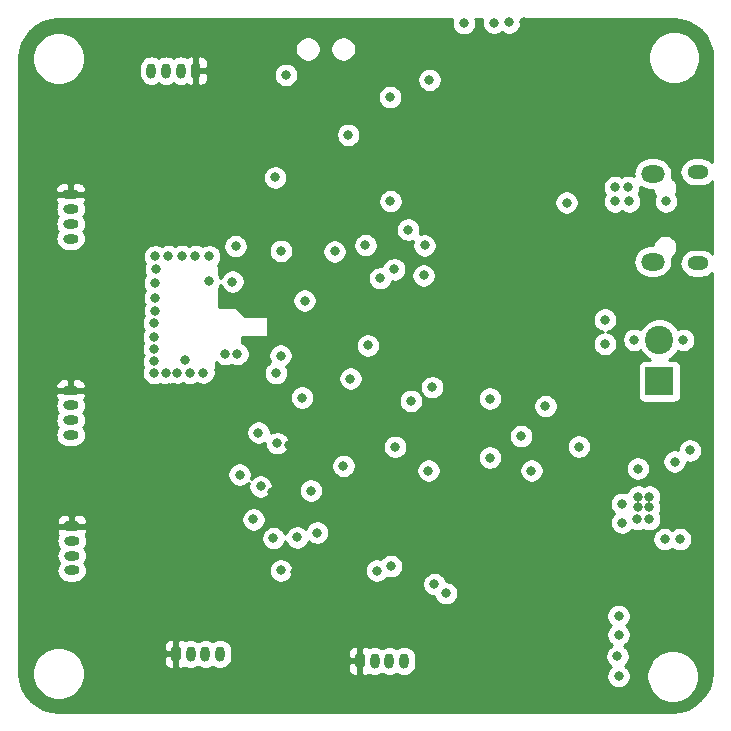
<source format=gbr>
%TF.GenerationSoftware,KiCad,Pcbnew,(5.1.8)-1*%
%TF.CreationDate,2021-01-21T22:43:38-05:00*%
%TF.ProjectId,Sensor Project,53656e73-6f72-4205-9072-6f6a6563742e,rev?*%
%TF.SameCoordinates,Original*%
%TF.FileFunction,Copper,L3,Inr*%
%TF.FilePolarity,Positive*%
%FSLAX46Y46*%
G04 Gerber Fmt 4.6, Leading zero omitted, Abs format (unit mm)*
G04 Created by KiCad (PCBNEW (5.1.8)-1) date 2021-01-21 22:43:38*
%MOMM*%
%LPD*%
G01*
G04 APERTURE LIST*
%TA.AperFunction,ComponentPad*%
%ADD10O,1.800000X1.150000*%
%TD*%
%TA.AperFunction,ComponentPad*%
%ADD11O,2.000000X1.450000*%
%TD*%
%TA.AperFunction,ComponentPad*%
%ADD12C,2.400000*%
%TD*%
%TA.AperFunction,ComponentPad*%
%ADD13R,2.400000X2.400000*%
%TD*%
%TA.AperFunction,ComponentPad*%
%ADD14O,0.800000X1.300000*%
%TD*%
%TA.AperFunction,ComponentPad*%
%ADD15O,1.300000X0.800000*%
%TD*%
%TA.AperFunction,ViaPad*%
%ADD16C,0.800000*%
%TD*%
%TA.AperFunction,Conductor*%
%ADD17C,0.254000*%
%TD*%
%TA.AperFunction,Conductor*%
%ADD18C,0.100000*%
%TD*%
G04 APERTURE END LIST*
D10*
%TO.N,Net-(J1-Pad6)*%
%TO.C,J1*%
X183100000Y-79595000D03*
X183100000Y-87345000D03*
D11*
X179300000Y-79745000D03*
X179300000Y-87195000D03*
%TD*%
D12*
%TO.N,GND*%
%TO.C,J2*%
X179860000Y-93830000D03*
D13*
%TO.N,VCC*%
X179860000Y-97330000D03*
%TD*%
D14*
%TO.N,GND*%
%TO.C,J4*%
X136840000Y-71030000D03*
%TO.N,Net-(J4-Pad3)*%
X138090000Y-71030000D03*
%TO.N,Net-(J4-Pad2)*%
X139340000Y-71030000D03*
%TO.N,+3V3*%
%TA.AperFunction,ComponentPad*%
G36*
G01*
X140990000Y-70580000D02*
X140990000Y-71480000D01*
G75*
G02*
X140790000Y-71680000I-200000J0D01*
G01*
X140390000Y-71680000D01*
G75*
G02*
X140190000Y-71480000I0J200000D01*
G01*
X140190000Y-70580000D01*
G75*
G02*
X140390000Y-70380000I200000J0D01*
G01*
X140790000Y-70380000D01*
G75*
G02*
X140990000Y-70580000I0J-200000D01*
G01*
G37*
%TD.AperFunction*%
%TD*%
%TO.N,GND*%
%TO.C,J3*%
X158250000Y-121000000D03*
%TO.N,Net-(J3-Pad3)*%
X157000000Y-121000000D03*
%TO.N,Net-(J3-Pad2)*%
X155750000Y-121000000D03*
%TO.N,+3V3*%
%TA.AperFunction,ComponentPad*%
G36*
G01*
X154100000Y-121450000D02*
X154100000Y-120550000D01*
G75*
G02*
X154300000Y-120350000I200000J0D01*
G01*
X154700000Y-120350000D01*
G75*
G02*
X154900000Y-120550000I0J-200000D01*
G01*
X154900000Y-121450000D01*
G75*
G02*
X154700000Y-121650000I-200000J0D01*
G01*
X154300000Y-121650000D01*
G75*
G02*
X154100000Y-121450000I0J200000D01*
G01*
G37*
%TD.AperFunction*%
%TD*%
%TO.N,GND*%
%TO.C,J7*%
X142670000Y-120410000D03*
%TO.N,Net-(J7-Pad3)*%
X141420000Y-120410000D03*
%TO.N,Net-(J7-Pad2)*%
X140170000Y-120410000D03*
%TO.N,+3V3*%
%TA.AperFunction,ComponentPad*%
G36*
G01*
X138520000Y-120860000D02*
X138520000Y-119960000D01*
G75*
G02*
X138720000Y-119760000I200000J0D01*
G01*
X139120000Y-119760000D01*
G75*
G02*
X139320000Y-119960000I0J-200000D01*
G01*
X139320000Y-120860000D01*
G75*
G02*
X139120000Y-121060000I-200000J0D01*
G01*
X138720000Y-121060000D01*
G75*
G02*
X138520000Y-120860000I0J200000D01*
G01*
G37*
%TD.AperFunction*%
%TD*%
D15*
%TO.N,GND*%
%TO.C,J6*%
X130100000Y-113340000D03*
%TO.N,Net-(J6-Pad3)*%
X130100000Y-112090000D03*
%TO.N,Net-(J6-Pad2)*%
X130100000Y-110840000D03*
%TO.N,+3V3*%
%TA.AperFunction,ComponentPad*%
G36*
G01*
X129650000Y-109190000D02*
X130550000Y-109190000D01*
G75*
G02*
X130750000Y-109390000I0J-200000D01*
G01*
X130750000Y-109790000D01*
G75*
G02*
X130550000Y-109990000I-200000J0D01*
G01*
X129650000Y-109990000D01*
G75*
G02*
X129450000Y-109790000I0J200000D01*
G01*
X129450000Y-109390000D01*
G75*
G02*
X129650000Y-109190000I200000J0D01*
G01*
G37*
%TD.AperFunction*%
%TD*%
%TO.N,GND*%
%TO.C,J8*%
X130000000Y-85250000D03*
%TO.N,Net-(J8-Pad3)*%
X130000000Y-84000000D03*
%TO.N,Net-(J8-Pad2)*%
X130000000Y-82750000D03*
%TO.N,+3V3*%
%TA.AperFunction,ComponentPad*%
G36*
G01*
X129550000Y-81100000D02*
X130450000Y-81100000D01*
G75*
G02*
X130650000Y-81300000I0J-200000D01*
G01*
X130650000Y-81700000D01*
G75*
G02*
X130450000Y-81900000I-200000J0D01*
G01*
X129550000Y-81900000D01*
G75*
G02*
X129350000Y-81700000I0J200000D01*
G01*
X129350000Y-81300000D01*
G75*
G02*
X129550000Y-81100000I200000J0D01*
G01*
G37*
%TD.AperFunction*%
%TD*%
%TO.N,GND*%
%TO.C,J9*%
X130000000Y-101870000D03*
%TO.N,Net-(J9-Pad3)*%
X130000000Y-100620000D03*
%TO.N,Net-(J9-Pad2)*%
X130000000Y-99370000D03*
%TO.N,+3V3*%
%TA.AperFunction,ComponentPad*%
G36*
G01*
X129550000Y-97720000D02*
X130450000Y-97720000D01*
G75*
G02*
X130650000Y-97920000I0J-200000D01*
G01*
X130650000Y-98320000D01*
G75*
G02*
X130450000Y-98520000I-200000J0D01*
G01*
X129550000Y-98520000D01*
G75*
G02*
X129350000Y-98320000I0J200000D01*
G01*
X129350000Y-97920000D01*
G75*
G02*
X129550000Y-97720000I200000J0D01*
G01*
G37*
%TD.AperFunction*%
%TD*%
D16*
%TO.N,GND*%
X153100000Y-104500000D03*
X172000000Y-82200000D03*
X160380000Y-71810000D03*
X163310000Y-67010000D03*
X139700000Y-95500000D03*
X141700000Y-88880000D03*
X143090000Y-95010000D03*
X144120000Y-95020000D03*
X147800000Y-86300000D03*
X147330000Y-80070000D03*
X157050000Y-73270000D03*
X158590000Y-84500000D03*
X157080000Y-82080000D03*
X157475000Y-102875000D03*
X160300000Y-104900000D03*
X165850000Y-66970000D03*
X167120000Y-66950000D03*
X146090000Y-106240000D03*
X147180000Y-110610000D03*
X148230000Y-71390000D03*
X170200000Y-99430000D03*
X165500000Y-98800000D03*
X165500000Y-103800000D03*
X176300000Y-120600000D03*
X182440000Y-103180000D03*
X175250000Y-92120000D03*
X175250000Y-94170000D03*
X176100000Y-80900000D03*
X176100000Y-82100000D03*
X176400000Y-117200000D03*
X176700000Y-109300000D03*
X178060000Y-107100000D03*
X178060000Y-108010000D03*
X178040000Y-104720000D03*
X180300000Y-110700000D03*
X181600000Y-110700000D03*
X157400000Y-87850000D03*
X160800000Y-114500000D03*
X161780000Y-115280000D03*
X173040000Y-102870000D03*
X149180000Y-110550000D03*
X147800000Y-113340000D03*
X181150000Y-104130000D03*
X143700000Y-88900000D03*
X147490000Y-102580000D03*
X141740000Y-86750000D03*
X140570000Y-86720000D03*
X139420000Y-86720000D03*
X138290000Y-86730000D03*
X137170000Y-86750000D03*
X137220000Y-87820000D03*
X137150000Y-89030000D03*
X137170000Y-90300000D03*
X137160000Y-91350000D03*
X137060000Y-93570000D03*
X137080000Y-94610000D03*
X137080000Y-95640000D03*
X138070000Y-96640000D03*
X139040000Y-96600000D03*
X140080000Y-96630000D03*
X141240000Y-96600000D03*
X137070000Y-96610000D03*
X137080000Y-92410000D03*
X143975000Y-85885000D03*
X176400000Y-122300000D03*
X176400000Y-118800000D03*
X159900000Y-88365000D03*
X180400000Y-82100000D03*
X177200000Y-80900000D03*
X177300000Y-82100000D03*
X176700000Y-107700000D03*
X179000000Y-107100000D03*
X179000000Y-108000000D03*
X179000000Y-109000000D03*
X178000000Y-109000000D03*
X177730000Y-93830000D03*
X181870000Y-93830000D03*
%TO.N,+3V3*%
X145525000Y-86225000D03*
X147330000Y-77580000D03*
X142490000Y-74910000D03*
X135260000Y-74960000D03*
X154520000Y-82090000D03*
X168390000Y-66890000D03*
X147090000Y-106700000D03*
X156300000Y-99600000D03*
X149340000Y-77450000D03*
X154710000Y-71360000D03*
X170700000Y-102650000D03*
X146900000Y-90600000D03*
X147600000Y-90000000D03*
X170900000Y-115500000D03*
X174490000Y-115410000D03*
X174420000Y-113960000D03*
X170900000Y-113970000D03*
X155600000Y-91100000D03*
X183900000Y-105900000D03*
X148970000Y-113480000D03*
X159510000Y-101330000D03*
X138370000Y-97930000D03*
X142970000Y-90600000D03*
X163240000Y-115540000D03*
X164600000Y-114300000D03*
X148500000Y-102700000D03*
X155100000Y-98600000D03*
X182495000Y-104805000D03*
X170700000Y-117980000D03*
X173100000Y-117980000D03*
X170500000Y-121400000D03*
X173200000Y-121400000D03*
%TO.N,NRST*%
X153515000Y-76475000D03*
X149810000Y-90500000D03*
%TO.N,USART1_TX*%
X155170000Y-94290000D03*
X155930000Y-113360000D03*
%TO.N,USART1_RX*%
X153700000Y-97100000D03*
X157130000Y-112990000D03*
%TO.N,SWO*%
X159980000Y-85830000D03*
X156210000Y-88610000D03*
%TO.N,INT_ACC*%
X147790000Y-95150000D03*
X150880000Y-110150000D03*
%TO.N,INT_GYR*%
X147380000Y-96650000D03*
X145900000Y-101670000D03*
%TO.N,SPI1_SCK*%
X149600000Y-98720000D03*
X144310000Y-105240000D03*
%TO.N,SPI1_MOSI*%
X150340000Y-106590000D03*
X145480000Y-109020000D03*
%TO.N,SPI2_!CS*%
X158820000Y-99000000D03*
X169020000Y-104900000D03*
%TO.N,SPI2_MISO*%
X168160000Y-101970000D03*
X160610000Y-97840000D03*
%TO.N,SPI3_MOSI*%
X154970000Y-85810000D03*
X152360000Y-86340000D03*
%TD*%
D17*
%TO.N,+3V3*%
X162314774Y-66708102D02*
X162275000Y-66908061D01*
X162275000Y-67111939D01*
X162314774Y-67311898D01*
X162392795Y-67500256D01*
X162506063Y-67669774D01*
X162650226Y-67813937D01*
X162819744Y-67927205D01*
X163008102Y-68005226D01*
X163208061Y-68045000D01*
X163411939Y-68045000D01*
X163611898Y-68005226D01*
X163800256Y-67927205D01*
X163969774Y-67813937D01*
X164113937Y-67669774D01*
X164227205Y-67500256D01*
X164305226Y-67311898D01*
X164345000Y-67111939D01*
X164345000Y-66908061D01*
X164305226Y-66708102D01*
X164285301Y-66660000D01*
X164858130Y-66660000D01*
X164854774Y-66668102D01*
X164815000Y-66868061D01*
X164815000Y-67071939D01*
X164854774Y-67271898D01*
X164932795Y-67460256D01*
X165046063Y-67629774D01*
X165190226Y-67773937D01*
X165359744Y-67887205D01*
X165548102Y-67965226D01*
X165748061Y-68005000D01*
X165951939Y-68005000D01*
X166151898Y-67965226D01*
X166340256Y-67887205D01*
X166499966Y-67780490D01*
X166629744Y-67867205D01*
X166818102Y-67945226D01*
X167018061Y-67985000D01*
X167221939Y-67985000D01*
X167421898Y-67945226D01*
X167610256Y-67867205D01*
X167779774Y-67753937D01*
X167923937Y-67609774D01*
X168037205Y-67440256D01*
X168115226Y-67251898D01*
X168155000Y-67051939D01*
X168155000Y-66848061D01*
X168117593Y-66660000D01*
X180967722Y-66660000D01*
X181648126Y-66726714D01*
X182271572Y-66914943D01*
X182846579Y-67220681D01*
X183351247Y-67632279D01*
X183766362Y-68134067D01*
X184076105Y-68706924D01*
X184268682Y-69329039D01*
X184339995Y-70007535D01*
X184333236Y-78794355D01*
X184284739Y-78735261D01*
X184100492Y-78584054D01*
X183890287Y-78471697D01*
X183662201Y-78402508D01*
X183484437Y-78385000D01*
X182715563Y-78385000D01*
X182537799Y-78402508D01*
X182309713Y-78471697D01*
X182099508Y-78584054D01*
X181915261Y-78735261D01*
X181764054Y-78919508D01*
X181651697Y-79129713D01*
X181582508Y-79357799D01*
X181559146Y-79595000D01*
X181582508Y-79832201D01*
X181651697Y-80060287D01*
X181764054Y-80270492D01*
X181915261Y-80454739D01*
X182099508Y-80605946D01*
X182309713Y-80718303D01*
X182537799Y-80787492D01*
X182715563Y-80805000D01*
X183484437Y-80805000D01*
X183662201Y-80787492D01*
X183890287Y-80718303D01*
X184100492Y-80605946D01*
X184284739Y-80454739D01*
X184332003Y-80397148D01*
X184327280Y-86537097D01*
X184284739Y-86485261D01*
X184100492Y-86334054D01*
X183890287Y-86221697D01*
X183662201Y-86152508D01*
X183484437Y-86135000D01*
X182715563Y-86135000D01*
X182537799Y-86152508D01*
X182309713Y-86221697D01*
X182099508Y-86334054D01*
X181915261Y-86485261D01*
X181764054Y-86669508D01*
X181651697Y-86879713D01*
X181582508Y-87107799D01*
X181559146Y-87345000D01*
X181582508Y-87582201D01*
X181651697Y-87810287D01*
X181764054Y-88020492D01*
X181915261Y-88204739D01*
X182099508Y-88355946D01*
X182309713Y-88468303D01*
X182537799Y-88537492D01*
X182715563Y-88555000D01*
X183484437Y-88555000D01*
X183662201Y-88537492D01*
X183890287Y-88468303D01*
X184100492Y-88355946D01*
X184284739Y-88204739D01*
X184326036Y-88154419D01*
X184300026Y-121967461D01*
X184233286Y-122648126D01*
X184045057Y-123271570D01*
X183739323Y-123846573D01*
X183327721Y-124351248D01*
X182825933Y-124766362D01*
X182253077Y-125076104D01*
X181630961Y-125268682D01*
X180952417Y-125340000D01*
X129002279Y-125340000D01*
X128321874Y-125273286D01*
X127698430Y-125085057D01*
X127123427Y-124779323D01*
X126618752Y-124367721D01*
X126203638Y-123865933D01*
X125893896Y-123293077D01*
X125701318Y-122670961D01*
X125630000Y-121992417D01*
X125630000Y-121829872D01*
X126765000Y-121829872D01*
X126765000Y-122270128D01*
X126850890Y-122701925D01*
X127019369Y-123108669D01*
X127263962Y-123474729D01*
X127575271Y-123786038D01*
X127941331Y-124030631D01*
X128348075Y-124199110D01*
X128779872Y-124285000D01*
X129220128Y-124285000D01*
X129651925Y-124199110D01*
X130058669Y-124030631D01*
X130424729Y-123786038D01*
X130736038Y-123474729D01*
X130980631Y-123108669D01*
X131149110Y-122701925D01*
X131235000Y-122270128D01*
X131235000Y-121829872D01*
X131149110Y-121398075D01*
X131009075Y-121060000D01*
X137881928Y-121060000D01*
X137894188Y-121184482D01*
X137930498Y-121304180D01*
X137989463Y-121414494D01*
X138068815Y-121511185D01*
X138165506Y-121590537D01*
X138275820Y-121649502D01*
X138395518Y-121685812D01*
X138520000Y-121698072D01*
X138634250Y-121695000D01*
X138793000Y-121536250D01*
X138793000Y-120537000D01*
X138043750Y-120537000D01*
X137885000Y-120695750D01*
X137881928Y-121060000D01*
X131009075Y-121060000D01*
X130980631Y-120991331D01*
X130736038Y-120625271D01*
X130424729Y-120313962D01*
X130058669Y-120069369D01*
X129651925Y-119900890D01*
X129220128Y-119815000D01*
X128779872Y-119815000D01*
X128348075Y-119900890D01*
X127941331Y-120069369D01*
X127575271Y-120313962D01*
X127263962Y-120625271D01*
X127019369Y-120991331D01*
X126850890Y-121398075D01*
X126765000Y-121829872D01*
X125630000Y-121829872D01*
X125630000Y-119760000D01*
X137881928Y-119760000D01*
X137885000Y-120124250D01*
X138043750Y-120283000D01*
X138793000Y-120283000D01*
X138793000Y-119283750D01*
X139047000Y-119283750D01*
X139047000Y-120283000D01*
X139067000Y-120283000D01*
X139067000Y-120537000D01*
X139047000Y-120537000D01*
X139047000Y-121536250D01*
X139205750Y-121695000D01*
X139320000Y-121698072D01*
X139444482Y-121685812D01*
X139564180Y-121649502D01*
X139674494Y-121590537D01*
X139690594Y-121577324D01*
X139772008Y-121620841D01*
X139967106Y-121680024D01*
X140170000Y-121700007D01*
X140372895Y-121680024D01*
X140567993Y-121620841D01*
X140747797Y-121524734D01*
X140795001Y-121485995D01*
X140842204Y-121524734D01*
X141022008Y-121620841D01*
X141217106Y-121680024D01*
X141420000Y-121700007D01*
X141622895Y-121680024D01*
X141817993Y-121620841D01*
X141997797Y-121524734D01*
X142045001Y-121485995D01*
X142092204Y-121524734D01*
X142272008Y-121620841D01*
X142467106Y-121680024D01*
X142670000Y-121700007D01*
X142872895Y-121680024D01*
X142971869Y-121650000D01*
X153461928Y-121650000D01*
X153474188Y-121774482D01*
X153510498Y-121894180D01*
X153569463Y-122004494D01*
X153648815Y-122101185D01*
X153745506Y-122180537D01*
X153855820Y-122239502D01*
X153975518Y-122275812D01*
X154100000Y-122288072D01*
X154214250Y-122285000D01*
X154373000Y-122126250D01*
X154373000Y-121127000D01*
X153623750Y-121127000D01*
X153465000Y-121285750D01*
X153461928Y-121650000D01*
X142971869Y-121650000D01*
X143067993Y-121620841D01*
X143247797Y-121524734D01*
X143405396Y-121395396D01*
X143534734Y-121237797D01*
X143630841Y-121057992D01*
X143690024Y-120862894D01*
X143705000Y-120710837D01*
X143705000Y-120350000D01*
X153461928Y-120350000D01*
X153465000Y-120714250D01*
X153623750Y-120873000D01*
X154373000Y-120873000D01*
X154373000Y-119873750D01*
X154627000Y-119873750D01*
X154627000Y-120873000D01*
X154647000Y-120873000D01*
X154647000Y-121127000D01*
X154627000Y-121127000D01*
X154627000Y-122126250D01*
X154785750Y-122285000D01*
X154900000Y-122288072D01*
X155024482Y-122275812D01*
X155144180Y-122239502D01*
X155254494Y-122180537D01*
X155270594Y-122167324D01*
X155352008Y-122210841D01*
X155547106Y-122270024D01*
X155750000Y-122290007D01*
X155952895Y-122270024D01*
X156147993Y-122210841D01*
X156327797Y-122114734D01*
X156375001Y-122075995D01*
X156422204Y-122114734D01*
X156602008Y-122210841D01*
X156797106Y-122270024D01*
X157000000Y-122290007D01*
X157202895Y-122270024D01*
X157397993Y-122210841D01*
X157577797Y-122114734D01*
X157625001Y-122075995D01*
X157672204Y-122114734D01*
X157852008Y-122210841D01*
X158047106Y-122270024D01*
X158250000Y-122290007D01*
X158452895Y-122270024D01*
X158647993Y-122210841D01*
X158827797Y-122114734D01*
X158985396Y-121985396D01*
X159114734Y-121827797D01*
X159210841Y-121647992D01*
X159270024Y-121452894D01*
X159285000Y-121300837D01*
X159285000Y-120699162D01*
X159270024Y-120547105D01*
X159255147Y-120498061D01*
X175265000Y-120498061D01*
X175265000Y-120701939D01*
X175304774Y-120901898D01*
X175382795Y-121090256D01*
X175496063Y-121259774D01*
X175640226Y-121403937D01*
X175759164Y-121483409D01*
X175740226Y-121496063D01*
X175596063Y-121640226D01*
X175482795Y-121809744D01*
X175404774Y-121998102D01*
X175365000Y-122198061D01*
X175365000Y-122401939D01*
X175404774Y-122601898D01*
X175482795Y-122790256D01*
X175596063Y-122959774D01*
X175740226Y-123103937D01*
X175909744Y-123217205D01*
X176098102Y-123295226D01*
X176298061Y-123335000D01*
X176501939Y-123335000D01*
X176701898Y-123295226D01*
X176890256Y-123217205D01*
X177059774Y-123103937D01*
X177203937Y-122959774D01*
X177317205Y-122790256D01*
X177395226Y-122601898D01*
X177435000Y-122401939D01*
X177435000Y-122198061D01*
X177411491Y-122079872D01*
X178765000Y-122079872D01*
X178765000Y-122520128D01*
X178850890Y-122951925D01*
X179019369Y-123358669D01*
X179263962Y-123724729D01*
X179575271Y-124036038D01*
X179941331Y-124280631D01*
X180348075Y-124449110D01*
X180779872Y-124535000D01*
X181220128Y-124535000D01*
X181651925Y-124449110D01*
X182058669Y-124280631D01*
X182424729Y-124036038D01*
X182736038Y-123724729D01*
X182980631Y-123358669D01*
X183149110Y-122951925D01*
X183235000Y-122520128D01*
X183235000Y-122079872D01*
X183149110Y-121648075D01*
X182980631Y-121241331D01*
X182736038Y-120875271D01*
X182424729Y-120563962D01*
X182058669Y-120319369D01*
X181651925Y-120150890D01*
X181220128Y-120065000D01*
X180779872Y-120065000D01*
X180348075Y-120150890D01*
X179941331Y-120319369D01*
X179575271Y-120563962D01*
X179263962Y-120875271D01*
X179019369Y-121241331D01*
X178850890Y-121648075D01*
X178765000Y-122079872D01*
X177411491Y-122079872D01*
X177395226Y-121998102D01*
X177317205Y-121809744D01*
X177203937Y-121640226D01*
X177059774Y-121496063D01*
X176940836Y-121416591D01*
X176959774Y-121403937D01*
X177103937Y-121259774D01*
X177217205Y-121090256D01*
X177295226Y-120901898D01*
X177335000Y-120701939D01*
X177335000Y-120498061D01*
X177295226Y-120298102D01*
X177217205Y-120109744D01*
X177103937Y-119940226D01*
X176959774Y-119796063D01*
X176860315Y-119729607D01*
X176890256Y-119717205D01*
X177059774Y-119603937D01*
X177203937Y-119459774D01*
X177317205Y-119290256D01*
X177395226Y-119101898D01*
X177435000Y-118901939D01*
X177435000Y-118698061D01*
X177395226Y-118498102D01*
X177317205Y-118309744D01*
X177203937Y-118140226D01*
X177063711Y-118000000D01*
X177203937Y-117859774D01*
X177317205Y-117690256D01*
X177395226Y-117501898D01*
X177435000Y-117301939D01*
X177435000Y-117098061D01*
X177395226Y-116898102D01*
X177317205Y-116709744D01*
X177203937Y-116540226D01*
X177059774Y-116396063D01*
X176890256Y-116282795D01*
X176701898Y-116204774D01*
X176501939Y-116165000D01*
X176298061Y-116165000D01*
X176098102Y-116204774D01*
X175909744Y-116282795D01*
X175740226Y-116396063D01*
X175596063Y-116540226D01*
X175482795Y-116709744D01*
X175404774Y-116898102D01*
X175365000Y-117098061D01*
X175365000Y-117301939D01*
X175404774Y-117501898D01*
X175482795Y-117690256D01*
X175596063Y-117859774D01*
X175736289Y-118000000D01*
X175596063Y-118140226D01*
X175482795Y-118309744D01*
X175404774Y-118498102D01*
X175365000Y-118698061D01*
X175365000Y-118901939D01*
X175404774Y-119101898D01*
X175482795Y-119290256D01*
X175596063Y-119459774D01*
X175740226Y-119603937D01*
X175839685Y-119670393D01*
X175809744Y-119682795D01*
X175640226Y-119796063D01*
X175496063Y-119940226D01*
X175382795Y-120109744D01*
X175304774Y-120298102D01*
X175265000Y-120498061D01*
X159255147Y-120498061D01*
X159210841Y-120352007D01*
X159114734Y-120172203D01*
X158985396Y-120014604D01*
X158827797Y-119885266D01*
X158647992Y-119789159D01*
X158452894Y-119729976D01*
X158250000Y-119709993D01*
X158047105Y-119729976D01*
X157852007Y-119789159D01*
X157672203Y-119885266D01*
X157625000Y-119924004D01*
X157577797Y-119885266D01*
X157397992Y-119789159D01*
X157202894Y-119729976D01*
X157000000Y-119709993D01*
X156797105Y-119729976D01*
X156602007Y-119789159D01*
X156422203Y-119885266D01*
X156375000Y-119924004D01*
X156327797Y-119885266D01*
X156147992Y-119789159D01*
X155952894Y-119729976D01*
X155750000Y-119709993D01*
X155547105Y-119729976D01*
X155352007Y-119789159D01*
X155270593Y-119832675D01*
X155254494Y-119819463D01*
X155144180Y-119760498D01*
X155024482Y-119724188D01*
X154900000Y-119711928D01*
X154785750Y-119715000D01*
X154627000Y-119873750D01*
X154373000Y-119873750D01*
X154214250Y-119715000D01*
X154100000Y-119711928D01*
X153975518Y-119724188D01*
X153855820Y-119760498D01*
X153745506Y-119819463D01*
X153648815Y-119898815D01*
X153569463Y-119995506D01*
X153510498Y-120105820D01*
X153474188Y-120225518D01*
X153461928Y-120350000D01*
X143705000Y-120350000D01*
X143705000Y-120109162D01*
X143690024Y-119957105D01*
X143630841Y-119762007D01*
X143534734Y-119582203D01*
X143405396Y-119424604D01*
X143247797Y-119295266D01*
X143067992Y-119199159D01*
X142872894Y-119139976D01*
X142670000Y-119119993D01*
X142467105Y-119139976D01*
X142272007Y-119199159D01*
X142092203Y-119295266D01*
X142045000Y-119334004D01*
X141997797Y-119295266D01*
X141817992Y-119199159D01*
X141622894Y-119139976D01*
X141420000Y-119119993D01*
X141217105Y-119139976D01*
X141022007Y-119199159D01*
X140842203Y-119295266D01*
X140795000Y-119334004D01*
X140747797Y-119295266D01*
X140567992Y-119199159D01*
X140372894Y-119139976D01*
X140170000Y-119119993D01*
X139967105Y-119139976D01*
X139772007Y-119199159D01*
X139690593Y-119242675D01*
X139674494Y-119229463D01*
X139564180Y-119170498D01*
X139444482Y-119134188D01*
X139320000Y-119121928D01*
X139205750Y-119125000D01*
X139047000Y-119283750D01*
X138793000Y-119283750D01*
X138634250Y-119125000D01*
X138520000Y-119121928D01*
X138395518Y-119134188D01*
X138275820Y-119170498D01*
X138165506Y-119229463D01*
X138068815Y-119308815D01*
X137989463Y-119405506D01*
X137930498Y-119515820D01*
X137894188Y-119635518D01*
X137881928Y-119760000D01*
X125630000Y-119760000D01*
X125630000Y-114398061D01*
X159765000Y-114398061D01*
X159765000Y-114601939D01*
X159804774Y-114801898D01*
X159882795Y-114990256D01*
X159996063Y-115159774D01*
X160140226Y-115303937D01*
X160309744Y-115417205D01*
X160498102Y-115495226D01*
X160698061Y-115535000D01*
X160775445Y-115535000D01*
X160784774Y-115581898D01*
X160862795Y-115770256D01*
X160976063Y-115939774D01*
X161120226Y-116083937D01*
X161289744Y-116197205D01*
X161478102Y-116275226D01*
X161678061Y-116315000D01*
X161881939Y-116315000D01*
X162081898Y-116275226D01*
X162270256Y-116197205D01*
X162439774Y-116083937D01*
X162583937Y-115939774D01*
X162697205Y-115770256D01*
X162775226Y-115581898D01*
X162815000Y-115381939D01*
X162815000Y-115178061D01*
X162775226Y-114978102D01*
X162697205Y-114789744D01*
X162583937Y-114620226D01*
X162439774Y-114476063D01*
X162270256Y-114362795D01*
X162081898Y-114284774D01*
X161881939Y-114245000D01*
X161804555Y-114245000D01*
X161795226Y-114198102D01*
X161717205Y-114009744D01*
X161603937Y-113840226D01*
X161459774Y-113696063D01*
X161290256Y-113582795D01*
X161101898Y-113504774D01*
X160901939Y-113465000D01*
X160698061Y-113465000D01*
X160498102Y-113504774D01*
X160309744Y-113582795D01*
X160140226Y-113696063D01*
X159996063Y-113840226D01*
X159882795Y-114009744D01*
X159804774Y-114198102D01*
X159765000Y-114398061D01*
X125630000Y-114398061D01*
X125630000Y-110840000D01*
X128809993Y-110840000D01*
X128829976Y-111042895D01*
X128889159Y-111237993D01*
X128985266Y-111417797D01*
X129024004Y-111465000D01*
X128985266Y-111512203D01*
X128889159Y-111692007D01*
X128829976Y-111887105D01*
X128809993Y-112090000D01*
X128829976Y-112292895D01*
X128889159Y-112487993D01*
X128985266Y-112667797D01*
X129024004Y-112715000D01*
X128985266Y-112762203D01*
X128889159Y-112942007D01*
X128829976Y-113137105D01*
X128809993Y-113340000D01*
X128829976Y-113542895D01*
X128889159Y-113737993D01*
X128985266Y-113917797D01*
X129114604Y-114075396D01*
X129272203Y-114204734D01*
X129452007Y-114300841D01*
X129647105Y-114360024D01*
X129799162Y-114375000D01*
X130400838Y-114375000D01*
X130552895Y-114360024D01*
X130747993Y-114300841D01*
X130927797Y-114204734D01*
X131085396Y-114075396D01*
X131214734Y-113917797D01*
X131310841Y-113737993D01*
X131370024Y-113542895D01*
X131390007Y-113340000D01*
X131379968Y-113238061D01*
X146765000Y-113238061D01*
X146765000Y-113441939D01*
X146804774Y-113641898D01*
X146882795Y-113830256D01*
X146996063Y-113999774D01*
X147140226Y-114143937D01*
X147309744Y-114257205D01*
X147498102Y-114335226D01*
X147698061Y-114375000D01*
X147901939Y-114375000D01*
X148101898Y-114335226D01*
X148290256Y-114257205D01*
X148459774Y-114143937D01*
X148603937Y-113999774D01*
X148717205Y-113830256D01*
X148795226Y-113641898D01*
X148835000Y-113441939D01*
X148835000Y-113258061D01*
X154895000Y-113258061D01*
X154895000Y-113461939D01*
X154934774Y-113661898D01*
X155012795Y-113850256D01*
X155126063Y-114019774D01*
X155270226Y-114163937D01*
X155439744Y-114277205D01*
X155628102Y-114355226D01*
X155828061Y-114395000D01*
X156031939Y-114395000D01*
X156231898Y-114355226D01*
X156420256Y-114277205D01*
X156589774Y-114163937D01*
X156733937Y-114019774D01*
X156772430Y-113962166D01*
X156828102Y-113985226D01*
X157028061Y-114025000D01*
X157231939Y-114025000D01*
X157431898Y-113985226D01*
X157620256Y-113907205D01*
X157789774Y-113793937D01*
X157933937Y-113649774D01*
X158047205Y-113480256D01*
X158125226Y-113291898D01*
X158165000Y-113091939D01*
X158165000Y-112888061D01*
X158125226Y-112688102D01*
X158047205Y-112499744D01*
X157933937Y-112330226D01*
X157789774Y-112186063D01*
X157620256Y-112072795D01*
X157431898Y-111994774D01*
X157231939Y-111955000D01*
X157028061Y-111955000D01*
X156828102Y-111994774D01*
X156639744Y-112072795D01*
X156470226Y-112186063D01*
X156326063Y-112330226D01*
X156287570Y-112387834D01*
X156231898Y-112364774D01*
X156031939Y-112325000D01*
X155828061Y-112325000D01*
X155628102Y-112364774D01*
X155439744Y-112442795D01*
X155270226Y-112556063D01*
X155126063Y-112700226D01*
X155012795Y-112869744D01*
X154934774Y-113058102D01*
X154895000Y-113258061D01*
X148835000Y-113258061D01*
X148835000Y-113238061D01*
X148795226Y-113038102D01*
X148717205Y-112849744D01*
X148603937Y-112680226D01*
X148459774Y-112536063D01*
X148290256Y-112422795D01*
X148101898Y-112344774D01*
X147901939Y-112305000D01*
X147698061Y-112305000D01*
X147498102Y-112344774D01*
X147309744Y-112422795D01*
X147140226Y-112536063D01*
X146996063Y-112680226D01*
X146882795Y-112849744D01*
X146804774Y-113038102D01*
X146765000Y-113238061D01*
X131379968Y-113238061D01*
X131370024Y-113137105D01*
X131310841Y-112942007D01*
X131214734Y-112762203D01*
X131175996Y-112715000D01*
X131214734Y-112667797D01*
X131310841Y-112487993D01*
X131370024Y-112292895D01*
X131390007Y-112090000D01*
X131370024Y-111887105D01*
X131310841Y-111692007D01*
X131214734Y-111512203D01*
X131175996Y-111465000D01*
X131214734Y-111417797D01*
X131310841Y-111237993D01*
X131370024Y-111042895D01*
X131390007Y-110840000D01*
X131370024Y-110637105D01*
X131330879Y-110508061D01*
X146145000Y-110508061D01*
X146145000Y-110711939D01*
X146184774Y-110911898D01*
X146262795Y-111100256D01*
X146376063Y-111269774D01*
X146520226Y-111413937D01*
X146689744Y-111527205D01*
X146878102Y-111605226D01*
X147078061Y-111645000D01*
X147281939Y-111645000D01*
X147481898Y-111605226D01*
X147670256Y-111527205D01*
X147839774Y-111413937D01*
X147983937Y-111269774D01*
X148097205Y-111100256D01*
X148175226Y-110911898D01*
X148186386Y-110855791D01*
X148262795Y-111040256D01*
X148376063Y-111209774D01*
X148520226Y-111353937D01*
X148689744Y-111467205D01*
X148878102Y-111545226D01*
X149078061Y-111585000D01*
X149281939Y-111585000D01*
X149481898Y-111545226D01*
X149670256Y-111467205D01*
X149839774Y-111353937D01*
X149983937Y-111209774D01*
X150097205Y-111040256D01*
X150158520Y-110892231D01*
X150220226Y-110953937D01*
X150389744Y-111067205D01*
X150578102Y-111145226D01*
X150778061Y-111185000D01*
X150981939Y-111185000D01*
X151181898Y-111145226D01*
X151370256Y-111067205D01*
X151539774Y-110953937D01*
X151683937Y-110809774D01*
X151797205Y-110640256D01*
X151814682Y-110598061D01*
X179265000Y-110598061D01*
X179265000Y-110801939D01*
X179304774Y-111001898D01*
X179382795Y-111190256D01*
X179496063Y-111359774D01*
X179640226Y-111503937D01*
X179809744Y-111617205D01*
X179998102Y-111695226D01*
X180198061Y-111735000D01*
X180401939Y-111735000D01*
X180601898Y-111695226D01*
X180790256Y-111617205D01*
X180950000Y-111510468D01*
X181109744Y-111617205D01*
X181298102Y-111695226D01*
X181498061Y-111735000D01*
X181701939Y-111735000D01*
X181901898Y-111695226D01*
X182090256Y-111617205D01*
X182259774Y-111503937D01*
X182403937Y-111359774D01*
X182517205Y-111190256D01*
X182595226Y-111001898D01*
X182635000Y-110801939D01*
X182635000Y-110598061D01*
X182595226Y-110398102D01*
X182517205Y-110209744D01*
X182403937Y-110040226D01*
X182259774Y-109896063D01*
X182090256Y-109782795D01*
X181901898Y-109704774D01*
X181701939Y-109665000D01*
X181498061Y-109665000D01*
X181298102Y-109704774D01*
X181109744Y-109782795D01*
X180950000Y-109889532D01*
X180790256Y-109782795D01*
X180601898Y-109704774D01*
X180401939Y-109665000D01*
X180198061Y-109665000D01*
X179998102Y-109704774D01*
X179809744Y-109782795D01*
X179640226Y-109896063D01*
X179496063Y-110040226D01*
X179382795Y-110209744D01*
X179304774Y-110398102D01*
X179265000Y-110598061D01*
X151814682Y-110598061D01*
X151875226Y-110451898D01*
X151915000Y-110251939D01*
X151915000Y-110048061D01*
X151875226Y-109848102D01*
X151797205Y-109659744D01*
X151683937Y-109490226D01*
X151539774Y-109346063D01*
X151370256Y-109232795D01*
X151181898Y-109154774D01*
X150981939Y-109115000D01*
X150778061Y-109115000D01*
X150578102Y-109154774D01*
X150389744Y-109232795D01*
X150220226Y-109346063D01*
X150076063Y-109490226D01*
X149962795Y-109659744D01*
X149901480Y-109807769D01*
X149839774Y-109746063D01*
X149670256Y-109632795D01*
X149481898Y-109554774D01*
X149281939Y-109515000D01*
X149078061Y-109515000D01*
X148878102Y-109554774D01*
X148689744Y-109632795D01*
X148520226Y-109746063D01*
X148376063Y-109890226D01*
X148262795Y-110059744D01*
X148184774Y-110248102D01*
X148173614Y-110304209D01*
X148097205Y-110119744D01*
X147983937Y-109950226D01*
X147839774Y-109806063D01*
X147670256Y-109692795D01*
X147481898Y-109614774D01*
X147281939Y-109575000D01*
X147078061Y-109575000D01*
X146878102Y-109614774D01*
X146689744Y-109692795D01*
X146520226Y-109806063D01*
X146376063Y-109950226D01*
X146262795Y-110119744D01*
X146184774Y-110308102D01*
X146145000Y-110508061D01*
X131330879Y-110508061D01*
X131310841Y-110442007D01*
X131267325Y-110360593D01*
X131280537Y-110344494D01*
X131339502Y-110234180D01*
X131375812Y-110114482D01*
X131388072Y-109990000D01*
X131385000Y-109875750D01*
X131226250Y-109717000D01*
X130227000Y-109717000D01*
X130227000Y-109737000D01*
X129973000Y-109737000D01*
X129973000Y-109717000D01*
X128973750Y-109717000D01*
X128815000Y-109875750D01*
X128811928Y-109990000D01*
X128824188Y-110114482D01*
X128860498Y-110234180D01*
X128919463Y-110344494D01*
X128932675Y-110360593D01*
X128889159Y-110442007D01*
X128829976Y-110637105D01*
X128809993Y-110840000D01*
X125630000Y-110840000D01*
X125630000Y-109190000D01*
X128811928Y-109190000D01*
X128815000Y-109304250D01*
X128973750Y-109463000D01*
X129973000Y-109463000D01*
X129973000Y-108713750D01*
X130227000Y-108713750D01*
X130227000Y-109463000D01*
X131226250Y-109463000D01*
X131385000Y-109304250D01*
X131388072Y-109190000D01*
X131375812Y-109065518D01*
X131339502Y-108945820D01*
X131324665Y-108918061D01*
X144445000Y-108918061D01*
X144445000Y-109121939D01*
X144484774Y-109321898D01*
X144562795Y-109510256D01*
X144676063Y-109679774D01*
X144820226Y-109823937D01*
X144989744Y-109937205D01*
X145178102Y-110015226D01*
X145378061Y-110055000D01*
X145581939Y-110055000D01*
X145781898Y-110015226D01*
X145970256Y-109937205D01*
X146139774Y-109823937D01*
X146283937Y-109679774D01*
X146397205Y-109510256D01*
X146475226Y-109321898D01*
X146515000Y-109121939D01*
X146515000Y-108918061D01*
X146475226Y-108718102D01*
X146397205Y-108529744D01*
X146283937Y-108360226D01*
X146139774Y-108216063D01*
X145970256Y-108102795D01*
X145781898Y-108024774D01*
X145581939Y-107985000D01*
X145378061Y-107985000D01*
X145178102Y-108024774D01*
X144989744Y-108102795D01*
X144820226Y-108216063D01*
X144676063Y-108360226D01*
X144562795Y-108529744D01*
X144484774Y-108718102D01*
X144445000Y-108918061D01*
X131324665Y-108918061D01*
X131280537Y-108835506D01*
X131201185Y-108738815D01*
X131104494Y-108659463D01*
X130994180Y-108600498D01*
X130874482Y-108564188D01*
X130750000Y-108551928D01*
X130385750Y-108555000D01*
X130227000Y-108713750D01*
X129973000Y-108713750D01*
X129814250Y-108555000D01*
X129450000Y-108551928D01*
X129325518Y-108564188D01*
X129205820Y-108600498D01*
X129095506Y-108659463D01*
X128998815Y-108738815D01*
X128919463Y-108835506D01*
X128860498Y-108945820D01*
X128824188Y-109065518D01*
X128811928Y-109190000D01*
X125630000Y-109190000D01*
X125630000Y-105138061D01*
X143275000Y-105138061D01*
X143275000Y-105341939D01*
X143314774Y-105541898D01*
X143392795Y-105730256D01*
X143506063Y-105899774D01*
X143650226Y-106043937D01*
X143819744Y-106157205D01*
X144008102Y-106235226D01*
X144208061Y-106275000D01*
X144411939Y-106275000D01*
X144611898Y-106235226D01*
X144800256Y-106157205D01*
X144969774Y-106043937D01*
X145108326Y-105905385D01*
X145094774Y-105938102D01*
X145055000Y-106138061D01*
X145055000Y-106341939D01*
X145094774Y-106541898D01*
X145172795Y-106730256D01*
X145286063Y-106899774D01*
X145430226Y-107043937D01*
X145599744Y-107157205D01*
X145788102Y-107235226D01*
X145988061Y-107275000D01*
X146191939Y-107275000D01*
X146391898Y-107235226D01*
X146580256Y-107157205D01*
X146749774Y-107043937D01*
X146893937Y-106899774D01*
X147007205Y-106730256D01*
X147085226Y-106541898D01*
X147095934Y-106488061D01*
X149305000Y-106488061D01*
X149305000Y-106691939D01*
X149344774Y-106891898D01*
X149422795Y-107080256D01*
X149536063Y-107249774D01*
X149680226Y-107393937D01*
X149849744Y-107507205D01*
X150038102Y-107585226D01*
X150238061Y-107625000D01*
X150441939Y-107625000D01*
X150577371Y-107598061D01*
X175665000Y-107598061D01*
X175665000Y-107801939D01*
X175704774Y-108001898D01*
X175782795Y-108190256D01*
X175896063Y-108359774D01*
X176036289Y-108500000D01*
X175896063Y-108640226D01*
X175782795Y-108809744D01*
X175704774Y-108998102D01*
X175665000Y-109198061D01*
X175665000Y-109401939D01*
X175704774Y-109601898D01*
X175782795Y-109790256D01*
X175896063Y-109959774D01*
X176040226Y-110103937D01*
X176209744Y-110217205D01*
X176398102Y-110295226D01*
X176598061Y-110335000D01*
X176801939Y-110335000D01*
X177001898Y-110295226D01*
X177190256Y-110217205D01*
X177359774Y-110103937D01*
X177503937Y-109959774D01*
X177527474Y-109924549D01*
X177698102Y-109995226D01*
X177898061Y-110035000D01*
X178101939Y-110035000D01*
X178301898Y-109995226D01*
X178490256Y-109917205D01*
X178500000Y-109910694D01*
X178509744Y-109917205D01*
X178698102Y-109995226D01*
X178898061Y-110035000D01*
X179101939Y-110035000D01*
X179301898Y-109995226D01*
X179490256Y-109917205D01*
X179659774Y-109803937D01*
X179803937Y-109659774D01*
X179917205Y-109490256D01*
X179995226Y-109301898D01*
X180035000Y-109101939D01*
X180035000Y-108898061D01*
X179995226Y-108698102D01*
X179917205Y-108509744D01*
X179910694Y-108500000D01*
X179917205Y-108490256D01*
X179995226Y-108301898D01*
X180035000Y-108101939D01*
X180035000Y-107898061D01*
X179995226Y-107698102D01*
X179933880Y-107550000D01*
X179995226Y-107401898D01*
X180035000Y-107201939D01*
X180035000Y-106998061D01*
X179995226Y-106798102D01*
X179917205Y-106609744D01*
X179803937Y-106440226D01*
X179659774Y-106296063D01*
X179490256Y-106182795D01*
X179301898Y-106104774D01*
X179101939Y-106065000D01*
X178898061Y-106065000D01*
X178698102Y-106104774D01*
X178530000Y-106174405D01*
X178361898Y-106104774D01*
X178161939Y-106065000D01*
X177958061Y-106065000D01*
X177758102Y-106104774D01*
X177569744Y-106182795D01*
X177400226Y-106296063D01*
X177256063Y-106440226D01*
X177142795Y-106609744D01*
X177088563Y-106740672D01*
X177001898Y-106704774D01*
X176801939Y-106665000D01*
X176598061Y-106665000D01*
X176398102Y-106704774D01*
X176209744Y-106782795D01*
X176040226Y-106896063D01*
X175896063Y-107040226D01*
X175782795Y-107209744D01*
X175704774Y-107398102D01*
X175665000Y-107598061D01*
X150577371Y-107598061D01*
X150641898Y-107585226D01*
X150830256Y-107507205D01*
X150999774Y-107393937D01*
X151143937Y-107249774D01*
X151257205Y-107080256D01*
X151335226Y-106891898D01*
X151375000Y-106691939D01*
X151375000Y-106488061D01*
X151335226Y-106288102D01*
X151257205Y-106099744D01*
X151143937Y-105930226D01*
X150999774Y-105786063D01*
X150830256Y-105672795D01*
X150641898Y-105594774D01*
X150441939Y-105555000D01*
X150238061Y-105555000D01*
X150038102Y-105594774D01*
X149849744Y-105672795D01*
X149680226Y-105786063D01*
X149536063Y-105930226D01*
X149422795Y-106099744D01*
X149344774Y-106288102D01*
X149305000Y-106488061D01*
X147095934Y-106488061D01*
X147125000Y-106341939D01*
X147125000Y-106138061D01*
X147085226Y-105938102D01*
X147007205Y-105749744D01*
X146893937Y-105580226D01*
X146749774Y-105436063D01*
X146580256Y-105322795D01*
X146391898Y-105244774D01*
X146191939Y-105205000D01*
X145988061Y-105205000D01*
X145788102Y-105244774D01*
X145599744Y-105322795D01*
X145430226Y-105436063D01*
X145291674Y-105574615D01*
X145305226Y-105541898D01*
X145345000Y-105341939D01*
X145345000Y-105138061D01*
X145305226Y-104938102D01*
X145227205Y-104749744D01*
X145113937Y-104580226D01*
X144969774Y-104436063D01*
X144912900Y-104398061D01*
X152065000Y-104398061D01*
X152065000Y-104601939D01*
X152104774Y-104801898D01*
X152182795Y-104990256D01*
X152296063Y-105159774D01*
X152440226Y-105303937D01*
X152609744Y-105417205D01*
X152798102Y-105495226D01*
X152998061Y-105535000D01*
X153201939Y-105535000D01*
X153401898Y-105495226D01*
X153590256Y-105417205D01*
X153759774Y-105303937D01*
X153903937Y-105159774D01*
X154017205Y-104990256D01*
X154095226Y-104801898D01*
X154095989Y-104798061D01*
X159265000Y-104798061D01*
X159265000Y-105001939D01*
X159304774Y-105201898D01*
X159382795Y-105390256D01*
X159496063Y-105559774D01*
X159640226Y-105703937D01*
X159809744Y-105817205D01*
X159998102Y-105895226D01*
X160198061Y-105935000D01*
X160401939Y-105935000D01*
X160601898Y-105895226D01*
X160790256Y-105817205D01*
X160959774Y-105703937D01*
X161103937Y-105559774D01*
X161217205Y-105390256D01*
X161295226Y-105201898D01*
X161335000Y-105001939D01*
X161335000Y-104798061D01*
X161295226Y-104598102D01*
X161217205Y-104409744D01*
X161103937Y-104240226D01*
X160959774Y-104096063D01*
X160790256Y-103982795D01*
X160601898Y-103904774D01*
X160401939Y-103865000D01*
X160198061Y-103865000D01*
X159998102Y-103904774D01*
X159809744Y-103982795D01*
X159640226Y-104096063D01*
X159496063Y-104240226D01*
X159382795Y-104409744D01*
X159304774Y-104598102D01*
X159265000Y-104798061D01*
X154095989Y-104798061D01*
X154135000Y-104601939D01*
X154135000Y-104398061D01*
X154095226Y-104198102D01*
X154017205Y-104009744D01*
X153903937Y-103840226D01*
X153759774Y-103696063D01*
X153590256Y-103582795D01*
X153401898Y-103504774D01*
X153201939Y-103465000D01*
X152998061Y-103465000D01*
X152798102Y-103504774D01*
X152609744Y-103582795D01*
X152440226Y-103696063D01*
X152296063Y-103840226D01*
X152182795Y-104009744D01*
X152104774Y-104198102D01*
X152065000Y-104398061D01*
X144912900Y-104398061D01*
X144800256Y-104322795D01*
X144611898Y-104244774D01*
X144411939Y-104205000D01*
X144208061Y-104205000D01*
X144008102Y-104244774D01*
X143819744Y-104322795D01*
X143650226Y-104436063D01*
X143506063Y-104580226D01*
X143392795Y-104749744D01*
X143314774Y-104938102D01*
X143275000Y-105138061D01*
X125630000Y-105138061D01*
X125630000Y-99370000D01*
X128709993Y-99370000D01*
X128729976Y-99572895D01*
X128789159Y-99767993D01*
X128885266Y-99947797D01*
X128924004Y-99995000D01*
X128885266Y-100042203D01*
X128789159Y-100222007D01*
X128729976Y-100417105D01*
X128709993Y-100620000D01*
X128729976Y-100822895D01*
X128789159Y-101017993D01*
X128885266Y-101197797D01*
X128924004Y-101245000D01*
X128885266Y-101292203D01*
X128789159Y-101472007D01*
X128729976Y-101667105D01*
X128709993Y-101870000D01*
X128729976Y-102072895D01*
X128789159Y-102267993D01*
X128885266Y-102447797D01*
X129014604Y-102605396D01*
X129172203Y-102734734D01*
X129352007Y-102830841D01*
X129547105Y-102890024D01*
X129699162Y-102905000D01*
X130300838Y-102905000D01*
X130452895Y-102890024D01*
X130647993Y-102830841D01*
X130827797Y-102734734D01*
X130985396Y-102605396D01*
X131114734Y-102447797D01*
X131210841Y-102267993D01*
X131270024Y-102072895D01*
X131290007Y-101870000D01*
X131270024Y-101667105D01*
X131239979Y-101568061D01*
X144865000Y-101568061D01*
X144865000Y-101771939D01*
X144904774Y-101971898D01*
X144982795Y-102160256D01*
X145096063Y-102329774D01*
X145240226Y-102473937D01*
X145409744Y-102587205D01*
X145598102Y-102665226D01*
X145798061Y-102705000D01*
X146001939Y-102705000D01*
X146201898Y-102665226D01*
X146390256Y-102587205D01*
X146455000Y-102543945D01*
X146455000Y-102681939D01*
X146494774Y-102881898D01*
X146572795Y-103070256D01*
X146686063Y-103239774D01*
X146830226Y-103383937D01*
X146999744Y-103497205D01*
X147188102Y-103575226D01*
X147388061Y-103615000D01*
X147591939Y-103615000D01*
X147791898Y-103575226D01*
X147980256Y-103497205D01*
X148149774Y-103383937D01*
X148293937Y-103239774D01*
X148407205Y-103070256D01*
X148485226Y-102881898D01*
X148506874Y-102773061D01*
X156440000Y-102773061D01*
X156440000Y-102976939D01*
X156479774Y-103176898D01*
X156557795Y-103365256D01*
X156671063Y-103534774D01*
X156815226Y-103678937D01*
X156984744Y-103792205D01*
X157173102Y-103870226D01*
X157373061Y-103910000D01*
X157576939Y-103910000D01*
X157776898Y-103870226D01*
X157965256Y-103792205D01*
X158106152Y-103698061D01*
X164465000Y-103698061D01*
X164465000Y-103901939D01*
X164504774Y-104101898D01*
X164582795Y-104290256D01*
X164696063Y-104459774D01*
X164840226Y-104603937D01*
X165009744Y-104717205D01*
X165198102Y-104795226D01*
X165398061Y-104835000D01*
X165601939Y-104835000D01*
X165787645Y-104798061D01*
X167985000Y-104798061D01*
X167985000Y-105001939D01*
X168024774Y-105201898D01*
X168102795Y-105390256D01*
X168216063Y-105559774D01*
X168360226Y-105703937D01*
X168529744Y-105817205D01*
X168718102Y-105895226D01*
X168918061Y-105935000D01*
X169121939Y-105935000D01*
X169321898Y-105895226D01*
X169510256Y-105817205D01*
X169679774Y-105703937D01*
X169823937Y-105559774D01*
X169937205Y-105390256D01*
X170015226Y-105201898D01*
X170055000Y-105001939D01*
X170055000Y-104798061D01*
X170019197Y-104618061D01*
X177005000Y-104618061D01*
X177005000Y-104821939D01*
X177044774Y-105021898D01*
X177122795Y-105210256D01*
X177236063Y-105379774D01*
X177380226Y-105523937D01*
X177549744Y-105637205D01*
X177738102Y-105715226D01*
X177938061Y-105755000D01*
X178141939Y-105755000D01*
X178341898Y-105715226D01*
X178530256Y-105637205D01*
X178699774Y-105523937D01*
X178843937Y-105379774D01*
X178957205Y-105210256D01*
X179035226Y-105021898D01*
X179075000Y-104821939D01*
X179075000Y-104618061D01*
X179035226Y-104418102D01*
X178957205Y-104229744D01*
X178843937Y-104060226D01*
X178811772Y-104028061D01*
X180115000Y-104028061D01*
X180115000Y-104231939D01*
X180154774Y-104431898D01*
X180232795Y-104620256D01*
X180346063Y-104789774D01*
X180490226Y-104933937D01*
X180659744Y-105047205D01*
X180848102Y-105125226D01*
X181048061Y-105165000D01*
X181251939Y-105165000D01*
X181451898Y-105125226D01*
X181640256Y-105047205D01*
X181809774Y-104933937D01*
X181953937Y-104789774D01*
X182067205Y-104620256D01*
X182145226Y-104431898D01*
X182185000Y-104231939D01*
X182185000Y-104184555D01*
X182338061Y-104215000D01*
X182541939Y-104215000D01*
X182741898Y-104175226D01*
X182930256Y-104097205D01*
X183099774Y-103983937D01*
X183243937Y-103839774D01*
X183357205Y-103670256D01*
X183435226Y-103481898D01*
X183475000Y-103281939D01*
X183475000Y-103078061D01*
X183435226Y-102878102D01*
X183357205Y-102689744D01*
X183243937Y-102520226D01*
X183099774Y-102376063D01*
X182930256Y-102262795D01*
X182741898Y-102184774D01*
X182541939Y-102145000D01*
X182338061Y-102145000D01*
X182138102Y-102184774D01*
X181949744Y-102262795D01*
X181780226Y-102376063D01*
X181636063Y-102520226D01*
X181522795Y-102689744D01*
X181444774Y-102878102D01*
X181405000Y-103078061D01*
X181405000Y-103125445D01*
X181251939Y-103095000D01*
X181048061Y-103095000D01*
X180848102Y-103134774D01*
X180659744Y-103212795D01*
X180490226Y-103326063D01*
X180346063Y-103470226D01*
X180232795Y-103639744D01*
X180154774Y-103828102D01*
X180115000Y-104028061D01*
X178811772Y-104028061D01*
X178699774Y-103916063D01*
X178530256Y-103802795D01*
X178341898Y-103724774D01*
X178141939Y-103685000D01*
X177938061Y-103685000D01*
X177738102Y-103724774D01*
X177549744Y-103802795D01*
X177380226Y-103916063D01*
X177236063Y-104060226D01*
X177122795Y-104229744D01*
X177044774Y-104418102D01*
X177005000Y-104618061D01*
X170019197Y-104618061D01*
X170015226Y-104598102D01*
X169937205Y-104409744D01*
X169823937Y-104240226D01*
X169679774Y-104096063D01*
X169510256Y-103982795D01*
X169321898Y-103904774D01*
X169121939Y-103865000D01*
X168918061Y-103865000D01*
X168718102Y-103904774D01*
X168529744Y-103982795D01*
X168360226Y-104096063D01*
X168216063Y-104240226D01*
X168102795Y-104409744D01*
X168024774Y-104598102D01*
X167985000Y-104798061D01*
X165787645Y-104798061D01*
X165801898Y-104795226D01*
X165990256Y-104717205D01*
X166159774Y-104603937D01*
X166303937Y-104459774D01*
X166417205Y-104290256D01*
X166495226Y-104101898D01*
X166535000Y-103901939D01*
X166535000Y-103698061D01*
X166495226Y-103498102D01*
X166417205Y-103309744D01*
X166303937Y-103140226D01*
X166159774Y-102996063D01*
X165990256Y-102882795D01*
X165801898Y-102804774D01*
X165601939Y-102765000D01*
X165398061Y-102765000D01*
X165198102Y-102804774D01*
X165009744Y-102882795D01*
X164840226Y-102996063D01*
X164696063Y-103140226D01*
X164582795Y-103309744D01*
X164504774Y-103498102D01*
X164465000Y-103698061D01*
X158106152Y-103698061D01*
X158134774Y-103678937D01*
X158278937Y-103534774D01*
X158392205Y-103365256D01*
X158470226Y-103176898D01*
X158510000Y-102976939D01*
X158510000Y-102773061D01*
X158470226Y-102573102D01*
X158392205Y-102384744D01*
X158278937Y-102215226D01*
X158134774Y-102071063D01*
X157965256Y-101957795D01*
X157776898Y-101879774D01*
X157718013Y-101868061D01*
X167125000Y-101868061D01*
X167125000Y-102071939D01*
X167164774Y-102271898D01*
X167242795Y-102460256D01*
X167356063Y-102629774D01*
X167500226Y-102773937D01*
X167669744Y-102887205D01*
X167858102Y-102965226D01*
X168058061Y-103005000D01*
X168261939Y-103005000D01*
X168461898Y-102965226D01*
X168650256Y-102887205D01*
X168819774Y-102773937D01*
X168825650Y-102768061D01*
X172005000Y-102768061D01*
X172005000Y-102971939D01*
X172044774Y-103171898D01*
X172122795Y-103360256D01*
X172236063Y-103529774D01*
X172380226Y-103673937D01*
X172549744Y-103787205D01*
X172738102Y-103865226D01*
X172938061Y-103905000D01*
X173141939Y-103905000D01*
X173341898Y-103865226D01*
X173530256Y-103787205D01*
X173699774Y-103673937D01*
X173843937Y-103529774D01*
X173957205Y-103360256D01*
X174035226Y-103171898D01*
X174075000Y-102971939D01*
X174075000Y-102768061D01*
X174035226Y-102568102D01*
X173957205Y-102379744D01*
X173843937Y-102210226D01*
X173699774Y-102066063D01*
X173530256Y-101952795D01*
X173341898Y-101874774D01*
X173141939Y-101835000D01*
X172938061Y-101835000D01*
X172738102Y-101874774D01*
X172549744Y-101952795D01*
X172380226Y-102066063D01*
X172236063Y-102210226D01*
X172122795Y-102379744D01*
X172044774Y-102568102D01*
X172005000Y-102768061D01*
X168825650Y-102768061D01*
X168963937Y-102629774D01*
X169077205Y-102460256D01*
X169155226Y-102271898D01*
X169195000Y-102071939D01*
X169195000Y-101868061D01*
X169155226Y-101668102D01*
X169077205Y-101479744D01*
X168963937Y-101310226D01*
X168819774Y-101166063D01*
X168650256Y-101052795D01*
X168461898Y-100974774D01*
X168261939Y-100935000D01*
X168058061Y-100935000D01*
X167858102Y-100974774D01*
X167669744Y-101052795D01*
X167500226Y-101166063D01*
X167356063Y-101310226D01*
X167242795Y-101479744D01*
X167164774Y-101668102D01*
X167125000Y-101868061D01*
X157718013Y-101868061D01*
X157576939Y-101840000D01*
X157373061Y-101840000D01*
X157173102Y-101879774D01*
X156984744Y-101957795D01*
X156815226Y-102071063D01*
X156671063Y-102215226D01*
X156557795Y-102384744D01*
X156479774Y-102573102D01*
X156440000Y-102773061D01*
X148506874Y-102773061D01*
X148525000Y-102681939D01*
X148525000Y-102478061D01*
X148485226Y-102278102D01*
X148407205Y-102089744D01*
X148293937Y-101920226D01*
X148149774Y-101776063D01*
X147980256Y-101662795D01*
X147791898Y-101584774D01*
X147591939Y-101545000D01*
X147388061Y-101545000D01*
X147188102Y-101584774D01*
X146999744Y-101662795D01*
X146935000Y-101706055D01*
X146935000Y-101568061D01*
X146895226Y-101368102D01*
X146817205Y-101179744D01*
X146703937Y-101010226D01*
X146559774Y-100866063D01*
X146390256Y-100752795D01*
X146201898Y-100674774D01*
X146001939Y-100635000D01*
X145798061Y-100635000D01*
X145598102Y-100674774D01*
X145409744Y-100752795D01*
X145240226Y-100866063D01*
X145096063Y-101010226D01*
X144982795Y-101179744D01*
X144904774Y-101368102D01*
X144865000Y-101568061D01*
X131239979Y-101568061D01*
X131210841Y-101472007D01*
X131114734Y-101292203D01*
X131075996Y-101245000D01*
X131114734Y-101197797D01*
X131210841Y-101017993D01*
X131270024Y-100822895D01*
X131290007Y-100620000D01*
X131270024Y-100417105D01*
X131210841Y-100222007D01*
X131114734Y-100042203D01*
X131075996Y-99995000D01*
X131114734Y-99947797D01*
X131210841Y-99767993D01*
X131270024Y-99572895D01*
X131290007Y-99370000D01*
X131270024Y-99167105D01*
X131210841Y-98972007D01*
X131167325Y-98890593D01*
X131180537Y-98874494D01*
X131239502Y-98764180D01*
X131275812Y-98644482D01*
X131278414Y-98618061D01*
X148565000Y-98618061D01*
X148565000Y-98821939D01*
X148604774Y-99021898D01*
X148682795Y-99210256D01*
X148796063Y-99379774D01*
X148940226Y-99523937D01*
X149109744Y-99637205D01*
X149298102Y-99715226D01*
X149498061Y-99755000D01*
X149701939Y-99755000D01*
X149901898Y-99715226D01*
X150090256Y-99637205D01*
X150259774Y-99523937D01*
X150403937Y-99379774D01*
X150517205Y-99210256D01*
X150595226Y-99021898D01*
X150619858Y-98898061D01*
X157785000Y-98898061D01*
X157785000Y-99101939D01*
X157824774Y-99301898D01*
X157902795Y-99490256D01*
X158016063Y-99659774D01*
X158160226Y-99803937D01*
X158329744Y-99917205D01*
X158518102Y-99995226D01*
X158718061Y-100035000D01*
X158921939Y-100035000D01*
X159121898Y-99995226D01*
X159310256Y-99917205D01*
X159479774Y-99803937D01*
X159623937Y-99659774D01*
X159737205Y-99490256D01*
X159815226Y-99301898D01*
X159855000Y-99101939D01*
X159855000Y-98898061D01*
X159815226Y-98698102D01*
X159737205Y-98509744D01*
X159623937Y-98340226D01*
X159479774Y-98196063D01*
X159310256Y-98082795D01*
X159121898Y-98004774D01*
X158921939Y-97965000D01*
X158718061Y-97965000D01*
X158518102Y-98004774D01*
X158329744Y-98082795D01*
X158160226Y-98196063D01*
X158016063Y-98340226D01*
X157902795Y-98509744D01*
X157824774Y-98698102D01*
X157785000Y-98898061D01*
X150619858Y-98898061D01*
X150635000Y-98821939D01*
X150635000Y-98618061D01*
X150595226Y-98418102D01*
X150517205Y-98229744D01*
X150403937Y-98060226D01*
X150259774Y-97916063D01*
X150090256Y-97802795D01*
X149901898Y-97724774D01*
X149701939Y-97685000D01*
X149498061Y-97685000D01*
X149298102Y-97724774D01*
X149109744Y-97802795D01*
X148940226Y-97916063D01*
X148796063Y-98060226D01*
X148682795Y-98229744D01*
X148604774Y-98418102D01*
X148565000Y-98618061D01*
X131278414Y-98618061D01*
X131288072Y-98520000D01*
X131285000Y-98405750D01*
X131126250Y-98247000D01*
X130127000Y-98247000D01*
X130127000Y-98267000D01*
X129873000Y-98267000D01*
X129873000Y-98247000D01*
X128873750Y-98247000D01*
X128715000Y-98405750D01*
X128711928Y-98520000D01*
X128724188Y-98644482D01*
X128760498Y-98764180D01*
X128819463Y-98874494D01*
X128832675Y-98890593D01*
X128789159Y-98972007D01*
X128729976Y-99167105D01*
X128709993Y-99370000D01*
X125630000Y-99370000D01*
X125630000Y-97720000D01*
X128711928Y-97720000D01*
X128715000Y-97834250D01*
X128873750Y-97993000D01*
X129873000Y-97993000D01*
X129873000Y-97243750D01*
X130127000Y-97243750D01*
X130127000Y-97993000D01*
X131126250Y-97993000D01*
X131285000Y-97834250D01*
X131288072Y-97720000D01*
X131275812Y-97595518D01*
X131239502Y-97475820D01*
X131180537Y-97365506D01*
X131101185Y-97268815D01*
X131004494Y-97189463D01*
X130894180Y-97130498D01*
X130774482Y-97094188D01*
X130650000Y-97081928D01*
X130285750Y-97085000D01*
X130127000Y-97243750D01*
X129873000Y-97243750D01*
X129714250Y-97085000D01*
X129350000Y-97081928D01*
X129225518Y-97094188D01*
X129105820Y-97130498D01*
X128995506Y-97189463D01*
X128898815Y-97268815D01*
X128819463Y-97365506D01*
X128760498Y-97475820D01*
X128724188Y-97595518D01*
X128711928Y-97720000D01*
X125630000Y-97720000D01*
X125630000Y-93468061D01*
X136025000Y-93468061D01*
X136025000Y-93671939D01*
X136064774Y-93871898D01*
X136142795Y-94060256D01*
X136172669Y-94104966D01*
X136162795Y-94119744D01*
X136084774Y-94308102D01*
X136045000Y-94508061D01*
X136045000Y-94711939D01*
X136084774Y-94911898D01*
X136162795Y-95100256D01*
X136179328Y-95125000D01*
X136162795Y-95149744D01*
X136084774Y-95338102D01*
X136045000Y-95538061D01*
X136045000Y-95741939D01*
X136084774Y-95941898D01*
X136156280Y-96114528D01*
X136152795Y-96119744D01*
X136074774Y-96308102D01*
X136035000Y-96508061D01*
X136035000Y-96711939D01*
X136074774Y-96911898D01*
X136152795Y-97100256D01*
X136266063Y-97269774D01*
X136410226Y-97413937D01*
X136579744Y-97527205D01*
X136768102Y-97605226D01*
X136968061Y-97645000D01*
X137171939Y-97645000D01*
X137371898Y-97605226D01*
X137544570Y-97533702D01*
X137579744Y-97557205D01*
X137768102Y-97635226D01*
X137968061Y-97675000D01*
X138171939Y-97675000D01*
X138371898Y-97635226D01*
X138560256Y-97557205D01*
X138593188Y-97535200D01*
X138738102Y-97595226D01*
X138938061Y-97635000D01*
X139141939Y-97635000D01*
X139341898Y-97595226D01*
X139530256Y-97517205D01*
X139537551Y-97512331D01*
X139589744Y-97547205D01*
X139778102Y-97625226D01*
X139978061Y-97665000D01*
X140181939Y-97665000D01*
X140381898Y-97625226D01*
X140570256Y-97547205D01*
X140682449Y-97472240D01*
X140749744Y-97517205D01*
X140938102Y-97595226D01*
X141138061Y-97635000D01*
X141341939Y-97635000D01*
X141541898Y-97595226D01*
X141730256Y-97517205D01*
X141899774Y-97403937D01*
X142043937Y-97259774D01*
X142157205Y-97090256D01*
X142235226Y-96901898D01*
X142275000Y-96701939D01*
X142275000Y-96548061D01*
X146345000Y-96548061D01*
X146345000Y-96751939D01*
X146384774Y-96951898D01*
X146462795Y-97140256D01*
X146576063Y-97309774D01*
X146720226Y-97453937D01*
X146889744Y-97567205D01*
X147078102Y-97645226D01*
X147278061Y-97685000D01*
X147481939Y-97685000D01*
X147681898Y-97645226D01*
X147870256Y-97567205D01*
X148039774Y-97453937D01*
X148183937Y-97309774D01*
X148297205Y-97140256D01*
X148356104Y-96998061D01*
X152665000Y-96998061D01*
X152665000Y-97201939D01*
X152704774Y-97401898D01*
X152782795Y-97590256D01*
X152896063Y-97759774D01*
X153040226Y-97903937D01*
X153209744Y-98017205D01*
X153398102Y-98095226D01*
X153598061Y-98135000D01*
X153801939Y-98135000D01*
X154001898Y-98095226D01*
X154190256Y-98017205D01*
X154359774Y-97903937D01*
X154503937Y-97759774D01*
X154518445Y-97738061D01*
X159575000Y-97738061D01*
X159575000Y-97941939D01*
X159614774Y-98141898D01*
X159692795Y-98330256D01*
X159806063Y-98499774D01*
X159950226Y-98643937D01*
X160119744Y-98757205D01*
X160308102Y-98835226D01*
X160508061Y-98875000D01*
X160711939Y-98875000D01*
X160911898Y-98835226D01*
X161100256Y-98757205D01*
X161188771Y-98698061D01*
X164465000Y-98698061D01*
X164465000Y-98901939D01*
X164504774Y-99101898D01*
X164582795Y-99290256D01*
X164696063Y-99459774D01*
X164840226Y-99603937D01*
X165009744Y-99717205D01*
X165198102Y-99795226D01*
X165398061Y-99835000D01*
X165601939Y-99835000D01*
X165801898Y-99795226D01*
X165990256Y-99717205D01*
X166159774Y-99603937D01*
X166303937Y-99459774D01*
X166391944Y-99328061D01*
X169165000Y-99328061D01*
X169165000Y-99531939D01*
X169204774Y-99731898D01*
X169282795Y-99920256D01*
X169396063Y-100089774D01*
X169540226Y-100233937D01*
X169709744Y-100347205D01*
X169898102Y-100425226D01*
X170098061Y-100465000D01*
X170301939Y-100465000D01*
X170501898Y-100425226D01*
X170690256Y-100347205D01*
X170859774Y-100233937D01*
X171003937Y-100089774D01*
X171117205Y-99920256D01*
X171195226Y-99731898D01*
X171235000Y-99531939D01*
X171235000Y-99328061D01*
X171195226Y-99128102D01*
X171117205Y-98939744D01*
X171003937Y-98770226D01*
X170859774Y-98626063D01*
X170690256Y-98512795D01*
X170501898Y-98434774D01*
X170301939Y-98395000D01*
X170098061Y-98395000D01*
X169898102Y-98434774D01*
X169709744Y-98512795D01*
X169540226Y-98626063D01*
X169396063Y-98770226D01*
X169282795Y-98939744D01*
X169204774Y-99128102D01*
X169165000Y-99328061D01*
X166391944Y-99328061D01*
X166417205Y-99290256D01*
X166495226Y-99101898D01*
X166535000Y-98901939D01*
X166535000Y-98698061D01*
X166495226Y-98498102D01*
X166417205Y-98309744D01*
X166303937Y-98140226D01*
X166159774Y-97996063D01*
X165990256Y-97882795D01*
X165801898Y-97804774D01*
X165601939Y-97765000D01*
X165398061Y-97765000D01*
X165198102Y-97804774D01*
X165009744Y-97882795D01*
X164840226Y-97996063D01*
X164696063Y-98140226D01*
X164582795Y-98309744D01*
X164504774Y-98498102D01*
X164465000Y-98698061D01*
X161188771Y-98698061D01*
X161269774Y-98643937D01*
X161413937Y-98499774D01*
X161527205Y-98330256D01*
X161605226Y-98141898D01*
X161645000Y-97941939D01*
X161645000Y-97738061D01*
X161605226Y-97538102D01*
X161527205Y-97349744D01*
X161413937Y-97180226D01*
X161269774Y-97036063D01*
X161100256Y-96922795D01*
X160911898Y-96844774D01*
X160711939Y-96805000D01*
X160508061Y-96805000D01*
X160308102Y-96844774D01*
X160119744Y-96922795D01*
X159950226Y-97036063D01*
X159806063Y-97180226D01*
X159692795Y-97349744D01*
X159614774Y-97538102D01*
X159575000Y-97738061D01*
X154518445Y-97738061D01*
X154617205Y-97590256D01*
X154695226Y-97401898D01*
X154735000Y-97201939D01*
X154735000Y-96998061D01*
X154695226Y-96798102D01*
X154617205Y-96609744D01*
X154503937Y-96440226D01*
X154359774Y-96296063D01*
X154190256Y-96182795D01*
X154001898Y-96104774D01*
X153801939Y-96065000D01*
X153598061Y-96065000D01*
X153398102Y-96104774D01*
X153209744Y-96182795D01*
X153040226Y-96296063D01*
X152896063Y-96440226D01*
X152782795Y-96609744D01*
X152704774Y-96798102D01*
X152665000Y-96998061D01*
X148356104Y-96998061D01*
X148375226Y-96951898D01*
X148415000Y-96751939D01*
X148415000Y-96548061D01*
X148375226Y-96348102D01*
X148297205Y-96159744D01*
X148245102Y-96081766D01*
X148280256Y-96067205D01*
X148449774Y-95953937D01*
X148593937Y-95809774D01*
X148707205Y-95640256D01*
X148785226Y-95451898D01*
X148825000Y-95251939D01*
X148825000Y-95048061D01*
X148785226Y-94848102D01*
X148707205Y-94659744D01*
X148593937Y-94490226D01*
X148449774Y-94346063D01*
X148280256Y-94232795D01*
X148172260Y-94188061D01*
X154135000Y-94188061D01*
X154135000Y-94391939D01*
X154174774Y-94591898D01*
X154252795Y-94780256D01*
X154366063Y-94949774D01*
X154510226Y-95093937D01*
X154679744Y-95207205D01*
X154868102Y-95285226D01*
X155068061Y-95325000D01*
X155271939Y-95325000D01*
X155471898Y-95285226D01*
X155660256Y-95207205D01*
X155829774Y-95093937D01*
X155973937Y-94949774D01*
X156087205Y-94780256D01*
X156165226Y-94591898D01*
X156205000Y-94391939D01*
X156205000Y-94188061D01*
X156165226Y-93988102D01*
X156087205Y-93799744D01*
X155973937Y-93630226D01*
X155829774Y-93486063D01*
X155660256Y-93372795D01*
X155471898Y-93294774D01*
X155271939Y-93255000D01*
X155068061Y-93255000D01*
X154868102Y-93294774D01*
X154679744Y-93372795D01*
X154510226Y-93486063D01*
X154366063Y-93630226D01*
X154252795Y-93799744D01*
X154174774Y-93988102D01*
X154135000Y-94188061D01*
X148172260Y-94188061D01*
X148091898Y-94154774D01*
X147891939Y-94115000D01*
X147688061Y-94115000D01*
X147488102Y-94154774D01*
X147299744Y-94232795D01*
X147130226Y-94346063D01*
X146986063Y-94490226D01*
X146872795Y-94659744D01*
X146794774Y-94848102D01*
X146755000Y-95048061D01*
X146755000Y-95251939D01*
X146794774Y-95451898D01*
X146872795Y-95640256D01*
X146924898Y-95718234D01*
X146889744Y-95732795D01*
X146720226Y-95846063D01*
X146576063Y-95990226D01*
X146462795Y-96159744D01*
X146384774Y-96348102D01*
X146345000Y-96548061D01*
X142275000Y-96548061D01*
X142275000Y-96498061D01*
X142240763Y-96325940D01*
X142254776Y-96324560D01*
X142278601Y-96317333D01*
X142300557Y-96305597D01*
X142319803Y-96289803D01*
X142335597Y-96270557D01*
X142347333Y-96248601D01*
X142354560Y-96224776D01*
X142357000Y-96200000D01*
X142357000Y-95790000D01*
X142356997Y-95789093D01*
X142356649Y-95740360D01*
X142430226Y-95813937D01*
X142599744Y-95927205D01*
X142788102Y-96005226D01*
X142988061Y-96045000D01*
X143191939Y-96045000D01*
X143391898Y-96005226D01*
X143580256Y-95927205D01*
X143597517Y-95915672D01*
X143629744Y-95937205D01*
X143818102Y-96015226D01*
X144018061Y-96055000D01*
X144221939Y-96055000D01*
X144421898Y-96015226D01*
X144610256Y-95937205D01*
X144779774Y-95823937D01*
X144923937Y-95679774D01*
X145037205Y-95510256D01*
X145115226Y-95321898D01*
X145155000Y-95121939D01*
X145155000Y-94918061D01*
X145115226Y-94718102D01*
X145037205Y-94529744D01*
X144923937Y-94360226D01*
X144779774Y-94216063D01*
X144610256Y-94102795D01*
X144557000Y-94080735D01*
X144557000Y-93617000D01*
X146590000Y-93617000D01*
X146614776Y-93614560D01*
X146638601Y-93607333D01*
X146660557Y-93595597D01*
X146679803Y-93579803D01*
X146695597Y-93560557D01*
X146707333Y-93538601D01*
X146714560Y-93514776D01*
X146717000Y-93490000D01*
X146717000Y-92018061D01*
X174215000Y-92018061D01*
X174215000Y-92221939D01*
X174254774Y-92421898D01*
X174332795Y-92610256D01*
X174446063Y-92779774D01*
X174590226Y-92923937D01*
X174759744Y-93037205D01*
X174948102Y-93115226D01*
X175097787Y-93145000D01*
X174948102Y-93174774D01*
X174759744Y-93252795D01*
X174590226Y-93366063D01*
X174446063Y-93510226D01*
X174332795Y-93679744D01*
X174254774Y-93868102D01*
X174215000Y-94068061D01*
X174215000Y-94271939D01*
X174254774Y-94471898D01*
X174332795Y-94660256D01*
X174446063Y-94829774D01*
X174590226Y-94973937D01*
X174759744Y-95087205D01*
X174948102Y-95165226D01*
X175148061Y-95205000D01*
X175351939Y-95205000D01*
X175551898Y-95165226D01*
X175740256Y-95087205D01*
X175909774Y-94973937D01*
X176053937Y-94829774D01*
X176167205Y-94660256D01*
X176245226Y-94471898D01*
X176285000Y-94271939D01*
X176285000Y-94068061D01*
X176245226Y-93868102D01*
X176187219Y-93728061D01*
X176695000Y-93728061D01*
X176695000Y-93931939D01*
X176734774Y-94131898D01*
X176812795Y-94320256D01*
X176926063Y-94489774D01*
X177070226Y-94633937D01*
X177239744Y-94747205D01*
X177428102Y-94825226D01*
X177628061Y-94865000D01*
X177831939Y-94865000D01*
X178031898Y-94825226D01*
X178220256Y-94747205D01*
X178251826Y-94726111D01*
X178434662Y-94999744D01*
X178690256Y-95255338D01*
X178990801Y-95456156D01*
X179077162Y-95491928D01*
X178660000Y-95491928D01*
X178535518Y-95504188D01*
X178415820Y-95540498D01*
X178305506Y-95599463D01*
X178208815Y-95678815D01*
X178129463Y-95775506D01*
X178070498Y-95885820D01*
X178034188Y-96005518D01*
X178021928Y-96130000D01*
X178021928Y-98530000D01*
X178034188Y-98654482D01*
X178070498Y-98774180D01*
X178129463Y-98884494D01*
X178208815Y-98981185D01*
X178305506Y-99060537D01*
X178415820Y-99119502D01*
X178535518Y-99155812D01*
X178660000Y-99168072D01*
X181060000Y-99168072D01*
X181184482Y-99155812D01*
X181304180Y-99119502D01*
X181414494Y-99060537D01*
X181511185Y-98981185D01*
X181590537Y-98884494D01*
X181649502Y-98774180D01*
X181685812Y-98654482D01*
X181698072Y-98530000D01*
X181698072Y-96130000D01*
X181685812Y-96005518D01*
X181649502Y-95885820D01*
X181590537Y-95775506D01*
X181511185Y-95678815D01*
X181414494Y-95599463D01*
X181304180Y-95540498D01*
X181184482Y-95504188D01*
X181060000Y-95491928D01*
X180642838Y-95491928D01*
X180729199Y-95456156D01*
X181029744Y-95255338D01*
X181285338Y-94999744D01*
X181437965Y-94771321D01*
X181568102Y-94825226D01*
X181768061Y-94865000D01*
X181971939Y-94865000D01*
X182171898Y-94825226D01*
X182360256Y-94747205D01*
X182529774Y-94633937D01*
X182673937Y-94489774D01*
X182787205Y-94320256D01*
X182865226Y-94131898D01*
X182905000Y-93931939D01*
X182905000Y-93728061D01*
X182865226Y-93528102D01*
X182787205Y-93339744D01*
X182673937Y-93170226D01*
X182529774Y-93026063D01*
X182360256Y-92912795D01*
X182171898Y-92834774D01*
X181971939Y-92795000D01*
X181768061Y-92795000D01*
X181568102Y-92834774D01*
X181437965Y-92888679D01*
X181285338Y-92660256D01*
X181029744Y-92404662D01*
X180729199Y-92203844D01*
X180395250Y-92065518D01*
X180040732Y-91995000D01*
X179679268Y-91995000D01*
X179324750Y-92065518D01*
X178990801Y-92203844D01*
X178690256Y-92404662D01*
X178434662Y-92660256D01*
X178251826Y-92933889D01*
X178220256Y-92912795D01*
X178031898Y-92834774D01*
X177831939Y-92795000D01*
X177628061Y-92795000D01*
X177428102Y-92834774D01*
X177239744Y-92912795D01*
X177070226Y-93026063D01*
X176926063Y-93170226D01*
X176812795Y-93339744D01*
X176734774Y-93528102D01*
X176695000Y-93728061D01*
X176187219Y-93728061D01*
X176167205Y-93679744D01*
X176053937Y-93510226D01*
X175909774Y-93366063D01*
X175740256Y-93252795D01*
X175551898Y-93174774D01*
X175402213Y-93145000D01*
X175551898Y-93115226D01*
X175740256Y-93037205D01*
X175909774Y-92923937D01*
X176053937Y-92779774D01*
X176167205Y-92610256D01*
X176245226Y-92421898D01*
X176285000Y-92221939D01*
X176285000Y-92018061D01*
X176245226Y-91818102D01*
X176167205Y-91629744D01*
X176053937Y-91460226D01*
X175909774Y-91316063D01*
X175740256Y-91202795D01*
X175551898Y-91124774D01*
X175351939Y-91085000D01*
X175148061Y-91085000D01*
X174948102Y-91124774D01*
X174759744Y-91202795D01*
X174590226Y-91316063D01*
X174446063Y-91460226D01*
X174332795Y-91629744D01*
X174254774Y-91818102D01*
X174215000Y-92018061D01*
X146717000Y-92018061D01*
X146717000Y-91920000D01*
X146714560Y-91895224D01*
X146707333Y-91871399D01*
X146695597Y-91849443D01*
X146679803Y-91830197D01*
X146660557Y-91814403D01*
X146638601Y-91802667D01*
X146614776Y-91795440D01*
X146590000Y-91793000D01*
X144759483Y-91793000D01*
X144697564Y-91718697D01*
X144687124Y-91707596D01*
X143987124Y-91047596D01*
X143967422Y-91032375D01*
X143945130Y-91021289D01*
X143921104Y-91014766D01*
X143900852Y-91013003D01*
X142537000Y-91003850D01*
X142537000Y-90398061D01*
X148775000Y-90398061D01*
X148775000Y-90601939D01*
X148814774Y-90801898D01*
X148892795Y-90990256D01*
X149006063Y-91159774D01*
X149150226Y-91303937D01*
X149319744Y-91417205D01*
X149508102Y-91495226D01*
X149708061Y-91535000D01*
X149911939Y-91535000D01*
X150111898Y-91495226D01*
X150300256Y-91417205D01*
X150469774Y-91303937D01*
X150613937Y-91159774D01*
X150727205Y-90990256D01*
X150805226Y-90801898D01*
X150845000Y-90601939D01*
X150845000Y-90398061D01*
X150805226Y-90198102D01*
X150727205Y-90009744D01*
X150613937Y-89840226D01*
X150469774Y-89696063D01*
X150300256Y-89582795D01*
X150111898Y-89504774D01*
X149911939Y-89465000D01*
X149708061Y-89465000D01*
X149508102Y-89504774D01*
X149319744Y-89582795D01*
X149150226Y-89696063D01*
X149006063Y-89840226D01*
X148892795Y-90009744D01*
X148814774Y-90198102D01*
X148775000Y-90398061D01*
X142537000Y-90398061D01*
X142537000Y-89490292D01*
X142617205Y-89370256D01*
X142695226Y-89181898D01*
X142698011Y-89167897D01*
X142704774Y-89201898D01*
X142782795Y-89390256D01*
X142896063Y-89559774D01*
X143040226Y-89703937D01*
X143209744Y-89817205D01*
X143398102Y-89895226D01*
X143598061Y-89935000D01*
X143801939Y-89935000D01*
X144001898Y-89895226D01*
X144190256Y-89817205D01*
X144359774Y-89703937D01*
X144503937Y-89559774D01*
X144617205Y-89390256D01*
X144695226Y-89201898D01*
X144735000Y-89001939D01*
X144735000Y-88798061D01*
X144695226Y-88598102D01*
X144657930Y-88508061D01*
X155175000Y-88508061D01*
X155175000Y-88711939D01*
X155214774Y-88911898D01*
X155292795Y-89100256D01*
X155406063Y-89269774D01*
X155550226Y-89413937D01*
X155719744Y-89527205D01*
X155908102Y-89605226D01*
X156108061Y-89645000D01*
X156311939Y-89645000D01*
X156511898Y-89605226D01*
X156700256Y-89527205D01*
X156869774Y-89413937D01*
X157013937Y-89269774D01*
X157127205Y-89100256D01*
X157205226Y-88911898D01*
X157213906Y-88868261D01*
X157298061Y-88885000D01*
X157501939Y-88885000D01*
X157701898Y-88845226D01*
X157890256Y-88767205D01*
X158059774Y-88653937D01*
X158203937Y-88509774D01*
X158317205Y-88340256D01*
X158349180Y-88263061D01*
X158865000Y-88263061D01*
X158865000Y-88466939D01*
X158904774Y-88666898D01*
X158982795Y-88855256D01*
X159096063Y-89024774D01*
X159240226Y-89168937D01*
X159409744Y-89282205D01*
X159598102Y-89360226D01*
X159798061Y-89400000D01*
X160001939Y-89400000D01*
X160201898Y-89360226D01*
X160390256Y-89282205D01*
X160559774Y-89168937D01*
X160703937Y-89024774D01*
X160817205Y-88855256D01*
X160895226Y-88666898D01*
X160935000Y-88466939D01*
X160935000Y-88263061D01*
X160895226Y-88063102D01*
X160817205Y-87874744D01*
X160703937Y-87705226D01*
X160559774Y-87561063D01*
X160390256Y-87447795D01*
X160201898Y-87369774D01*
X160001939Y-87330000D01*
X159798061Y-87330000D01*
X159598102Y-87369774D01*
X159409744Y-87447795D01*
X159240226Y-87561063D01*
X159096063Y-87705226D01*
X158982795Y-87874744D01*
X158904774Y-88063102D01*
X158865000Y-88263061D01*
X158349180Y-88263061D01*
X158395226Y-88151898D01*
X158435000Y-87951939D01*
X158435000Y-87748061D01*
X158395226Y-87548102D01*
X158317205Y-87359744D01*
X158207127Y-87195000D01*
X177658420Y-87195000D01*
X177684678Y-87461607D01*
X177762445Y-87717968D01*
X177888730Y-87954231D01*
X178058682Y-88161318D01*
X178265769Y-88331270D01*
X178502032Y-88457555D01*
X178758393Y-88535322D01*
X178958191Y-88555000D01*
X179641809Y-88555000D01*
X179841607Y-88535322D01*
X180097968Y-88457555D01*
X180334231Y-88331270D01*
X180541318Y-88161318D01*
X180711270Y-87954231D01*
X180837555Y-87717968D01*
X180915322Y-87461607D01*
X180941580Y-87195000D01*
X180915322Y-86928393D01*
X180892282Y-86852442D01*
X181009774Y-86773937D01*
X181153937Y-86629774D01*
X181267205Y-86460256D01*
X181345226Y-86271898D01*
X181385000Y-86071939D01*
X181385000Y-85868061D01*
X181345226Y-85668102D01*
X181267205Y-85479744D01*
X181153937Y-85310226D01*
X181009774Y-85166063D01*
X180840256Y-85052795D01*
X180651898Y-84974774D01*
X180451939Y-84935000D01*
X180248061Y-84935000D01*
X180048102Y-84974774D01*
X179859744Y-85052795D01*
X179690226Y-85166063D01*
X179546063Y-85310226D01*
X179432795Y-85479744D01*
X179354774Y-85668102D01*
X179321576Y-85835000D01*
X178958191Y-85835000D01*
X178758393Y-85854678D01*
X178502032Y-85932445D01*
X178265769Y-86058730D01*
X178058682Y-86228682D01*
X177888730Y-86435769D01*
X177762445Y-86672032D01*
X177684678Y-86928393D01*
X177658420Y-87195000D01*
X158207127Y-87195000D01*
X158203937Y-87190226D01*
X158059774Y-87046063D01*
X157890256Y-86932795D01*
X157701898Y-86854774D01*
X157501939Y-86815000D01*
X157298061Y-86815000D01*
X157098102Y-86854774D01*
X156909744Y-86932795D01*
X156740226Y-87046063D01*
X156596063Y-87190226D01*
X156482795Y-87359744D01*
X156404774Y-87548102D01*
X156396094Y-87591739D01*
X156311939Y-87575000D01*
X156108061Y-87575000D01*
X155908102Y-87614774D01*
X155719744Y-87692795D01*
X155550226Y-87806063D01*
X155406063Y-87950226D01*
X155292795Y-88119744D01*
X155214774Y-88308102D01*
X155175000Y-88508061D01*
X144657930Y-88508061D01*
X144617205Y-88409744D01*
X144503937Y-88240226D01*
X144359774Y-88096063D01*
X144190256Y-87982795D01*
X144001898Y-87904774D01*
X143801939Y-87865000D01*
X143598061Y-87865000D01*
X143398102Y-87904774D01*
X143209744Y-87982795D01*
X143040226Y-88096063D01*
X142896063Y-88240226D01*
X142782795Y-88409744D01*
X142704774Y-88598102D01*
X142701989Y-88612103D01*
X142695226Y-88578102D01*
X142617205Y-88389744D01*
X142537000Y-88269708D01*
X142537000Y-87610000D01*
X142534560Y-87585224D01*
X142527333Y-87561399D01*
X142515597Y-87539443D01*
X142499803Y-87520197D01*
X142480557Y-87504403D01*
X142460193Y-87493518D01*
X142543937Y-87409774D01*
X142657205Y-87240256D01*
X142735226Y-87051898D01*
X142775000Y-86851939D01*
X142775000Y-86648061D01*
X142735226Y-86448102D01*
X142657205Y-86259744D01*
X142543937Y-86090226D01*
X142399774Y-85946063D01*
X142230256Y-85832795D01*
X142110189Y-85783061D01*
X142940000Y-85783061D01*
X142940000Y-85986939D01*
X142979774Y-86186898D01*
X143057795Y-86375256D01*
X143171063Y-86544774D01*
X143315226Y-86688937D01*
X143484744Y-86802205D01*
X143673102Y-86880226D01*
X143873061Y-86920000D01*
X144076939Y-86920000D01*
X144276898Y-86880226D01*
X144465256Y-86802205D01*
X144634774Y-86688937D01*
X144778937Y-86544774D01*
X144892205Y-86375256D01*
X144965602Y-86198061D01*
X146765000Y-86198061D01*
X146765000Y-86401939D01*
X146804774Y-86601898D01*
X146882795Y-86790256D01*
X146996063Y-86959774D01*
X147140226Y-87103937D01*
X147309744Y-87217205D01*
X147498102Y-87295226D01*
X147698061Y-87335000D01*
X147901939Y-87335000D01*
X148101898Y-87295226D01*
X148290256Y-87217205D01*
X148459774Y-87103937D01*
X148603937Y-86959774D01*
X148717205Y-86790256D01*
X148795226Y-86601898D01*
X148835000Y-86401939D01*
X148835000Y-86238061D01*
X151325000Y-86238061D01*
X151325000Y-86441939D01*
X151364774Y-86641898D01*
X151442795Y-86830256D01*
X151556063Y-86999774D01*
X151700226Y-87143937D01*
X151869744Y-87257205D01*
X152058102Y-87335226D01*
X152258061Y-87375000D01*
X152461939Y-87375000D01*
X152661898Y-87335226D01*
X152850256Y-87257205D01*
X153019774Y-87143937D01*
X153163937Y-86999774D01*
X153277205Y-86830256D01*
X153355226Y-86641898D01*
X153395000Y-86441939D01*
X153395000Y-86238061D01*
X153355226Y-86038102D01*
X153277205Y-85849744D01*
X153182536Y-85708061D01*
X153935000Y-85708061D01*
X153935000Y-85911939D01*
X153974774Y-86111898D01*
X154052795Y-86300256D01*
X154166063Y-86469774D01*
X154310226Y-86613937D01*
X154479744Y-86727205D01*
X154668102Y-86805226D01*
X154868061Y-86845000D01*
X155071939Y-86845000D01*
X155271898Y-86805226D01*
X155460256Y-86727205D01*
X155629774Y-86613937D01*
X155773937Y-86469774D01*
X155887205Y-86300256D01*
X155965226Y-86111898D01*
X156005000Y-85911939D01*
X156005000Y-85708061D01*
X155965226Y-85508102D01*
X155887205Y-85319744D01*
X155773937Y-85150226D01*
X155629774Y-85006063D01*
X155460256Y-84892795D01*
X155271898Y-84814774D01*
X155071939Y-84775000D01*
X154868061Y-84775000D01*
X154668102Y-84814774D01*
X154479744Y-84892795D01*
X154310226Y-85006063D01*
X154166063Y-85150226D01*
X154052795Y-85319744D01*
X153974774Y-85508102D01*
X153935000Y-85708061D01*
X153182536Y-85708061D01*
X153163937Y-85680226D01*
X153019774Y-85536063D01*
X152850256Y-85422795D01*
X152661898Y-85344774D01*
X152461939Y-85305000D01*
X152258061Y-85305000D01*
X152058102Y-85344774D01*
X151869744Y-85422795D01*
X151700226Y-85536063D01*
X151556063Y-85680226D01*
X151442795Y-85849744D01*
X151364774Y-86038102D01*
X151325000Y-86238061D01*
X148835000Y-86238061D01*
X148835000Y-86198061D01*
X148795226Y-85998102D01*
X148717205Y-85809744D01*
X148603937Y-85640226D01*
X148459774Y-85496063D01*
X148290256Y-85382795D01*
X148101898Y-85304774D01*
X147901939Y-85265000D01*
X147698061Y-85265000D01*
X147498102Y-85304774D01*
X147309744Y-85382795D01*
X147140226Y-85496063D01*
X146996063Y-85640226D01*
X146882795Y-85809744D01*
X146804774Y-85998102D01*
X146765000Y-86198061D01*
X144965602Y-86198061D01*
X144970226Y-86186898D01*
X145010000Y-85986939D01*
X145010000Y-85783061D01*
X144970226Y-85583102D01*
X144892205Y-85394744D01*
X144778937Y-85225226D01*
X144634774Y-85081063D01*
X144465256Y-84967795D01*
X144276898Y-84889774D01*
X144076939Y-84850000D01*
X143873061Y-84850000D01*
X143673102Y-84889774D01*
X143484744Y-84967795D01*
X143315226Y-85081063D01*
X143171063Y-85225226D01*
X143057795Y-85394744D01*
X142979774Y-85583102D01*
X142940000Y-85783061D01*
X142110189Y-85783061D01*
X142041898Y-85754774D01*
X141841939Y-85715000D01*
X141638061Y-85715000D01*
X141438102Y-85754774D01*
X141249744Y-85832795D01*
X141177449Y-85881101D01*
X141060256Y-85802795D01*
X140871898Y-85724774D01*
X140671939Y-85685000D01*
X140468061Y-85685000D01*
X140268102Y-85724774D01*
X140079744Y-85802795D01*
X139995000Y-85859419D01*
X139910256Y-85802795D01*
X139721898Y-85724774D01*
X139521939Y-85685000D01*
X139318061Y-85685000D01*
X139118102Y-85724774D01*
X138929744Y-85802795D01*
X138847517Y-85857737D01*
X138780256Y-85812795D01*
X138591898Y-85734774D01*
X138391939Y-85695000D01*
X138188061Y-85695000D01*
X137988102Y-85734774D01*
X137799744Y-85812795D01*
X137715034Y-85869396D01*
X137660256Y-85832795D01*
X137471898Y-85754774D01*
X137271939Y-85715000D01*
X137068061Y-85715000D01*
X136868102Y-85754774D01*
X136679744Y-85832795D01*
X136510226Y-85946063D01*
X136366063Y-86090226D01*
X136252795Y-86259744D01*
X136174774Y-86448102D01*
X136135000Y-86648061D01*
X136135000Y-86851939D01*
X136174774Y-87051898D01*
X136252795Y-87240256D01*
X136307692Y-87322415D01*
X136302795Y-87329744D01*
X136224774Y-87518102D01*
X136185000Y-87718061D01*
X136185000Y-87921939D01*
X136224774Y-88121898D01*
X136302795Y-88310256D01*
X136344464Y-88372619D01*
X136232795Y-88539744D01*
X136154774Y-88728102D01*
X136115000Y-88928061D01*
X136115000Y-89131939D01*
X136154774Y-89331898D01*
X136232795Y-89520256D01*
X136339510Y-89679966D01*
X136252795Y-89809744D01*
X136174774Y-89998102D01*
X136135000Y-90198061D01*
X136135000Y-90401939D01*
X136174774Y-90601898D01*
X136252795Y-90790256D01*
X136271010Y-90817517D01*
X136242795Y-90859744D01*
X136164774Y-91048102D01*
X136125000Y-91248061D01*
X136125000Y-91451939D01*
X136164774Y-91651898D01*
X136232505Y-91815415D01*
X136162795Y-91919744D01*
X136084774Y-92108102D01*
X136045000Y-92308061D01*
X136045000Y-92511939D01*
X136084774Y-92711898D01*
X136162795Y-92900256D01*
X136212760Y-92975034D01*
X136142795Y-93079744D01*
X136064774Y-93268102D01*
X136025000Y-93468061D01*
X125630000Y-93468061D01*
X125630000Y-82750000D01*
X128709993Y-82750000D01*
X128729976Y-82952895D01*
X128789159Y-83147993D01*
X128885266Y-83327797D01*
X128924004Y-83375000D01*
X128885266Y-83422203D01*
X128789159Y-83602007D01*
X128729976Y-83797105D01*
X128709993Y-84000000D01*
X128729976Y-84202895D01*
X128789159Y-84397993D01*
X128885266Y-84577797D01*
X128924004Y-84625000D01*
X128885266Y-84672203D01*
X128789159Y-84852007D01*
X128729976Y-85047105D01*
X128709993Y-85250000D01*
X128729976Y-85452895D01*
X128789159Y-85647993D01*
X128885266Y-85827797D01*
X129014604Y-85985396D01*
X129172203Y-86114734D01*
X129352007Y-86210841D01*
X129547105Y-86270024D01*
X129699162Y-86285000D01*
X130300838Y-86285000D01*
X130452895Y-86270024D01*
X130647993Y-86210841D01*
X130827797Y-86114734D01*
X130985396Y-85985396D01*
X131114734Y-85827797D01*
X131210841Y-85647993D01*
X131270024Y-85452895D01*
X131290007Y-85250000D01*
X131270024Y-85047105D01*
X131210841Y-84852007D01*
X131114734Y-84672203D01*
X131075996Y-84625000D01*
X131114734Y-84577797D01*
X131210804Y-84398061D01*
X157555000Y-84398061D01*
X157555000Y-84601939D01*
X157594774Y-84801898D01*
X157672795Y-84990256D01*
X157786063Y-85159774D01*
X157930226Y-85303937D01*
X158099744Y-85417205D01*
X158288102Y-85495226D01*
X158488061Y-85535000D01*
X158691939Y-85535000D01*
X158891898Y-85495226D01*
X159020448Y-85441979D01*
X158984774Y-85528102D01*
X158945000Y-85728061D01*
X158945000Y-85931939D01*
X158984774Y-86131898D01*
X159062795Y-86320256D01*
X159176063Y-86489774D01*
X159320226Y-86633937D01*
X159489744Y-86747205D01*
X159678102Y-86825226D01*
X159878061Y-86865000D01*
X160081939Y-86865000D01*
X160281898Y-86825226D01*
X160470256Y-86747205D01*
X160639774Y-86633937D01*
X160783937Y-86489774D01*
X160897205Y-86320256D01*
X160975226Y-86131898D01*
X161015000Y-85931939D01*
X161015000Y-85728061D01*
X160975226Y-85528102D01*
X160897205Y-85339744D01*
X160783937Y-85170226D01*
X160639774Y-85026063D01*
X160470256Y-84912795D01*
X160281898Y-84834774D01*
X160081939Y-84795000D01*
X159878061Y-84795000D01*
X159678102Y-84834774D01*
X159549552Y-84888021D01*
X159585226Y-84801898D01*
X159625000Y-84601939D01*
X159625000Y-84398061D01*
X159585226Y-84198102D01*
X159507205Y-84009744D01*
X159393937Y-83840226D01*
X159249774Y-83696063D01*
X159080256Y-83582795D01*
X158891898Y-83504774D01*
X158691939Y-83465000D01*
X158488061Y-83465000D01*
X158288102Y-83504774D01*
X158099744Y-83582795D01*
X157930226Y-83696063D01*
X157786063Y-83840226D01*
X157672795Y-84009744D01*
X157594774Y-84198102D01*
X157555000Y-84398061D01*
X131210804Y-84398061D01*
X131210841Y-84397993D01*
X131270024Y-84202895D01*
X131290007Y-84000000D01*
X131270024Y-83797105D01*
X131210841Y-83602007D01*
X131114734Y-83422203D01*
X131075996Y-83375000D01*
X131114734Y-83327797D01*
X131210841Y-83147993D01*
X131270024Y-82952895D01*
X131290007Y-82750000D01*
X131270024Y-82547105D01*
X131210841Y-82352007D01*
X131167325Y-82270593D01*
X131180537Y-82254494D01*
X131239502Y-82144180D01*
X131275812Y-82024482D01*
X131280383Y-81978061D01*
X156045000Y-81978061D01*
X156045000Y-82181939D01*
X156084774Y-82381898D01*
X156162795Y-82570256D01*
X156276063Y-82739774D01*
X156420226Y-82883937D01*
X156589744Y-82997205D01*
X156778102Y-83075226D01*
X156978061Y-83115000D01*
X157181939Y-83115000D01*
X157381898Y-83075226D01*
X157570256Y-82997205D01*
X157739774Y-82883937D01*
X157883937Y-82739774D01*
X157997205Y-82570256D01*
X158075226Y-82381898D01*
X158115000Y-82181939D01*
X158115000Y-82098061D01*
X170965000Y-82098061D01*
X170965000Y-82301939D01*
X171004774Y-82501898D01*
X171082795Y-82690256D01*
X171196063Y-82859774D01*
X171340226Y-83003937D01*
X171509744Y-83117205D01*
X171698102Y-83195226D01*
X171898061Y-83235000D01*
X172101939Y-83235000D01*
X172301898Y-83195226D01*
X172490256Y-83117205D01*
X172659774Y-83003937D01*
X172803937Y-82859774D01*
X172917205Y-82690256D01*
X172995226Y-82501898D01*
X173035000Y-82301939D01*
X173035000Y-82098061D01*
X172995226Y-81898102D01*
X172917205Y-81709744D01*
X172803937Y-81540226D01*
X172659774Y-81396063D01*
X172490256Y-81282795D01*
X172301898Y-81204774D01*
X172101939Y-81165000D01*
X171898061Y-81165000D01*
X171698102Y-81204774D01*
X171509744Y-81282795D01*
X171340226Y-81396063D01*
X171196063Y-81540226D01*
X171082795Y-81709744D01*
X171004774Y-81898102D01*
X170965000Y-82098061D01*
X158115000Y-82098061D01*
X158115000Y-81978061D01*
X158075226Y-81778102D01*
X157997205Y-81589744D01*
X157883937Y-81420226D01*
X157739774Y-81276063D01*
X157570256Y-81162795D01*
X157381898Y-81084774D01*
X157181939Y-81045000D01*
X156978061Y-81045000D01*
X156778102Y-81084774D01*
X156589744Y-81162795D01*
X156420226Y-81276063D01*
X156276063Y-81420226D01*
X156162795Y-81589744D01*
X156084774Y-81778102D01*
X156045000Y-81978061D01*
X131280383Y-81978061D01*
X131288072Y-81900000D01*
X131285000Y-81785750D01*
X131126250Y-81627000D01*
X130127000Y-81627000D01*
X130127000Y-81647000D01*
X129873000Y-81647000D01*
X129873000Y-81627000D01*
X128873750Y-81627000D01*
X128715000Y-81785750D01*
X128711928Y-81900000D01*
X128724188Y-82024482D01*
X128760498Y-82144180D01*
X128819463Y-82254494D01*
X128832675Y-82270593D01*
X128789159Y-82352007D01*
X128729976Y-82547105D01*
X128709993Y-82750000D01*
X125630000Y-82750000D01*
X125630000Y-81100000D01*
X128711928Y-81100000D01*
X128715000Y-81214250D01*
X128873750Y-81373000D01*
X129873000Y-81373000D01*
X129873000Y-80623750D01*
X130127000Y-80623750D01*
X130127000Y-81373000D01*
X131126250Y-81373000D01*
X131285000Y-81214250D01*
X131288072Y-81100000D01*
X131275812Y-80975518D01*
X131239502Y-80855820D01*
X131180537Y-80745506D01*
X131101185Y-80648815D01*
X131004494Y-80569463D01*
X130894180Y-80510498D01*
X130774482Y-80474188D01*
X130650000Y-80461928D01*
X130285750Y-80465000D01*
X130127000Y-80623750D01*
X129873000Y-80623750D01*
X129714250Y-80465000D01*
X129350000Y-80461928D01*
X129225518Y-80474188D01*
X129105820Y-80510498D01*
X128995506Y-80569463D01*
X128898815Y-80648815D01*
X128819463Y-80745506D01*
X128760498Y-80855820D01*
X128724188Y-80975518D01*
X128711928Y-81100000D01*
X125630000Y-81100000D01*
X125630000Y-79968061D01*
X146295000Y-79968061D01*
X146295000Y-80171939D01*
X146334774Y-80371898D01*
X146412795Y-80560256D01*
X146526063Y-80729774D01*
X146670226Y-80873937D01*
X146839744Y-80987205D01*
X147028102Y-81065226D01*
X147228061Y-81105000D01*
X147431939Y-81105000D01*
X147631898Y-81065226D01*
X147820256Y-80987205D01*
X147989774Y-80873937D01*
X148065650Y-80798061D01*
X175065000Y-80798061D01*
X175065000Y-81001939D01*
X175104774Y-81201898D01*
X175182795Y-81390256D01*
X175256123Y-81500000D01*
X175182795Y-81609744D01*
X175104774Y-81798102D01*
X175065000Y-81998061D01*
X175065000Y-82201939D01*
X175104774Y-82401898D01*
X175182795Y-82590256D01*
X175296063Y-82759774D01*
X175440226Y-82903937D01*
X175609744Y-83017205D01*
X175798102Y-83095226D01*
X175998061Y-83135000D01*
X176201939Y-83135000D01*
X176401898Y-83095226D01*
X176590256Y-83017205D01*
X176700000Y-82943877D01*
X176809744Y-83017205D01*
X176998102Y-83095226D01*
X177198061Y-83135000D01*
X177401939Y-83135000D01*
X177601898Y-83095226D01*
X177790256Y-83017205D01*
X177959774Y-82903937D01*
X178103937Y-82759774D01*
X178217205Y-82590256D01*
X178295226Y-82401898D01*
X178335000Y-82201939D01*
X178335000Y-81998061D01*
X178295226Y-81798102D01*
X178217205Y-81609744D01*
X178103937Y-81440226D01*
X178091875Y-81428164D01*
X178117205Y-81390256D01*
X178195226Y-81201898D01*
X178235000Y-81001939D01*
X178235000Y-80856019D01*
X178265769Y-80881270D01*
X178502032Y-81007555D01*
X178758393Y-81085322D01*
X178958191Y-81105000D01*
X179321576Y-81105000D01*
X179354774Y-81271898D01*
X179432795Y-81460256D01*
X179507737Y-81572415D01*
X179482795Y-81609744D01*
X179404774Y-81798102D01*
X179365000Y-81998061D01*
X179365000Y-82201939D01*
X179404774Y-82401898D01*
X179482795Y-82590256D01*
X179596063Y-82759774D01*
X179740226Y-82903937D01*
X179909744Y-83017205D01*
X180098102Y-83095226D01*
X180298061Y-83135000D01*
X180501939Y-83135000D01*
X180701898Y-83095226D01*
X180890256Y-83017205D01*
X181059774Y-82903937D01*
X181203937Y-82759774D01*
X181317205Y-82590256D01*
X181395226Y-82401898D01*
X181435000Y-82201939D01*
X181435000Y-81998061D01*
X181395226Y-81798102D01*
X181317205Y-81609744D01*
X181242263Y-81497585D01*
X181267205Y-81460256D01*
X181345226Y-81271898D01*
X181385000Y-81071939D01*
X181385000Y-80868061D01*
X181345226Y-80668102D01*
X181267205Y-80479744D01*
X181153937Y-80310226D01*
X181009774Y-80166063D01*
X180892282Y-80087558D01*
X180915322Y-80011607D01*
X180941580Y-79745000D01*
X180915322Y-79478393D01*
X180837555Y-79222032D01*
X180711270Y-78985769D01*
X180541318Y-78778682D01*
X180334231Y-78608730D01*
X180097968Y-78482445D01*
X179841607Y-78404678D01*
X179641809Y-78385000D01*
X178958191Y-78385000D01*
X178758393Y-78404678D01*
X178502032Y-78482445D01*
X178265769Y-78608730D01*
X178058682Y-78778682D01*
X177888730Y-78985769D01*
X177762445Y-79222032D01*
X177684678Y-79478393D01*
X177658420Y-79745000D01*
X177681482Y-79979161D01*
X177501898Y-79904774D01*
X177301939Y-79865000D01*
X177098061Y-79865000D01*
X176898102Y-79904774D01*
X176709744Y-79982795D01*
X176650000Y-80022715D01*
X176590256Y-79982795D01*
X176401898Y-79904774D01*
X176201939Y-79865000D01*
X175998061Y-79865000D01*
X175798102Y-79904774D01*
X175609744Y-79982795D01*
X175440226Y-80096063D01*
X175296063Y-80240226D01*
X175182795Y-80409744D01*
X175104774Y-80598102D01*
X175065000Y-80798061D01*
X148065650Y-80798061D01*
X148133937Y-80729774D01*
X148247205Y-80560256D01*
X148325226Y-80371898D01*
X148365000Y-80171939D01*
X148365000Y-79968061D01*
X148325226Y-79768102D01*
X148247205Y-79579744D01*
X148133937Y-79410226D01*
X147989774Y-79266063D01*
X147820256Y-79152795D01*
X147631898Y-79074774D01*
X147431939Y-79035000D01*
X147228061Y-79035000D01*
X147028102Y-79074774D01*
X146839744Y-79152795D01*
X146670226Y-79266063D01*
X146526063Y-79410226D01*
X146412795Y-79579744D01*
X146334774Y-79768102D01*
X146295000Y-79968061D01*
X125630000Y-79968061D01*
X125630000Y-76373061D01*
X152480000Y-76373061D01*
X152480000Y-76576939D01*
X152519774Y-76776898D01*
X152597795Y-76965256D01*
X152711063Y-77134774D01*
X152855226Y-77278937D01*
X153024744Y-77392205D01*
X153213102Y-77470226D01*
X153413061Y-77510000D01*
X153616939Y-77510000D01*
X153816898Y-77470226D01*
X154005256Y-77392205D01*
X154174774Y-77278937D01*
X154318937Y-77134774D01*
X154432205Y-76965256D01*
X154510226Y-76776898D01*
X154550000Y-76576939D01*
X154550000Y-76373061D01*
X154510226Y-76173102D01*
X154432205Y-75984744D01*
X154318937Y-75815226D01*
X154174774Y-75671063D01*
X154005256Y-75557795D01*
X153816898Y-75479774D01*
X153616939Y-75440000D01*
X153413061Y-75440000D01*
X153213102Y-75479774D01*
X153024744Y-75557795D01*
X152855226Y-75671063D01*
X152711063Y-75815226D01*
X152597795Y-75984744D01*
X152519774Y-76173102D01*
X152480000Y-76373061D01*
X125630000Y-76373061D01*
X125630000Y-73168061D01*
X156015000Y-73168061D01*
X156015000Y-73371939D01*
X156054774Y-73571898D01*
X156132795Y-73760256D01*
X156246063Y-73929774D01*
X156390226Y-74073937D01*
X156559744Y-74187205D01*
X156748102Y-74265226D01*
X156948061Y-74305000D01*
X157151939Y-74305000D01*
X157351898Y-74265226D01*
X157540256Y-74187205D01*
X157709774Y-74073937D01*
X157853937Y-73929774D01*
X157967205Y-73760256D01*
X158045226Y-73571898D01*
X158085000Y-73371939D01*
X158085000Y-73168061D01*
X158045226Y-72968102D01*
X157967205Y-72779744D01*
X157853937Y-72610226D01*
X157709774Y-72466063D01*
X157540256Y-72352795D01*
X157351898Y-72274774D01*
X157151939Y-72235000D01*
X156948061Y-72235000D01*
X156748102Y-72274774D01*
X156559744Y-72352795D01*
X156390226Y-72466063D01*
X156246063Y-72610226D01*
X156132795Y-72779744D01*
X156054774Y-72968102D01*
X156015000Y-73168061D01*
X125630000Y-73168061D01*
X125630000Y-70032278D01*
X125654748Y-69779872D01*
X126765000Y-69779872D01*
X126765000Y-70220128D01*
X126850890Y-70651925D01*
X127019369Y-71058669D01*
X127263962Y-71424729D01*
X127575271Y-71736038D01*
X127941331Y-71980631D01*
X128348075Y-72149110D01*
X128779872Y-72235000D01*
X129220128Y-72235000D01*
X129651925Y-72149110D01*
X130058669Y-71980631D01*
X130424729Y-71736038D01*
X130736038Y-71424729D01*
X130980631Y-71058669D01*
X131117117Y-70729162D01*
X135805000Y-70729162D01*
X135805000Y-71330837D01*
X135819976Y-71482894D01*
X135879159Y-71677992D01*
X135975266Y-71857797D01*
X136104604Y-72015396D01*
X136262203Y-72144734D01*
X136442007Y-72240841D01*
X136637105Y-72300024D01*
X136840000Y-72320007D01*
X137042894Y-72300024D01*
X137237992Y-72240841D01*
X137417797Y-72144734D01*
X137465000Y-72105996D01*
X137512203Y-72144734D01*
X137692007Y-72240841D01*
X137887105Y-72300024D01*
X138090000Y-72320007D01*
X138292894Y-72300024D01*
X138487992Y-72240841D01*
X138667797Y-72144734D01*
X138715000Y-72105996D01*
X138762203Y-72144734D01*
X138942007Y-72240841D01*
X139137105Y-72300024D01*
X139340000Y-72320007D01*
X139542894Y-72300024D01*
X139737992Y-72240841D01*
X139819406Y-72197324D01*
X139835506Y-72210537D01*
X139945820Y-72269502D01*
X140065518Y-72305812D01*
X140190000Y-72318072D01*
X140304250Y-72315000D01*
X140463000Y-72156250D01*
X140463000Y-71157000D01*
X140717000Y-71157000D01*
X140717000Y-72156250D01*
X140875750Y-72315000D01*
X140990000Y-72318072D01*
X141114482Y-72305812D01*
X141234180Y-72269502D01*
X141344494Y-72210537D01*
X141441185Y-72131185D01*
X141520537Y-72034494D01*
X141579502Y-71924180D01*
X141615812Y-71804482D01*
X141628072Y-71680000D01*
X141625000Y-71315750D01*
X141597311Y-71288061D01*
X147195000Y-71288061D01*
X147195000Y-71491939D01*
X147234774Y-71691898D01*
X147312795Y-71880256D01*
X147426063Y-72049774D01*
X147570226Y-72193937D01*
X147739744Y-72307205D01*
X147928102Y-72385226D01*
X148128061Y-72425000D01*
X148331939Y-72425000D01*
X148531898Y-72385226D01*
X148720256Y-72307205D01*
X148889774Y-72193937D01*
X149033937Y-72049774D01*
X149147205Y-71880256D01*
X149218531Y-71708061D01*
X159345000Y-71708061D01*
X159345000Y-71911939D01*
X159384774Y-72111898D01*
X159462795Y-72300256D01*
X159576063Y-72469774D01*
X159720226Y-72613937D01*
X159889744Y-72727205D01*
X160078102Y-72805226D01*
X160278061Y-72845000D01*
X160481939Y-72845000D01*
X160681898Y-72805226D01*
X160870256Y-72727205D01*
X161039774Y-72613937D01*
X161183937Y-72469774D01*
X161297205Y-72300256D01*
X161375226Y-72111898D01*
X161415000Y-71911939D01*
X161415000Y-71708061D01*
X161375226Y-71508102D01*
X161297205Y-71319744D01*
X161183937Y-71150226D01*
X161039774Y-71006063D01*
X160870256Y-70892795D01*
X160681898Y-70814774D01*
X160481939Y-70775000D01*
X160278061Y-70775000D01*
X160078102Y-70814774D01*
X159889744Y-70892795D01*
X159720226Y-71006063D01*
X159576063Y-71150226D01*
X159462795Y-71319744D01*
X159384774Y-71508102D01*
X159345000Y-71708061D01*
X149218531Y-71708061D01*
X149225226Y-71691898D01*
X149265000Y-71491939D01*
X149265000Y-71288061D01*
X149225226Y-71088102D01*
X149147205Y-70899744D01*
X149033937Y-70730226D01*
X148889774Y-70586063D01*
X148720256Y-70472795D01*
X148531898Y-70394774D01*
X148331939Y-70355000D01*
X148128061Y-70355000D01*
X147928102Y-70394774D01*
X147739744Y-70472795D01*
X147570226Y-70586063D01*
X147426063Y-70730226D01*
X147312795Y-70899744D01*
X147234774Y-71088102D01*
X147195000Y-71288061D01*
X141597311Y-71288061D01*
X141466250Y-71157000D01*
X140717000Y-71157000D01*
X140463000Y-71157000D01*
X140443000Y-71157000D01*
X140443000Y-70903000D01*
X140463000Y-70903000D01*
X140463000Y-69903750D01*
X140717000Y-69903750D01*
X140717000Y-70903000D01*
X141466250Y-70903000D01*
X141625000Y-70744250D01*
X141628072Y-70380000D01*
X141615812Y-70255518D01*
X141579502Y-70135820D01*
X141520537Y-70025506D01*
X141441185Y-69928815D01*
X141344494Y-69849463D01*
X141234180Y-69790498D01*
X141114482Y-69754188D01*
X140990000Y-69741928D01*
X140875750Y-69745000D01*
X140717000Y-69903750D01*
X140463000Y-69903750D01*
X140304250Y-69745000D01*
X140190000Y-69741928D01*
X140065518Y-69754188D01*
X139945820Y-69790498D01*
X139835506Y-69849463D01*
X139819407Y-69862675D01*
X139737993Y-69819159D01*
X139542895Y-69759976D01*
X139340000Y-69739993D01*
X139137106Y-69759976D01*
X138942008Y-69819159D01*
X138762204Y-69915266D01*
X138715001Y-69954005D01*
X138667797Y-69915266D01*
X138487993Y-69819159D01*
X138292895Y-69759976D01*
X138090000Y-69739993D01*
X137887106Y-69759976D01*
X137692008Y-69819159D01*
X137512204Y-69915266D01*
X137465001Y-69954005D01*
X137417797Y-69915266D01*
X137237993Y-69819159D01*
X137042895Y-69759976D01*
X136840000Y-69739993D01*
X136637106Y-69759976D01*
X136442008Y-69819159D01*
X136262204Y-69915266D01*
X136104605Y-70044604D01*
X135975267Y-70202203D01*
X135879159Y-70382007D01*
X135819976Y-70577105D01*
X135805000Y-70729162D01*
X131117117Y-70729162D01*
X131149110Y-70651925D01*
X131235000Y-70220128D01*
X131235000Y-69779872D01*
X131149110Y-69348075D01*
X131043512Y-69093137D01*
X149005000Y-69093137D01*
X149005000Y-69306863D01*
X149046696Y-69516483D01*
X149128485Y-69713940D01*
X149247225Y-69891647D01*
X149398353Y-70042775D01*
X149576060Y-70161515D01*
X149773517Y-70243304D01*
X149983137Y-70285000D01*
X150196863Y-70285000D01*
X150406483Y-70243304D01*
X150603940Y-70161515D01*
X150781647Y-70042775D01*
X150932775Y-69891647D01*
X151051515Y-69713940D01*
X151133304Y-69516483D01*
X151175000Y-69306863D01*
X151175000Y-69093137D01*
X152005000Y-69093137D01*
X152005000Y-69306863D01*
X152046696Y-69516483D01*
X152128485Y-69713940D01*
X152247225Y-69891647D01*
X152398353Y-70042775D01*
X152576060Y-70161515D01*
X152773517Y-70243304D01*
X152983137Y-70285000D01*
X153196863Y-70285000D01*
X153406483Y-70243304D01*
X153603940Y-70161515D01*
X153781647Y-70042775D01*
X153932775Y-69891647D01*
X154047551Y-69719872D01*
X178865000Y-69719872D01*
X178865000Y-70160128D01*
X178950890Y-70591925D01*
X179119369Y-70998669D01*
X179363962Y-71364729D01*
X179675271Y-71676038D01*
X180041331Y-71920631D01*
X180448075Y-72089110D01*
X180879872Y-72175000D01*
X181320128Y-72175000D01*
X181751925Y-72089110D01*
X182158669Y-71920631D01*
X182524729Y-71676038D01*
X182836038Y-71364729D01*
X183080631Y-70998669D01*
X183249110Y-70591925D01*
X183335000Y-70160128D01*
X183335000Y-69719872D01*
X183249110Y-69288075D01*
X183080631Y-68881331D01*
X182836038Y-68515271D01*
X182524729Y-68203962D01*
X182158669Y-67959369D01*
X181751925Y-67790890D01*
X181320128Y-67705000D01*
X180879872Y-67705000D01*
X180448075Y-67790890D01*
X180041331Y-67959369D01*
X179675271Y-68203962D01*
X179363962Y-68515271D01*
X179119369Y-68881331D01*
X178950890Y-69288075D01*
X178865000Y-69719872D01*
X154047551Y-69719872D01*
X154051515Y-69713940D01*
X154133304Y-69516483D01*
X154175000Y-69306863D01*
X154175000Y-69093137D01*
X154133304Y-68883517D01*
X154051515Y-68686060D01*
X153932775Y-68508353D01*
X153781647Y-68357225D01*
X153603940Y-68238485D01*
X153406483Y-68156696D01*
X153196863Y-68115000D01*
X152983137Y-68115000D01*
X152773517Y-68156696D01*
X152576060Y-68238485D01*
X152398353Y-68357225D01*
X152247225Y-68508353D01*
X152128485Y-68686060D01*
X152046696Y-68883517D01*
X152005000Y-69093137D01*
X151175000Y-69093137D01*
X151133304Y-68883517D01*
X151051515Y-68686060D01*
X150932775Y-68508353D01*
X150781647Y-68357225D01*
X150603940Y-68238485D01*
X150406483Y-68156696D01*
X150196863Y-68115000D01*
X149983137Y-68115000D01*
X149773517Y-68156696D01*
X149576060Y-68238485D01*
X149398353Y-68357225D01*
X149247225Y-68508353D01*
X149128485Y-68686060D01*
X149046696Y-68883517D01*
X149005000Y-69093137D01*
X131043512Y-69093137D01*
X130980631Y-68941331D01*
X130736038Y-68575271D01*
X130424729Y-68263962D01*
X130058669Y-68019369D01*
X129651925Y-67850890D01*
X129220128Y-67765000D01*
X128779872Y-67765000D01*
X128348075Y-67850890D01*
X127941331Y-68019369D01*
X127575271Y-68263962D01*
X127263962Y-68575271D01*
X127019369Y-68941331D01*
X126850890Y-69348075D01*
X126765000Y-69779872D01*
X125654748Y-69779872D01*
X125696714Y-69351874D01*
X125884943Y-68728428D01*
X126190681Y-68153421D01*
X126602279Y-67648753D01*
X127104067Y-67233638D01*
X127676924Y-66923895D01*
X128299039Y-66731318D01*
X128977584Y-66660000D01*
X162334699Y-66660000D01*
X162314774Y-66708102D01*
%TA.AperFunction,Conductor*%
D18*
G36*
X162314774Y-66708102D02*
G01*
X162275000Y-66908061D01*
X162275000Y-67111939D01*
X162314774Y-67311898D01*
X162392795Y-67500256D01*
X162506063Y-67669774D01*
X162650226Y-67813937D01*
X162819744Y-67927205D01*
X163008102Y-68005226D01*
X163208061Y-68045000D01*
X163411939Y-68045000D01*
X163611898Y-68005226D01*
X163800256Y-67927205D01*
X163969774Y-67813937D01*
X164113937Y-67669774D01*
X164227205Y-67500256D01*
X164305226Y-67311898D01*
X164345000Y-67111939D01*
X164345000Y-66908061D01*
X164305226Y-66708102D01*
X164285301Y-66660000D01*
X164858130Y-66660000D01*
X164854774Y-66668102D01*
X164815000Y-66868061D01*
X164815000Y-67071939D01*
X164854774Y-67271898D01*
X164932795Y-67460256D01*
X165046063Y-67629774D01*
X165190226Y-67773937D01*
X165359744Y-67887205D01*
X165548102Y-67965226D01*
X165748061Y-68005000D01*
X165951939Y-68005000D01*
X166151898Y-67965226D01*
X166340256Y-67887205D01*
X166499966Y-67780490D01*
X166629744Y-67867205D01*
X166818102Y-67945226D01*
X167018061Y-67985000D01*
X167221939Y-67985000D01*
X167421898Y-67945226D01*
X167610256Y-67867205D01*
X167779774Y-67753937D01*
X167923937Y-67609774D01*
X168037205Y-67440256D01*
X168115226Y-67251898D01*
X168155000Y-67051939D01*
X168155000Y-66848061D01*
X168117593Y-66660000D01*
X180967722Y-66660000D01*
X181648126Y-66726714D01*
X182271572Y-66914943D01*
X182846579Y-67220681D01*
X183351247Y-67632279D01*
X183766362Y-68134067D01*
X184076105Y-68706924D01*
X184268682Y-69329039D01*
X184339995Y-70007535D01*
X184333236Y-78794355D01*
X184284739Y-78735261D01*
X184100492Y-78584054D01*
X183890287Y-78471697D01*
X183662201Y-78402508D01*
X183484437Y-78385000D01*
X182715563Y-78385000D01*
X182537799Y-78402508D01*
X182309713Y-78471697D01*
X182099508Y-78584054D01*
X181915261Y-78735261D01*
X181764054Y-78919508D01*
X181651697Y-79129713D01*
X181582508Y-79357799D01*
X181559146Y-79595000D01*
X181582508Y-79832201D01*
X181651697Y-80060287D01*
X181764054Y-80270492D01*
X181915261Y-80454739D01*
X182099508Y-80605946D01*
X182309713Y-80718303D01*
X182537799Y-80787492D01*
X182715563Y-80805000D01*
X183484437Y-80805000D01*
X183662201Y-80787492D01*
X183890287Y-80718303D01*
X184100492Y-80605946D01*
X184284739Y-80454739D01*
X184332003Y-80397148D01*
X184327280Y-86537097D01*
X184284739Y-86485261D01*
X184100492Y-86334054D01*
X183890287Y-86221697D01*
X183662201Y-86152508D01*
X183484437Y-86135000D01*
X182715563Y-86135000D01*
X182537799Y-86152508D01*
X182309713Y-86221697D01*
X182099508Y-86334054D01*
X181915261Y-86485261D01*
X181764054Y-86669508D01*
X181651697Y-86879713D01*
X181582508Y-87107799D01*
X181559146Y-87345000D01*
X181582508Y-87582201D01*
X181651697Y-87810287D01*
X181764054Y-88020492D01*
X181915261Y-88204739D01*
X182099508Y-88355946D01*
X182309713Y-88468303D01*
X182537799Y-88537492D01*
X182715563Y-88555000D01*
X183484437Y-88555000D01*
X183662201Y-88537492D01*
X183890287Y-88468303D01*
X184100492Y-88355946D01*
X184284739Y-88204739D01*
X184326036Y-88154419D01*
X184300026Y-121967461D01*
X184233286Y-122648126D01*
X184045057Y-123271570D01*
X183739323Y-123846573D01*
X183327721Y-124351248D01*
X182825933Y-124766362D01*
X182253077Y-125076104D01*
X181630961Y-125268682D01*
X180952417Y-125340000D01*
X129002279Y-125340000D01*
X128321874Y-125273286D01*
X127698430Y-125085057D01*
X127123427Y-124779323D01*
X126618752Y-124367721D01*
X126203638Y-123865933D01*
X125893896Y-123293077D01*
X125701318Y-122670961D01*
X125630000Y-121992417D01*
X125630000Y-121829872D01*
X126765000Y-121829872D01*
X126765000Y-122270128D01*
X126850890Y-122701925D01*
X127019369Y-123108669D01*
X127263962Y-123474729D01*
X127575271Y-123786038D01*
X127941331Y-124030631D01*
X128348075Y-124199110D01*
X128779872Y-124285000D01*
X129220128Y-124285000D01*
X129651925Y-124199110D01*
X130058669Y-124030631D01*
X130424729Y-123786038D01*
X130736038Y-123474729D01*
X130980631Y-123108669D01*
X131149110Y-122701925D01*
X131235000Y-122270128D01*
X131235000Y-121829872D01*
X131149110Y-121398075D01*
X131009075Y-121060000D01*
X137881928Y-121060000D01*
X137894188Y-121184482D01*
X137930498Y-121304180D01*
X137989463Y-121414494D01*
X138068815Y-121511185D01*
X138165506Y-121590537D01*
X138275820Y-121649502D01*
X138395518Y-121685812D01*
X138520000Y-121698072D01*
X138634250Y-121695000D01*
X138793000Y-121536250D01*
X138793000Y-120537000D01*
X138043750Y-120537000D01*
X137885000Y-120695750D01*
X137881928Y-121060000D01*
X131009075Y-121060000D01*
X130980631Y-120991331D01*
X130736038Y-120625271D01*
X130424729Y-120313962D01*
X130058669Y-120069369D01*
X129651925Y-119900890D01*
X129220128Y-119815000D01*
X128779872Y-119815000D01*
X128348075Y-119900890D01*
X127941331Y-120069369D01*
X127575271Y-120313962D01*
X127263962Y-120625271D01*
X127019369Y-120991331D01*
X126850890Y-121398075D01*
X126765000Y-121829872D01*
X125630000Y-121829872D01*
X125630000Y-119760000D01*
X137881928Y-119760000D01*
X137885000Y-120124250D01*
X138043750Y-120283000D01*
X138793000Y-120283000D01*
X138793000Y-119283750D01*
X139047000Y-119283750D01*
X139047000Y-120283000D01*
X139067000Y-120283000D01*
X139067000Y-120537000D01*
X139047000Y-120537000D01*
X139047000Y-121536250D01*
X139205750Y-121695000D01*
X139320000Y-121698072D01*
X139444482Y-121685812D01*
X139564180Y-121649502D01*
X139674494Y-121590537D01*
X139690594Y-121577324D01*
X139772008Y-121620841D01*
X139967106Y-121680024D01*
X140170000Y-121700007D01*
X140372895Y-121680024D01*
X140567993Y-121620841D01*
X140747797Y-121524734D01*
X140795001Y-121485995D01*
X140842204Y-121524734D01*
X141022008Y-121620841D01*
X141217106Y-121680024D01*
X141420000Y-121700007D01*
X141622895Y-121680024D01*
X141817993Y-121620841D01*
X141997797Y-121524734D01*
X142045001Y-121485995D01*
X142092204Y-121524734D01*
X142272008Y-121620841D01*
X142467106Y-121680024D01*
X142670000Y-121700007D01*
X142872895Y-121680024D01*
X142971869Y-121650000D01*
X153461928Y-121650000D01*
X153474188Y-121774482D01*
X153510498Y-121894180D01*
X153569463Y-122004494D01*
X153648815Y-122101185D01*
X153745506Y-122180537D01*
X153855820Y-122239502D01*
X153975518Y-122275812D01*
X154100000Y-122288072D01*
X154214250Y-122285000D01*
X154373000Y-122126250D01*
X154373000Y-121127000D01*
X153623750Y-121127000D01*
X153465000Y-121285750D01*
X153461928Y-121650000D01*
X142971869Y-121650000D01*
X143067993Y-121620841D01*
X143247797Y-121524734D01*
X143405396Y-121395396D01*
X143534734Y-121237797D01*
X143630841Y-121057992D01*
X143690024Y-120862894D01*
X143705000Y-120710837D01*
X143705000Y-120350000D01*
X153461928Y-120350000D01*
X153465000Y-120714250D01*
X153623750Y-120873000D01*
X154373000Y-120873000D01*
X154373000Y-119873750D01*
X154627000Y-119873750D01*
X154627000Y-120873000D01*
X154647000Y-120873000D01*
X154647000Y-121127000D01*
X154627000Y-121127000D01*
X154627000Y-122126250D01*
X154785750Y-122285000D01*
X154900000Y-122288072D01*
X155024482Y-122275812D01*
X155144180Y-122239502D01*
X155254494Y-122180537D01*
X155270594Y-122167324D01*
X155352008Y-122210841D01*
X155547106Y-122270024D01*
X155750000Y-122290007D01*
X155952895Y-122270024D01*
X156147993Y-122210841D01*
X156327797Y-122114734D01*
X156375001Y-122075995D01*
X156422204Y-122114734D01*
X156602008Y-122210841D01*
X156797106Y-122270024D01*
X157000000Y-122290007D01*
X157202895Y-122270024D01*
X157397993Y-122210841D01*
X157577797Y-122114734D01*
X157625001Y-122075995D01*
X157672204Y-122114734D01*
X157852008Y-122210841D01*
X158047106Y-122270024D01*
X158250000Y-122290007D01*
X158452895Y-122270024D01*
X158647993Y-122210841D01*
X158827797Y-122114734D01*
X158985396Y-121985396D01*
X159114734Y-121827797D01*
X159210841Y-121647992D01*
X159270024Y-121452894D01*
X159285000Y-121300837D01*
X159285000Y-120699162D01*
X159270024Y-120547105D01*
X159255147Y-120498061D01*
X175265000Y-120498061D01*
X175265000Y-120701939D01*
X175304774Y-120901898D01*
X175382795Y-121090256D01*
X175496063Y-121259774D01*
X175640226Y-121403937D01*
X175759164Y-121483409D01*
X175740226Y-121496063D01*
X175596063Y-121640226D01*
X175482795Y-121809744D01*
X175404774Y-121998102D01*
X175365000Y-122198061D01*
X175365000Y-122401939D01*
X175404774Y-122601898D01*
X175482795Y-122790256D01*
X175596063Y-122959774D01*
X175740226Y-123103937D01*
X175909744Y-123217205D01*
X176098102Y-123295226D01*
X176298061Y-123335000D01*
X176501939Y-123335000D01*
X176701898Y-123295226D01*
X176890256Y-123217205D01*
X177059774Y-123103937D01*
X177203937Y-122959774D01*
X177317205Y-122790256D01*
X177395226Y-122601898D01*
X177435000Y-122401939D01*
X177435000Y-122198061D01*
X177411491Y-122079872D01*
X178765000Y-122079872D01*
X178765000Y-122520128D01*
X178850890Y-122951925D01*
X179019369Y-123358669D01*
X179263962Y-123724729D01*
X179575271Y-124036038D01*
X179941331Y-124280631D01*
X180348075Y-124449110D01*
X180779872Y-124535000D01*
X181220128Y-124535000D01*
X181651925Y-124449110D01*
X182058669Y-124280631D01*
X182424729Y-124036038D01*
X182736038Y-123724729D01*
X182980631Y-123358669D01*
X183149110Y-122951925D01*
X183235000Y-122520128D01*
X183235000Y-122079872D01*
X183149110Y-121648075D01*
X182980631Y-121241331D01*
X182736038Y-120875271D01*
X182424729Y-120563962D01*
X182058669Y-120319369D01*
X181651925Y-120150890D01*
X181220128Y-120065000D01*
X180779872Y-120065000D01*
X180348075Y-120150890D01*
X179941331Y-120319369D01*
X179575271Y-120563962D01*
X179263962Y-120875271D01*
X179019369Y-121241331D01*
X178850890Y-121648075D01*
X178765000Y-122079872D01*
X177411491Y-122079872D01*
X177395226Y-121998102D01*
X177317205Y-121809744D01*
X177203937Y-121640226D01*
X177059774Y-121496063D01*
X176940836Y-121416591D01*
X176959774Y-121403937D01*
X177103937Y-121259774D01*
X177217205Y-121090256D01*
X177295226Y-120901898D01*
X177335000Y-120701939D01*
X177335000Y-120498061D01*
X177295226Y-120298102D01*
X177217205Y-120109744D01*
X177103937Y-119940226D01*
X176959774Y-119796063D01*
X176860315Y-119729607D01*
X176890256Y-119717205D01*
X177059774Y-119603937D01*
X177203937Y-119459774D01*
X177317205Y-119290256D01*
X177395226Y-119101898D01*
X177435000Y-118901939D01*
X177435000Y-118698061D01*
X177395226Y-118498102D01*
X177317205Y-118309744D01*
X177203937Y-118140226D01*
X177063711Y-118000000D01*
X177203937Y-117859774D01*
X177317205Y-117690256D01*
X177395226Y-117501898D01*
X177435000Y-117301939D01*
X177435000Y-117098061D01*
X177395226Y-116898102D01*
X177317205Y-116709744D01*
X177203937Y-116540226D01*
X177059774Y-116396063D01*
X176890256Y-116282795D01*
X176701898Y-116204774D01*
X176501939Y-116165000D01*
X176298061Y-116165000D01*
X176098102Y-116204774D01*
X175909744Y-116282795D01*
X175740226Y-116396063D01*
X175596063Y-116540226D01*
X175482795Y-116709744D01*
X175404774Y-116898102D01*
X175365000Y-117098061D01*
X175365000Y-117301939D01*
X175404774Y-117501898D01*
X175482795Y-117690256D01*
X175596063Y-117859774D01*
X175736289Y-118000000D01*
X175596063Y-118140226D01*
X175482795Y-118309744D01*
X175404774Y-118498102D01*
X175365000Y-118698061D01*
X175365000Y-118901939D01*
X175404774Y-119101898D01*
X175482795Y-119290256D01*
X175596063Y-119459774D01*
X175740226Y-119603937D01*
X175839685Y-119670393D01*
X175809744Y-119682795D01*
X175640226Y-119796063D01*
X175496063Y-119940226D01*
X175382795Y-120109744D01*
X175304774Y-120298102D01*
X175265000Y-120498061D01*
X159255147Y-120498061D01*
X159210841Y-120352007D01*
X159114734Y-120172203D01*
X158985396Y-120014604D01*
X158827797Y-119885266D01*
X158647992Y-119789159D01*
X158452894Y-119729976D01*
X158250000Y-119709993D01*
X158047105Y-119729976D01*
X157852007Y-119789159D01*
X157672203Y-119885266D01*
X157625000Y-119924004D01*
X157577797Y-119885266D01*
X157397992Y-119789159D01*
X157202894Y-119729976D01*
X157000000Y-119709993D01*
X156797105Y-119729976D01*
X156602007Y-119789159D01*
X156422203Y-119885266D01*
X156375000Y-119924004D01*
X156327797Y-119885266D01*
X156147992Y-119789159D01*
X155952894Y-119729976D01*
X155750000Y-119709993D01*
X155547105Y-119729976D01*
X155352007Y-119789159D01*
X155270593Y-119832675D01*
X155254494Y-119819463D01*
X155144180Y-119760498D01*
X155024482Y-119724188D01*
X154900000Y-119711928D01*
X154785750Y-119715000D01*
X154627000Y-119873750D01*
X154373000Y-119873750D01*
X154214250Y-119715000D01*
X154100000Y-119711928D01*
X153975518Y-119724188D01*
X153855820Y-119760498D01*
X153745506Y-119819463D01*
X153648815Y-119898815D01*
X153569463Y-119995506D01*
X153510498Y-120105820D01*
X153474188Y-120225518D01*
X153461928Y-120350000D01*
X143705000Y-120350000D01*
X143705000Y-120109162D01*
X143690024Y-119957105D01*
X143630841Y-119762007D01*
X143534734Y-119582203D01*
X143405396Y-119424604D01*
X143247797Y-119295266D01*
X143067992Y-119199159D01*
X142872894Y-119139976D01*
X142670000Y-119119993D01*
X142467105Y-119139976D01*
X142272007Y-119199159D01*
X142092203Y-119295266D01*
X142045000Y-119334004D01*
X141997797Y-119295266D01*
X141817992Y-119199159D01*
X141622894Y-119139976D01*
X141420000Y-119119993D01*
X141217105Y-119139976D01*
X141022007Y-119199159D01*
X140842203Y-119295266D01*
X140795000Y-119334004D01*
X140747797Y-119295266D01*
X140567992Y-119199159D01*
X140372894Y-119139976D01*
X140170000Y-119119993D01*
X139967105Y-119139976D01*
X139772007Y-119199159D01*
X139690593Y-119242675D01*
X139674494Y-119229463D01*
X139564180Y-119170498D01*
X139444482Y-119134188D01*
X139320000Y-119121928D01*
X139205750Y-119125000D01*
X139047000Y-119283750D01*
X138793000Y-119283750D01*
X138634250Y-119125000D01*
X138520000Y-119121928D01*
X138395518Y-119134188D01*
X138275820Y-119170498D01*
X138165506Y-119229463D01*
X138068815Y-119308815D01*
X137989463Y-119405506D01*
X137930498Y-119515820D01*
X137894188Y-119635518D01*
X137881928Y-119760000D01*
X125630000Y-119760000D01*
X125630000Y-114398061D01*
X159765000Y-114398061D01*
X159765000Y-114601939D01*
X159804774Y-114801898D01*
X159882795Y-114990256D01*
X159996063Y-115159774D01*
X160140226Y-115303937D01*
X160309744Y-115417205D01*
X160498102Y-115495226D01*
X160698061Y-115535000D01*
X160775445Y-115535000D01*
X160784774Y-115581898D01*
X160862795Y-115770256D01*
X160976063Y-115939774D01*
X161120226Y-116083937D01*
X161289744Y-116197205D01*
X161478102Y-116275226D01*
X161678061Y-116315000D01*
X161881939Y-116315000D01*
X162081898Y-116275226D01*
X162270256Y-116197205D01*
X162439774Y-116083937D01*
X162583937Y-115939774D01*
X162697205Y-115770256D01*
X162775226Y-115581898D01*
X162815000Y-115381939D01*
X162815000Y-115178061D01*
X162775226Y-114978102D01*
X162697205Y-114789744D01*
X162583937Y-114620226D01*
X162439774Y-114476063D01*
X162270256Y-114362795D01*
X162081898Y-114284774D01*
X161881939Y-114245000D01*
X161804555Y-114245000D01*
X161795226Y-114198102D01*
X161717205Y-114009744D01*
X161603937Y-113840226D01*
X161459774Y-113696063D01*
X161290256Y-113582795D01*
X161101898Y-113504774D01*
X160901939Y-113465000D01*
X160698061Y-113465000D01*
X160498102Y-113504774D01*
X160309744Y-113582795D01*
X160140226Y-113696063D01*
X159996063Y-113840226D01*
X159882795Y-114009744D01*
X159804774Y-114198102D01*
X159765000Y-114398061D01*
X125630000Y-114398061D01*
X125630000Y-110840000D01*
X128809993Y-110840000D01*
X128829976Y-111042895D01*
X128889159Y-111237993D01*
X128985266Y-111417797D01*
X129024004Y-111465000D01*
X128985266Y-111512203D01*
X128889159Y-111692007D01*
X128829976Y-111887105D01*
X128809993Y-112090000D01*
X128829976Y-112292895D01*
X128889159Y-112487993D01*
X128985266Y-112667797D01*
X129024004Y-112715000D01*
X128985266Y-112762203D01*
X128889159Y-112942007D01*
X128829976Y-113137105D01*
X128809993Y-113340000D01*
X128829976Y-113542895D01*
X128889159Y-113737993D01*
X128985266Y-113917797D01*
X129114604Y-114075396D01*
X129272203Y-114204734D01*
X129452007Y-114300841D01*
X129647105Y-114360024D01*
X129799162Y-114375000D01*
X130400838Y-114375000D01*
X130552895Y-114360024D01*
X130747993Y-114300841D01*
X130927797Y-114204734D01*
X131085396Y-114075396D01*
X131214734Y-113917797D01*
X131310841Y-113737993D01*
X131370024Y-113542895D01*
X131390007Y-113340000D01*
X131379968Y-113238061D01*
X146765000Y-113238061D01*
X146765000Y-113441939D01*
X146804774Y-113641898D01*
X146882795Y-113830256D01*
X146996063Y-113999774D01*
X147140226Y-114143937D01*
X147309744Y-114257205D01*
X147498102Y-114335226D01*
X147698061Y-114375000D01*
X147901939Y-114375000D01*
X148101898Y-114335226D01*
X148290256Y-114257205D01*
X148459774Y-114143937D01*
X148603937Y-113999774D01*
X148717205Y-113830256D01*
X148795226Y-113641898D01*
X148835000Y-113441939D01*
X148835000Y-113258061D01*
X154895000Y-113258061D01*
X154895000Y-113461939D01*
X154934774Y-113661898D01*
X155012795Y-113850256D01*
X155126063Y-114019774D01*
X155270226Y-114163937D01*
X155439744Y-114277205D01*
X155628102Y-114355226D01*
X155828061Y-114395000D01*
X156031939Y-114395000D01*
X156231898Y-114355226D01*
X156420256Y-114277205D01*
X156589774Y-114163937D01*
X156733937Y-114019774D01*
X156772430Y-113962166D01*
X156828102Y-113985226D01*
X157028061Y-114025000D01*
X157231939Y-114025000D01*
X157431898Y-113985226D01*
X157620256Y-113907205D01*
X157789774Y-113793937D01*
X157933937Y-113649774D01*
X158047205Y-113480256D01*
X158125226Y-113291898D01*
X158165000Y-113091939D01*
X158165000Y-112888061D01*
X158125226Y-112688102D01*
X158047205Y-112499744D01*
X157933937Y-112330226D01*
X157789774Y-112186063D01*
X157620256Y-112072795D01*
X157431898Y-111994774D01*
X157231939Y-111955000D01*
X157028061Y-111955000D01*
X156828102Y-111994774D01*
X156639744Y-112072795D01*
X156470226Y-112186063D01*
X156326063Y-112330226D01*
X156287570Y-112387834D01*
X156231898Y-112364774D01*
X156031939Y-112325000D01*
X155828061Y-112325000D01*
X155628102Y-112364774D01*
X155439744Y-112442795D01*
X155270226Y-112556063D01*
X155126063Y-112700226D01*
X155012795Y-112869744D01*
X154934774Y-113058102D01*
X154895000Y-113258061D01*
X148835000Y-113258061D01*
X148835000Y-113238061D01*
X148795226Y-113038102D01*
X148717205Y-112849744D01*
X148603937Y-112680226D01*
X148459774Y-112536063D01*
X148290256Y-112422795D01*
X148101898Y-112344774D01*
X147901939Y-112305000D01*
X147698061Y-112305000D01*
X147498102Y-112344774D01*
X147309744Y-112422795D01*
X147140226Y-112536063D01*
X146996063Y-112680226D01*
X146882795Y-112849744D01*
X146804774Y-113038102D01*
X146765000Y-113238061D01*
X131379968Y-113238061D01*
X131370024Y-113137105D01*
X131310841Y-112942007D01*
X131214734Y-112762203D01*
X131175996Y-112715000D01*
X131214734Y-112667797D01*
X131310841Y-112487993D01*
X131370024Y-112292895D01*
X131390007Y-112090000D01*
X131370024Y-111887105D01*
X131310841Y-111692007D01*
X131214734Y-111512203D01*
X131175996Y-111465000D01*
X131214734Y-111417797D01*
X131310841Y-111237993D01*
X131370024Y-111042895D01*
X131390007Y-110840000D01*
X131370024Y-110637105D01*
X131330879Y-110508061D01*
X146145000Y-110508061D01*
X146145000Y-110711939D01*
X146184774Y-110911898D01*
X146262795Y-111100256D01*
X146376063Y-111269774D01*
X146520226Y-111413937D01*
X146689744Y-111527205D01*
X146878102Y-111605226D01*
X147078061Y-111645000D01*
X147281939Y-111645000D01*
X147481898Y-111605226D01*
X147670256Y-111527205D01*
X147839774Y-111413937D01*
X147983937Y-111269774D01*
X148097205Y-111100256D01*
X148175226Y-110911898D01*
X148186386Y-110855791D01*
X148262795Y-111040256D01*
X148376063Y-111209774D01*
X148520226Y-111353937D01*
X148689744Y-111467205D01*
X148878102Y-111545226D01*
X149078061Y-111585000D01*
X149281939Y-111585000D01*
X149481898Y-111545226D01*
X149670256Y-111467205D01*
X149839774Y-111353937D01*
X149983937Y-111209774D01*
X150097205Y-111040256D01*
X150158520Y-110892231D01*
X150220226Y-110953937D01*
X150389744Y-111067205D01*
X150578102Y-111145226D01*
X150778061Y-111185000D01*
X150981939Y-111185000D01*
X151181898Y-111145226D01*
X151370256Y-111067205D01*
X151539774Y-110953937D01*
X151683937Y-110809774D01*
X151797205Y-110640256D01*
X151814682Y-110598061D01*
X179265000Y-110598061D01*
X179265000Y-110801939D01*
X179304774Y-111001898D01*
X179382795Y-111190256D01*
X179496063Y-111359774D01*
X179640226Y-111503937D01*
X179809744Y-111617205D01*
X179998102Y-111695226D01*
X180198061Y-111735000D01*
X180401939Y-111735000D01*
X180601898Y-111695226D01*
X180790256Y-111617205D01*
X180950000Y-111510468D01*
X181109744Y-111617205D01*
X181298102Y-111695226D01*
X181498061Y-111735000D01*
X181701939Y-111735000D01*
X181901898Y-111695226D01*
X182090256Y-111617205D01*
X182259774Y-111503937D01*
X182403937Y-111359774D01*
X182517205Y-111190256D01*
X182595226Y-111001898D01*
X182635000Y-110801939D01*
X182635000Y-110598061D01*
X182595226Y-110398102D01*
X182517205Y-110209744D01*
X182403937Y-110040226D01*
X182259774Y-109896063D01*
X182090256Y-109782795D01*
X181901898Y-109704774D01*
X181701939Y-109665000D01*
X181498061Y-109665000D01*
X181298102Y-109704774D01*
X181109744Y-109782795D01*
X180950000Y-109889532D01*
X180790256Y-109782795D01*
X180601898Y-109704774D01*
X180401939Y-109665000D01*
X180198061Y-109665000D01*
X179998102Y-109704774D01*
X179809744Y-109782795D01*
X179640226Y-109896063D01*
X179496063Y-110040226D01*
X179382795Y-110209744D01*
X179304774Y-110398102D01*
X179265000Y-110598061D01*
X151814682Y-110598061D01*
X151875226Y-110451898D01*
X151915000Y-110251939D01*
X151915000Y-110048061D01*
X151875226Y-109848102D01*
X151797205Y-109659744D01*
X151683937Y-109490226D01*
X151539774Y-109346063D01*
X151370256Y-109232795D01*
X151181898Y-109154774D01*
X150981939Y-109115000D01*
X150778061Y-109115000D01*
X150578102Y-109154774D01*
X150389744Y-109232795D01*
X150220226Y-109346063D01*
X150076063Y-109490226D01*
X149962795Y-109659744D01*
X149901480Y-109807769D01*
X149839774Y-109746063D01*
X149670256Y-109632795D01*
X149481898Y-109554774D01*
X149281939Y-109515000D01*
X149078061Y-109515000D01*
X148878102Y-109554774D01*
X148689744Y-109632795D01*
X148520226Y-109746063D01*
X148376063Y-109890226D01*
X148262795Y-110059744D01*
X148184774Y-110248102D01*
X148173614Y-110304209D01*
X148097205Y-110119744D01*
X147983937Y-109950226D01*
X147839774Y-109806063D01*
X147670256Y-109692795D01*
X147481898Y-109614774D01*
X147281939Y-109575000D01*
X147078061Y-109575000D01*
X146878102Y-109614774D01*
X146689744Y-109692795D01*
X146520226Y-109806063D01*
X146376063Y-109950226D01*
X146262795Y-110119744D01*
X146184774Y-110308102D01*
X146145000Y-110508061D01*
X131330879Y-110508061D01*
X131310841Y-110442007D01*
X131267325Y-110360593D01*
X131280537Y-110344494D01*
X131339502Y-110234180D01*
X131375812Y-110114482D01*
X131388072Y-109990000D01*
X131385000Y-109875750D01*
X131226250Y-109717000D01*
X130227000Y-109717000D01*
X130227000Y-109737000D01*
X129973000Y-109737000D01*
X129973000Y-109717000D01*
X128973750Y-109717000D01*
X128815000Y-109875750D01*
X128811928Y-109990000D01*
X128824188Y-110114482D01*
X128860498Y-110234180D01*
X128919463Y-110344494D01*
X128932675Y-110360593D01*
X128889159Y-110442007D01*
X128829976Y-110637105D01*
X128809993Y-110840000D01*
X125630000Y-110840000D01*
X125630000Y-109190000D01*
X128811928Y-109190000D01*
X128815000Y-109304250D01*
X128973750Y-109463000D01*
X129973000Y-109463000D01*
X129973000Y-108713750D01*
X130227000Y-108713750D01*
X130227000Y-109463000D01*
X131226250Y-109463000D01*
X131385000Y-109304250D01*
X131388072Y-109190000D01*
X131375812Y-109065518D01*
X131339502Y-108945820D01*
X131324665Y-108918061D01*
X144445000Y-108918061D01*
X144445000Y-109121939D01*
X144484774Y-109321898D01*
X144562795Y-109510256D01*
X144676063Y-109679774D01*
X144820226Y-109823937D01*
X144989744Y-109937205D01*
X145178102Y-110015226D01*
X145378061Y-110055000D01*
X145581939Y-110055000D01*
X145781898Y-110015226D01*
X145970256Y-109937205D01*
X146139774Y-109823937D01*
X146283937Y-109679774D01*
X146397205Y-109510256D01*
X146475226Y-109321898D01*
X146515000Y-109121939D01*
X146515000Y-108918061D01*
X146475226Y-108718102D01*
X146397205Y-108529744D01*
X146283937Y-108360226D01*
X146139774Y-108216063D01*
X145970256Y-108102795D01*
X145781898Y-108024774D01*
X145581939Y-107985000D01*
X145378061Y-107985000D01*
X145178102Y-108024774D01*
X144989744Y-108102795D01*
X144820226Y-108216063D01*
X144676063Y-108360226D01*
X144562795Y-108529744D01*
X144484774Y-108718102D01*
X144445000Y-108918061D01*
X131324665Y-108918061D01*
X131280537Y-108835506D01*
X131201185Y-108738815D01*
X131104494Y-108659463D01*
X130994180Y-108600498D01*
X130874482Y-108564188D01*
X130750000Y-108551928D01*
X130385750Y-108555000D01*
X130227000Y-108713750D01*
X129973000Y-108713750D01*
X129814250Y-108555000D01*
X129450000Y-108551928D01*
X129325518Y-108564188D01*
X129205820Y-108600498D01*
X129095506Y-108659463D01*
X128998815Y-108738815D01*
X128919463Y-108835506D01*
X128860498Y-108945820D01*
X128824188Y-109065518D01*
X128811928Y-109190000D01*
X125630000Y-109190000D01*
X125630000Y-105138061D01*
X143275000Y-105138061D01*
X143275000Y-105341939D01*
X143314774Y-105541898D01*
X143392795Y-105730256D01*
X143506063Y-105899774D01*
X143650226Y-106043937D01*
X143819744Y-106157205D01*
X144008102Y-106235226D01*
X144208061Y-106275000D01*
X144411939Y-106275000D01*
X144611898Y-106235226D01*
X144800256Y-106157205D01*
X144969774Y-106043937D01*
X145108326Y-105905385D01*
X145094774Y-105938102D01*
X145055000Y-106138061D01*
X145055000Y-106341939D01*
X145094774Y-106541898D01*
X145172795Y-106730256D01*
X145286063Y-106899774D01*
X145430226Y-107043937D01*
X145599744Y-107157205D01*
X145788102Y-107235226D01*
X145988061Y-107275000D01*
X146191939Y-107275000D01*
X146391898Y-107235226D01*
X146580256Y-107157205D01*
X146749774Y-107043937D01*
X146893937Y-106899774D01*
X147007205Y-106730256D01*
X147085226Y-106541898D01*
X147095934Y-106488061D01*
X149305000Y-106488061D01*
X149305000Y-106691939D01*
X149344774Y-106891898D01*
X149422795Y-107080256D01*
X149536063Y-107249774D01*
X149680226Y-107393937D01*
X149849744Y-107507205D01*
X150038102Y-107585226D01*
X150238061Y-107625000D01*
X150441939Y-107625000D01*
X150577371Y-107598061D01*
X175665000Y-107598061D01*
X175665000Y-107801939D01*
X175704774Y-108001898D01*
X175782795Y-108190256D01*
X175896063Y-108359774D01*
X176036289Y-108500000D01*
X175896063Y-108640226D01*
X175782795Y-108809744D01*
X175704774Y-108998102D01*
X175665000Y-109198061D01*
X175665000Y-109401939D01*
X175704774Y-109601898D01*
X175782795Y-109790256D01*
X175896063Y-109959774D01*
X176040226Y-110103937D01*
X176209744Y-110217205D01*
X176398102Y-110295226D01*
X176598061Y-110335000D01*
X176801939Y-110335000D01*
X177001898Y-110295226D01*
X177190256Y-110217205D01*
X177359774Y-110103937D01*
X177503937Y-109959774D01*
X177527474Y-109924549D01*
X177698102Y-109995226D01*
X177898061Y-110035000D01*
X178101939Y-110035000D01*
X178301898Y-109995226D01*
X178490256Y-109917205D01*
X178500000Y-109910694D01*
X178509744Y-109917205D01*
X178698102Y-109995226D01*
X178898061Y-110035000D01*
X179101939Y-110035000D01*
X179301898Y-109995226D01*
X179490256Y-109917205D01*
X179659774Y-109803937D01*
X179803937Y-109659774D01*
X179917205Y-109490256D01*
X179995226Y-109301898D01*
X180035000Y-109101939D01*
X180035000Y-108898061D01*
X179995226Y-108698102D01*
X179917205Y-108509744D01*
X179910694Y-108500000D01*
X179917205Y-108490256D01*
X179995226Y-108301898D01*
X180035000Y-108101939D01*
X180035000Y-107898061D01*
X179995226Y-107698102D01*
X179933880Y-107550000D01*
X179995226Y-107401898D01*
X180035000Y-107201939D01*
X180035000Y-106998061D01*
X179995226Y-106798102D01*
X179917205Y-106609744D01*
X179803937Y-106440226D01*
X179659774Y-106296063D01*
X179490256Y-106182795D01*
X179301898Y-106104774D01*
X179101939Y-106065000D01*
X178898061Y-106065000D01*
X178698102Y-106104774D01*
X178530000Y-106174405D01*
X178361898Y-106104774D01*
X178161939Y-106065000D01*
X177958061Y-106065000D01*
X177758102Y-106104774D01*
X177569744Y-106182795D01*
X177400226Y-106296063D01*
X177256063Y-106440226D01*
X177142795Y-106609744D01*
X177088563Y-106740672D01*
X177001898Y-106704774D01*
X176801939Y-106665000D01*
X176598061Y-106665000D01*
X176398102Y-106704774D01*
X176209744Y-106782795D01*
X176040226Y-106896063D01*
X175896063Y-107040226D01*
X175782795Y-107209744D01*
X175704774Y-107398102D01*
X175665000Y-107598061D01*
X150577371Y-107598061D01*
X150641898Y-107585226D01*
X150830256Y-107507205D01*
X150999774Y-107393937D01*
X151143937Y-107249774D01*
X151257205Y-107080256D01*
X151335226Y-106891898D01*
X151375000Y-106691939D01*
X151375000Y-106488061D01*
X151335226Y-106288102D01*
X151257205Y-106099744D01*
X151143937Y-105930226D01*
X150999774Y-105786063D01*
X150830256Y-105672795D01*
X150641898Y-105594774D01*
X150441939Y-105555000D01*
X150238061Y-105555000D01*
X150038102Y-105594774D01*
X149849744Y-105672795D01*
X149680226Y-105786063D01*
X149536063Y-105930226D01*
X149422795Y-106099744D01*
X149344774Y-106288102D01*
X149305000Y-106488061D01*
X147095934Y-106488061D01*
X147125000Y-106341939D01*
X147125000Y-106138061D01*
X147085226Y-105938102D01*
X147007205Y-105749744D01*
X146893937Y-105580226D01*
X146749774Y-105436063D01*
X146580256Y-105322795D01*
X146391898Y-105244774D01*
X146191939Y-105205000D01*
X145988061Y-105205000D01*
X145788102Y-105244774D01*
X145599744Y-105322795D01*
X145430226Y-105436063D01*
X145291674Y-105574615D01*
X145305226Y-105541898D01*
X145345000Y-105341939D01*
X145345000Y-105138061D01*
X145305226Y-104938102D01*
X145227205Y-104749744D01*
X145113937Y-104580226D01*
X144969774Y-104436063D01*
X144912900Y-104398061D01*
X152065000Y-104398061D01*
X152065000Y-104601939D01*
X152104774Y-104801898D01*
X152182795Y-104990256D01*
X152296063Y-105159774D01*
X152440226Y-105303937D01*
X152609744Y-105417205D01*
X152798102Y-105495226D01*
X152998061Y-105535000D01*
X153201939Y-105535000D01*
X153401898Y-105495226D01*
X153590256Y-105417205D01*
X153759774Y-105303937D01*
X153903937Y-105159774D01*
X154017205Y-104990256D01*
X154095226Y-104801898D01*
X154095989Y-104798061D01*
X159265000Y-104798061D01*
X159265000Y-105001939D01*
X159304774Y-105201898D01*
X159382795Y-105390256D01*
X159496063Y-105559774D01*
X159640226Y-105703937D01*
X159809744Y-105817205D01*
X159998102Y-105895226D01*
X160198061Y-105935000D01*
X160401939Y-105935000D01*
X160601898Y-105895226D01*
X160790256Y-105817205D01*
X160959774Y-105703937D01*
X161103937Y-105559774D01*
X161217205Y-105390256D01*
X161295226Y-105201898D01*
X161335000Y-105001939D01*
X161335000Y-104798061D01*
X161295226Y-104598102D01*
X161217205Y-104409744D01*
X161103937Y-104240226D01*
X160959774Y-104096063D01*
X160790256Y-103982795D01*
X160601898Y-103904774D01*
X160401939Y-103865000D01*
X160198061Y-103865000D01*
X159998102Y-103904774D01*
X159809744Y-103982795D01*
X159640226Y-104096063D01*
X159496063Y-104240226D01*
X159382795Y-104409744D01*
X159304774Y-104598102D01*
X159265000Y-104798061D01*
X154095989Y-104798061D01*
X154135000Y-104601939D01*
X154135000Y-104398061D01*
X154095226Y-104198102D01*
X154017205Y-104009744D01*
X153903937Y-103840226D01*
X153759774Y-103696063D01*
X153590256Y-103582795D01*
X153401898Y-103504774D01*
X153201939Y-103465000D01*
X152998061Y-103465000D01*
X152798102Y-103504774D01*
X152609744Y-103582795D01*
X152440226Y-103696063D01*
X152296063Y-103840226D01*
X152182795Y-104009744D01*
X152104774Y-104198102D01*
X152065000Y-104398061D01*
X144912900Y-104398061D01*
X144800256Y-104322795D01*
X144611898Y-104244774D01*
X144411939Y-104205000D01*
X144208061Y-104205000D01*
X144008102Y-104244774D01*
X143819744Y-104322795D01*
X143650226Y-104436063D01*
X143506063Y-104580226D01*
X143392795Y-104749744D01*
X143314774Y-104938102D01*
X143275000Y-105138061D01*
X125630000Y-105138061D01*
X125630000Y-99370000D01*
X128709993Y-99370000D01*
X128729976Y-99572895D01*
X128789159Y-99767993D01*
X128885266Y-99947797D01*
X128924004Y-99995000D01*
X128885266Y-100042203D01*
X128789159Y-100222007D01*
X128729976Y-100417105D01*
X128709993Y-100620000D01*
X128729976Y-100822895D01*
X128789159Y-101017993D01*
X128885266Y-101197797D01*
X128924004Y-101245000D01*
X128885266Y-101292203D01*
X128789159Y-101472007D01*
X128729976Y-101667105D01*
X128709993Y-101870000D01*
X128729976Y-102072895D01*
X128789159Y-102267993D01*
X128885266Y-102447797D01*
X129014604Y-102605396D01*
X129172203Y-102734734D01*
X129352007Y-102830841D01*
X129547105Y-102890024D01*
X129699162Y-102905000D01*
X130300838Y-102905000D01*
X130452895Y-102890024D01*
X130647993Y-102830841D01*
X130827797Y-102734734D01*
X130985396Y-102605396D01*
X131114734Y-102447797D01*
X131210841Y-102267993D01*
X131270024Y-102072895D01*
X131290007Y-101870000D01*
X131270024Y-101667105D01*
X131239979Y-101568061D01*
X144865000Y-101568061D01*
X144865000Y-101771939D01*
X144904774Y-101971898D01*
X144982795Y-102160256D01*
X145096063Y-102329774D01*
X145240226Y-102473937D01*
X145409744Y-102587205D01*
X145598102Y-102665226D01*
X145798061Y-102705000D01*
X146001939Y-102705000D01*
X146201898Y-102665226D01*
X146390256Y-102587205D01*
X146455000Y-102543945D01*
X146455000Y-102681939D01*
X146494774Y-102881898D01*
X146572795Y-103070256D01*
X146686063Y-103239774D01*
X146830226Y-103383937D01*
X146999744Y-103497205D01*
X147188102Y-103575226D01*
X147388061Y-103615000D01*
X147591939Y-103615000D01*
X147791898Y-103575226D01*
X147980256Y-103497205D01*
X148149774Y-103383937D01*
X148293937Y-103239774D01*
X148407205Y-103070256D01*
X148485226Y-102881898D01*
X148506874Y-102773061D01*
X156440000Y-102773061D01*
X156440000Y-102976939D01*
X156479774Y-103176898D01*
X156557795Y-103365256D01*
X156671063Y-103534774D01*
X156815226Y-103678937D01*
X156984744Y-103792205D01*
X157173102Y-103870226D01*
X157373061Y-103910000D01*
X157576939Y-103910000D01*
X157776898Y-103870226D01*
X157965256Y-103792205D01*
X158106152Y-103698061D01*
X164465000Y-103698061D01*
X164465000Y-103901939D01*
X164504774Y-104101898D01*
X164582795Y-104290256D01*
X164696063Y-104459774D01*
X164840226Y-104603937D01*
X165009744Y-104717205D01*
X165198102Y-104795226D01*
X165398061Y-104835000D01*
X165601939Y-104835000D01*
X165787645Y-104798061D01*
X167985000Y-104798061D01*
X167985000Y-105001939D01*
X168024774Y-105201898D01*
X168102795Y-105390256D01*
X168216063Y-105559774D01*
X168360226Y-105703937D01*
X168529744Y-105817205D01*
X168718102Y-105895226D01*
X168918061Y-105935000D01*
X169121939Y-105935000D01*
X169321898Y-105895226D01*
X169510256Y-105817205D01*
X169679774Y-105703937D01*
X169823937Y-105559774D01*
X169937205Y-105390256D01*
X170015226Y-105201898D01*
X170055000Y-105001939D01*
X170055000Y-104798061D01*
X170019197Y-104618061D01*
X177005000Y-104618061D01*
X177005000Y-104821939D01*
X177044774Y-105021898D01*
X177122795Y-105210256D01*
X177236063Y-105379774D01*
X177380226Y-105523937D01*
X177549744Y-105637205D01*
X177738102Y-105715226D01*
X177938061Y-105755000D01*
X178141939Y-105755000D01*
X178341898Y-105715226D01*
X178530256Y-105637205D01*
X178699774Y-105523937D01*
X178843937Y-105379774D01*
X178957205Y-105210256D01*
X179035226Y-105021898D01*
X179075000Y-104821939D01*
X179075000Y-104618061D01*
X179035226Y-104418102D01*
X178957205Y-104229744D01*
X178843937Y-104060226D01*
X178811772Y-104028061D01*
X180115000Y-104028061D01*
X180115000Y-104231939D01*
X180154774Y-104431898D01*
X180232795Y-104620256D01*
X180346063Y-104789774D01*
X180490226Y-104933937D01*
X180659744Y-105047205D01*
X180848102Y-105125226D01*
X181048061Y-105165000D01*
X181251939Y-105165000D01*
X181451898Y-105125226D01*
X181640256Y-105047205D01*
X181809774Y-104933937D01*
X181953937Y-104789774D01*
X182067205Y-104620256D01*
X182145226Y-104431898D01*
X182185000Y-104231939D01*
X182185000Y-104184555D01*
X182338061Y-104215000D01*
X182541939Y-104215000D01*
X182741898Y-104175226D01*
X182930256Y-104097205D01*
X183099774Y-103983937D01*
X183243937Y-103839774D01*
X183357205Y-103670256D01*
X183435226Y-103481898D01*
X183475000Y-103281939D01*
X183475000Y-103078061D01*
X183435226Y-102878102D01*
X183357205Y-102689744D01*
X183243937Y-102520226D01*
X183099774Y-102376063D01*
X182930256Y-102262795D01*
X182741898Y-102184774D01*
X182541939Y-102145000D01*
X182338061Y-102145000D01*
X182138102Y-102184774D01*
X181949744Y-102262795D01*
X181780226Y-102376063D01*
X181636063Y-102520226D01*
X181522795Y-102689744D01*
X181444774Y-102878102D01*
X181405000Y-103078061D01*
X181405000Y-103125445D01*
X181251939Y-103095000D01*
X181048061Y-103095000D01*
X180848102Y-103134774D01*
X180659744Y-103212795D01*
X180490226Y-103326063D01*
X180346063Y-103470226D01*
X180232795Y-103639744D01*
X180154774Y-103828102D01*
X180115000Y-104028061D01*
X178811772Y-104028061D01*
X178699774Y-103916063D01*
X178530256Y-103802795D01*
X178341898Y-103724774D01*
X178141939Y-103685000D01*
X177938061Y-103685000D01*
X177738102Y-103724774D01*
X177549744Y-103802795D01*
X177380226Y-103916063D01*
X177236063Y-104060226D01*
X177122795Y-104229744D01*
X177044774Y-104418102D01*
X177005000Y-104618061D01*
X170019197Y-104618061D01*
X170015226Y-104598102D01*
X169937205Y-104409744D01*
X169823937Y-104240226D01*
X169679774Y-104096063D01*
X169510256Y-103982795D01*
X169321898Y-103904774D01*
X169121939Y-103865000D01*
X168918061Y-103865000D01*
X168718102Y-103904774D01*
X168529744Y-103982795D01*
X168360226Y-104096063D01*
X168216063Y-104240226D01*
X168102795Y-104409744D01*
X168024774Y-104598102D01*
X167985000Y-104798061D01*
X165787645Y-104798061D01*
X165801898Y-104795226D01*
X165990256Y-104717205D01*
X166159774Y-104603937D01*
X166303937Y-104459774D01*
X166417205Y-104290256D01*
X166495226Y-104101898D01*
X166535000Y-103901939D01*
X166535000Y-103698061D01*
X166495226Y-103498102D01*
X166417205Y-103309744D01*
X166303937Y-103140226D01*
X166159774Y-102996063D01*
X165990256Y-102882795D01*
X165801898Y-102804774D01*
X165601939Y-102765000D01*
X165398061Y-102765000D01*
X165198102Y-102804774D01*
X165009744Y-102882795D01*
X164840226Y-102996063D01*
X164696063Y-103140226D01*
X164582795Y-103309744D01*
X164504774Y-103498102D01*
X164465000Y-103698061D01*
X158106152Y-103698061D01*
X158134774Y-103678937D01*
X158278937Y-103534774D01*
X158392205Y-103365256D01*
X158470226Y-103176898D01*
X158510000Y-102976939D01*
X158510000Y-102773061D01*
X158470226Y-102573102D01*
X158392205Y-102384744D01*
X158278937Y-102215226D01*
X158134774Y-102071063D01*
X157965256Y-101957795D01*
X157776898Y-101879774D01*
X157718013Y-101868061D01*
X167125000Y-101868061D01*
X167125000Y-102071939D01*
X167164774Y-102271898D01*
X167242795Y-102460256D01*
X167356063Y-102629774D01*
X167500226Y-102773937D01*
X167669744Y-102887205D01*
X167858102Y-102965226D01*
X168058061Y-103005000D01*
X168261939Y-103005000D01*
X168461898Y-102965226D01*
X168650256Y-102887205D01*
X168819774Y-102773937D01*
X168825650Y-102768061D01*
X172005000Y-102768061D01*
X172005000Y-102971939D01*
X172044774Y-103171898D01*
X172122795Y-103360256D01*
X172236063Y-103529774D01*
X172380226Y-103673937D01*
X172549744Y-103787205D01*
X172738102Y-103865226D01*
X172938061Y-103905000D01*
X173141939Y-103905000D01*
X173341898Y-103865226D01*
X173530256Y-103787205D01*
X173699774Y-103673937D01*
X173843937Y-103529774D01*
X173957205Y-103360256D01*
X174035226Y-103171898D01*
X174075000Y-102971939D01*
X174075000Y-102768061D01*
X174035226Y-102568102D01*
X173957205Y-102379744D01*
X173843937Y-102210226D01*
X173699774Y-102066063D01*
X173530256Y-101952795D01*
X173341898Y-101874774D01*
X173141939Y-101835000D01*
X172938061Y-101835000D01*
X172738102Y-101874774D01*
X172549744Y-101952795D01*
X172380226Y-102066063D01*
X172236063Y-102210226D01*
X172122795Y-102379744D01*
X172044774Y-102568102D01*
X172005000Y-102768061D01*
X168825650Y-102768061D01*
X168963937Y-102629774D01*
X169077205Y-102460256D01*
X169155226Y-102271898D01*
X169195000Y-102071939D01*
X169195000Y-101868061D01*
X169155226Y-101668102D01*
X169077205Y-101479744D01*
X168963937Y-101310226D01*
X168819774Y-101166063D01*
X168650256Y-101052795D01*
X168461898Y-100974774D01*
X168261939Y-100935000D01*
X168058061Y-100935000D01*
X167858102Y-100974774D01*
X167669744Y-101052795D01*
X167500226Y-101166063D01*
X167356063Y-101310226D01*
X167242795Y-101479744D01*
X167164774Y-101668102D01*
X167125000Y-101868061D01*
X157718013Y-101868061D01*
X157576939Y-101840000D01*
X157373061Y-101840000D01*
X157173102Y-101879774D01*
X156984744Y-101957795D01*
X156815226Y-102071063D01*
X156671063Y-102215226D01*
X156557795Y-102384744D01*
X156479774Y-102573102D01*
X156440000Y-102773061D01*
X148506874Y-102773061D01*
X148525000Y-102681939D01*
X148525000Y-102478061D01*
X148485226Y-102278102D01*
X148407205Y-102089744D01*
X148293937Y-101920226D01*
X148149774Y-101776063D01*
X147980256Y-101662795D01*
X147791898Y-101584774D01*
X147591939Y-101545000D01*
X147388061Y-101545000D01*
X147188102Y-101584774D01*
X146999744Y-101662795D01*
X146935000Y-101706055D01*
X146935000Y-101568061D01*
X146895226Y-101368102D01*
X146817205Y-101179744D01*
X146703937Y-101010226D01*
X146559774Y-100866063D01*
X146390256Y-100752795D01*
X146201898Y-100674774D01*
X146001939Y-100635000D01*
X145798061Y-100635000D01*
X145598102Y-100674774D01*
X145409744Y-100752795D01*
X145240226Y-100866063D01*
X145096063Y-101010226D01*
X144982795Y-101179744D01*
X144904774Y-101368102D01*
X144865000Y-101568061D01*
X131239979Y-101568061D01*
X131210841Y-101472007D01*
X131114734Y-101292203D01*
X131075996Y-101245000D01*
X131114734Y-101197797D01*
X131210841Y-101017993D01*
X131270024Y-100822895D01*
X131290007Y-100620000D01*
X131270024Y-100417105D01*
X131210841Y-100222007D01*
X131114734Y-100042203D01*
X131075996Y-99995000D01*
X131114734Y-99947797D01*
X131210841Y-99767993D01*
X131270024Y-99572895D01*
X131290007Y-99370000D01*
X131270024Y-99167105D01*
X131210841Y-98972007D01*
X131167325Y-98890593D01*
X131180537Y-98874494D01*
X131239502Y-98764180D01*
X131275812Y-98644482D01*
X131278414Y-98618061D01*
X148565000Y-98618061D01*
X148565000Y-98821939D01*
X148604774Y-99021898D01*
X148682795Y-99210256D01*
X148796063Y-99379774D01*
X148940226Y-99523937D01*
X149109744Y-99637205D01*
X149298102Y-99715226D01*
X149498061Y-99755000D01*
X149701939Y-99755000D01*
X149901898Y-99715226D01*
X150090256Y-99637205D01*
X150259774Y-99523937D01*
X150403937Y-99379774D01*
X150517205Y-99210256D01*
X150595226Y-99021898D01*
X150619858Y-98898061D01*
X157785000Y-98898061D01*
X157785000Y-99101939D01*
X157824774Y-99301898D01*
X157902795Y-99490256D01*
X158016063Y-99659774D01*
X158160226Y-99803937D01*
X158329744Y-99917205D01*
X158518102Y-99995226D01*
X158718061Y-100035000D01*
X158921939Y-100035000D01*
X159121898Y-99995226D01*
X159310256Y-99917205D01*
X159479774Y-99803937D01*
X159623937Y-99659774D01*
X159737205Y-99490256D01*
X159815226Y-99301898D01*
X159855000Y-99101939D01*
X159855000Y-98898061D01*
X159815226Y-98698102D01*
X159737205Y-98509744D01*
X159623937Y-98340226D01*
X159479774Y-98196063D01*
X159310256Y-98082795D01*
X159121898Y-98004774D01*
X158921939Y-97965000D01*
X158718061Y-97965000D01*
X158518102Y-98004774D01*
X158329744Y-98082795D01*
X158160226Y-98196063D01*
X158016063Y-98340226D01*
X157902795Y-98509744D01*
X157824774Y-98698102D01*
X157785000Y-98898061D01*
X150619858Y-98898061D01*
X150635000Y-98821939D01*
X150635000Y-98618061D01*
X150595226Y-98418102D01*
X150517205Y-98229744D01*
X150403937Y-98060226D01*
X150259774Y-97916063D01*
X150090256Y-97802795D01*
X149901898Y-97724774D01*
X149701939Y-97685000D01*
X149498061Y-97685000D01*
X149298102Y-97724774D01*
X149109744Y-97802795D01*
X148940226Y-97916063D01*
X148796063Y-98060226D01*
X148682795Y-98229744D01*
X148604774Y-98418102D01*
X148565000Y-98618061D01*
X131278414Y-98618061D01*
X131288072Y-98520000D01*
X131285000Y-98405750D01*
X131126250Y-98247000D01*
X130127000Y-98247000D01*
X130127000Y-98267000D01*
X129873000Y-98267000D01*
X129873000Y-98247000D01*
X128873750Y-98247000D01*
X128715000Y-98405750D01*
X128711928Y-98520000D01*
X128724188Y-98644482D01*
X128760498Y-98764180D01*
X128819463Y-98874494D01*
X128832675Y-98890593D01*
X128789159Y-98972007D01*
X128729976Y-99167105D01*
X128709993Y-99370000D01*
X125630000Y-99370000D01*
X125630000Y-97720000D01*
X128711928Y-97720000D01*
X128715000Y-97834250D01*
X128873750Y-97993000D01*
X129873000Y-97993000D01*
X129873000Y-97243750D01*
X130127000Y-97243750D01*
X130127000Y-97993000D01*
X131126250Y-97993000D01*
X131285000Y-97834250D01*
X131288072Y-97720000D01*
X131275812Y-97595518D01*
X131239502Y-97475820D01*
X131180537Y-97365506D01*
X131101185Y-97268815D01*
X131004494Y-97189463D01*
X130894180Y-97130498D01*
X130774482Y-97094188D01*
X130650000Y-97081928D01*
X130285750Y-97085000D01*
X130127000Y-97243750D01*
X129873000Y-97243750D01*
X129714250Y-97085000D01*
X129350000Y-97081928D01*
X129225518Y-97094188D01*
X129105820Y-97130498D01*
X128995506Y-97189463D01*
X128898815Y-97268815D01*
X128819463Y-97365506D01*
X128760498Y-97475820D01*
X128724188Y-97595518D01*
X128711928Y-97720000D01*
X125630000Y-97720000D01*
X125630000Y-93468061D01*
X136025000Y-93468061D01*
X136025000Y-93671939D01*
X136064774Y-93871898D01*
X136142795Y-94060256D01*
X136172669Y-94104966D01*
X136162795Y-94119744D01*
X136084774Y-94308102D01*
X136045000Y-94508061D01*
X136045000Y-94711939D01*
X136084774Y-94911898D01*
X136162795Y-95100256D01*
X136179328Y-95125000D01*
X136162795Y-95149744D01*
X136084774Y-95338102D01*
X136045000Y-95538061D01*
X136045000Y-95741939D01*
X136084774Y-95941898D01*
X136156280Y-96114528D01*
X136152795Y-96119744D01*
X136074774Y-96308102D01*
X136035000Y-96508061D01*
X136035000Y-96711939D01*
X136074774Y-96911898D01*
X136152795Y-97100256D01*
X136266063Y-97269774D01*
X136410226Y-97413937D01*
X136579744Y-97527205D01*
X136768102Y-97605226D01*
X136968061Y-97645000D01*
X137171939Y-97645000D01*
X137371898Y-97605226D01*
X137544570Y-97533702D01*
X137579744Y-97557205D01*
X137768102Y-97635226D01*
X137968061Y-97675000D01*
X138171939Y-97675000D01*
X138371898Y-97635226D01*
X138560256Y-97557205D01*
X138593188Y-97535200D01*
X138738102Y-97595226D01*
X138938061Y-97635000D01*
X139141939Y-97635000D01*
X139341898Y-97595226D01*
X139530256Y-97517205D01*
X139537551Y-97512331D01*
X139589744Y-97547205D01*
X139778102Y-97625226D01*
X139978061Y-97665000D01*
X140181939Y-97665000D01*
X140381898Y-97625226D01*
X140570256Y-97547205D01*
X140682449Y-97472240D01*
X140749744Y-97517205D01*
X140938102Y-97595226D01*
X141138061Y-97635000D01*
X141341939Y-97635000D01*
X141541898Y-97595226D01*
X141730256Y-97517205D01*
X141899774Y-97403937D01*
X142043937Y-97259774D01*
X142157205Y-97090256D01*
X142235226Y-96901898D01*
X142275000Y-96701939D01*
X142275000Y-96548061D01*
X146345000Y-96548061D01*
X146345000Y-96751939D01*
X146384774Y-96951898D01*
X146462795Y-97140256D01*
X146576063Y-97309774D01*
X146720226Y-97453937D01*
X146889744Y-97567205D01*
X147078102Y-97645226D01*
X147278061Y-97685000D01*
X147481939Y-97685000D01*
X147681898Y-97645226D01*
X147870256Y-97567205D01*
X148039774Y-97453937D01*
X148183937Y-97309774D01*
X148297205Y-97140256D01*
X148356104Y-96998061D01*
X152665000Y-96998061D01*
X152665000Y-97201939D01*
X152704774Y-97401898D01*
X152782795Y-97590256D01*
X152896063Y-97759774D01*
X153040226Y-97903937D01*
X153209744Y-98017205D01*
X153398102Y-98095226D01*
X153598061Y-98135000D01*
X153801939Y-98135000D01*
X154001898Y-98095226D01*
X154190256Y-98017205D01*
X154359774Y-97903937D01*
X154503937Y-97759774D01*
X154518445Y-97738061D01*
X159575000Y-97738061D01*
X159575000Y-97941939D01*
X159614774Y-98141898D01*
X159692795Y-98330256D01*
X159806063Y-98499774D01*
X159950226Y-98643937D01*
X160119744Y-98757205D01*
X160308102Y-98835226D01*
X160508061Y-98875000D01*
X160711939Y-98875000D01*
X160911898Y-98835226D01*
X161100256Y-98757205D01*
X161188771Y-98698061D01*
X164465000Y-98698061D01*
X164465000Y-98901939D01*
X164504774Y-99101898D01*
X164582795Y-99290256D01*
X164696063Y-99459774D01*
X164840226Y-99603937D01*
X165009744Y-99717205D01*
X165198102Y-99795226D01*
X165398061Y-99835000D01*
X165601939Y-99835000D01*
X165801898Y-99795226D01*
X165990256Y-99717205D01*
X166159774Y-99603937D01*
X166303937Y-99459774D01*
X166391944Y-99328061D01*
X169165000Y-99328061D01*
X169165000Y-99531939D01*
X169204774Y-99731898D01*
X169282795Y-99920256D01*
X169396063Y-100089774D01*
X169540226Y-100233937D01*
X169709744Y-100347205D01*
X169898102Y-100425226D01*
X170098061Y-100465000D01*
X170301939Y-100465000D01*
X170501898Y-100425226D01*
X170690256Y-100347205D01*
X170859774Y-100233937D01*
X171003937Y-100089774D01*
X171117205Y-99920256D01*
X171195226Y-99731898D01*
X171235000Y-99531939D01*
X171235000Y-99328061D01*
X171195226Y-99128102D01*
X171117205Y-98939744D01*
X171003937Y-98770226D01*
X170859774Y-98626063D01*
X170690256Y-98512795D01*
X170501898Y-98434774D01*
X170301939Y-98395000D01*
X170098061Y-98395000D01*
X169898102Y-98434774D01*
X169709744Y-98512795D01*
X169540226Y-98626063D01*
X169396063Y-98770226D01*
X169282795Y-98939744D01*
X169204774Y-99128102D01*
X169165000Y-99328061D01*
X166391944Y-99328061D01*
X166417205Y-99290256D01*
X166495226Y-99101898D01*
X166535000Y-98901939D01*
X166535000Y-98698061D01*
X166495226Y-98498102D01*
X166417205Y-98309744D01*
X166303937Y-98140226D01*
X166159774Y-97996063D01*
X165990256Y-97882795D01*
X165801898Y-97804774D01*
X165601939Y-97765000D01*
X165398061Y-97765000D01*
X165198102Y-97804774D01*
X165009744Y-97882795D01*
X164840226Y-97996063D01*
X164696063Y-98140226D01*
X164582795Y-98309744D01*
X164504774Y-98498102D01*
X164465000Y-98698061D01*
X161188771Y-98698061D01*
X161269774Y-98643937D01*
X161413937Y-98499774D01*
X161527205Y-98330256D01*
X161605226Y-98141898D01*
X161645000Y-97941939D01*
X161645000Y-97738061D01*
X161605226Y-97538102D01*
X161527205Y-97349744D01*
X161413937Y-97180226D01*
X161269774Y-97036063D01*
X161100256Y-96922795D01*
X160911898Y-96844774D01*
X160711939Y-96805000D01*
X160508061Y-96805000D01*
X160308102Y-96844774D01*
X160119744Y-96922795D01*
X159950226Y-97036063D01*
X159806063Y-97180226D01*
X159692795Y-97349744D01*
X159614774Y-97538102D01*
X159575000Y-97738061D01*
X154518445Y-97738061D01*
X154617205Y-97590256D01*
X154695226Y-97401898D01*
X154735000Y-97201939D01*
X154735000Y-96998061D01*
X154695226Y-96798102D01*
X154617205Y-96609744D01*
X154503937Y-96440226D01*
X154359774Y-96296063D01*
X154190256Y-96182795D01*
X154001898Y-96104774D01*
X153801939Y-96065000D01*
X153598061Y-96065000D01*
X153398102Y-96104774D01*
X153209744Y-96182795D01*
X153040226Y-96296063D01*
X152896063Y-96440226D01*
X152782795Y-96609744D01*
X152704774Y-96798102D01*
X152665000Y-96998061D01*
X148356104Y-96998061D01*
X148375226Y-96951898D01*
X148415000Y-96751939D01*
X148415000Y-96548061D01*
X148375226Y-96348102D01*
X148297205Y-96159744D01*
X148245102Y-96081766D01*
X148280256Y-96067205D01*
X148449774Y-95953937D01*
X148593937Y-95809774D01*
X148707205Y-95640256D01*
X148785226Y-95451898D01*
X148825000Y-95251939D01*
X148825000Y-95048061D01*
X148785226Y-94848102D01*
X148707205Y-94659744D01*
X148593937Y-94490226D01*
X148449774Y-94346063D01*
X148280256Y-94232795D01*
X148172260Y-94188061D01*
X154135000Y-94188061D01*
X154135000Y-94391939D01*
X154174774Y-94591898D01*
X154252795Y-94780256D01*
X154366063Y-94949774D01*
X154510226Y-95093937D01*
X154679744Y-95207205D01*
X154868102Y-95285226D01*
X155068061Y-95325000D01*
X155271939Y-95325000D01*
X155471898Y-95285226D01*
X155660256Y-95207205D01*
X155829774Y-95093937D01*
X155973937Y-94949774D01*
X156087205Y-94780256D01*
X156165226Y-94591898D01*
X156205000Y-94391939D01*
X156205000Y-94188061D01*
X156165226Y-93988102D01*
X156087205Y-93799744D01*
X155973937Y-93630226D01*
X155829774Y-93486063D01*
X155660256Y-93372795D01*
X155471898Y-93294774D01*
X155271939Y-93255000D01*
X155068061Y-93255000D01*
X154868102Y-93294774D01*
X154679744Y-93372795D01*
X154510226Y-93486063D01*
X154366063Y-93630226D01*
X154252795Y-93799744D01*
X154174774Y-93988102D01*
X154135000Y-94188061D01*
X148172260Y-94188061D01*
X148091898Y-94154774D01*
X147891939Y-94115000D01*
X147688061Y-94115000D01*
X147488102Y-94154774D01*
X147299744Y-94232795D01*
X147130226Y-94346063D01*
X146986063Y-94490226D01*
X146872795Y-94659744D01*
X146794774Y-94848102D01*
X146755000Y-95048061D01*
X146755000Y-95251939D01*
X146794774Y-95451898D01*
X146872795Y-95640256D01*
X146924898Y-95718234D01*
X146889744Y-95732795D01*
X146720226Y-95846063D01*
X146576063Y-95990226D01*
X146462795Y-96159744D01*
X146384774Y-96348102D01*
X146345000Y-96548061D01*
X142275000Y-96548061D01*
X142275000Y-96498061D01*
X142240763Y-96325940D01*
X142254776Y-96324560D01*
X142278601Y-96317333D01*
X142300557Y-96305597D01*
X142319803Y-96289803D01*
X142335597Y-96270557D01*
X142347333Y-96248601D01*
X142354560Y-96224776D01*
X142357000Y-96200000D01*
X142357000Y-95790000D01*
X142356997Y-95789093D01*
X142356649Y-95740360D01*
X142430226Y-95813937D01*
X142599744Y-95927205D01*
X142788102Y-96005226D01*
X142988061Y-96045000D01*
X143191939Y-96045000D01*
X143391898Y-96005226D01*
X143580256Y-95927205D01*
X143597517Y-95915672D01*
X143629744Y-95937205D01*
X143818102Y-96015226D01*
X144018061Y-96055000D01*
X144221939Y-96055000D01*
X144421898Y-96015226D01*
X144610256Y-95937205D01*
X144779774Y-95823937D01*
X144923937Y-95679774D01*
X145037205Y-95510256D01*
X145115226Y-95321898D01*
X145155000Y-95121939D01*
X145155000Y-94918061D01*
X145115226Y-94718102D01*
X145037205Y-94529744D01*
X144923937Y-94360226D01*
X144779774Y-94216063D01*
X144610256Y-94102795D01*
X144557000Y-94080735D01*
X144557000Y-93617000D01*
X146590000Y-93617000D01*
X146614776Y-93614560D01*
X146638601Y-93607333D01*
X146660557Y-93595597D01*
X146679803Y-93579803D01*
X146695597Y-93560557D01*
X146707333Y-93538601D01*
X146714560Y-93514776D01*
X146717000Y-93490000D01*
X146717000Y-92018061D01*
X174215000Y-92018061D01*
X174215000Y-92221939D01*
X174254774Y-92421898D01*
X174332795Y-92610256D01*
X174446063Y-92779774D01*
X174590226Y-92923937D01*
X174759744Y-93037205D01*
X174948102Y-93115226D01*
X175097787Y-93145000D01*
X174948102Y-93174774D01*
X174759744Y-93252795D01*
X174590226Y-93366063D01*
X174446063Y-93510226D01*
X174332795Y-93679744D01*
X174254774Y-93868102D01*
X174215000Y-94068061D01*
X174215000Y-94271939D01*
X174254774Y-94471898D01*
X174332795Y-94660256D01*
X174446063Y-94829774D01*
X174590226Y-94973937D01*
X174759744Y-95087205D01*
X174948102Y-95165226D01*
X175148061Y-95205000D01*
X175351939Y-95205000D01*
X175551898Y-95165226D01*
X175740256Y-95087205D01*
X175909774Y-94973937D01*
X176053937Y-94829774D01*
X176167205Y-94660256D01*
X176245226Y-94471898D01*
X176285000Y-94271939D01*
X176285000Y-94068061D01*
X176245226Y-93868102D01*
X176187219Y-93728061D01*
X176695000Y-93728061D01*
X176695000Y-93931939D01*
X176734774Y-94131898D01*
X176812795Y-94320256D01*
X176926063Y-94489774D01*
X177070226Y-94633937D01*
X177239744Y-94747205D01*
X177428102Y-94825226D01*
X177628061Y-94865000D01*
X177831939Y-94865000D01*
X178031898Y-94825226D01*
X178220256Y-94747205D01*
X178251826Y-94726111D01*
X178434662Y-94999744D01*
X178690256Y-95255338D01*
X178990801Y-95456156D01*
X179077162Y-95491928D01*
X178660000Y-95491928D01*
X178535518Y-95504188D01*
X178415820Y-95540498D01*
X178305506Y-95599463D01*
X178208815Y-95678815D01*
X178129463Y-95775506D01*
X178070498Y-95885820D01*
X178034188Y-96005518D01*
X178021928Y-96130000D01*
X178021928Y-98530000D01*
X178034188Y-98654482D01*
X178070498Y-98774180D01*
X178129463Y-98884494D01*
X178208815Y-98981185D01*
X178305506Y-99060537D01*
X178415820Y-99119502D01*
X178535518Y-99155812D01*
X178660000Y-99168072D01*
X181060000Y-99168072D01*
X181184482Y-99155812D01*
X181304180Y-99119502D01*
X181414494Y-99060537D01*
X181511185Y-98981185D01*
X181590537Y-98884494D01*
X181649502Y-98774180D01*
X181685812Y-98654482D01*
X181698072Y-98530000D01*
X181698072Y-96130000D01*
X181685812Y-96005518D01*
X181649502Y-95885820D01*
X181590537Y-95775506D01*
X181511185Y-95678815D01*
X181414494Y-95599463D01*
X181304180Y-95540498D01*
X181184482Y-95504188D01*
X181060000Y-95491928D01*
X180642838Y-95491928D01*
X180729199Y-95456156D01*
X181029744Y-95255338D01*
X181285338Y-94999744D01*
X181437965Y-94771321D01*
X181568102Y-94825226D01*
X181768061Y-94865000D01*
X181971939Y-94865000D01*
X182171898Y-94825226D01*
X182360256Y-94747205D01*
X182529774Y-94633937D01*
X182673937Y-94489774D01*
X182787205Y-94320256D01*
X182865226Y-94131898D01*
X182905000Y-93931939D01*
X182905000Y-93728061D01*
X182865226Y-93528102D01*
X182787205Y-93339744D01*
X182673937Y-93170226D01*
X182529774Y-93026063D01*
X182360256Y-92912795D01*
X182171898Y-92834774D01*
X181971939Y-92795000D01*
X181768061Y-92795000D01*
X181568102Y-92834774D01*
X181437965Y-92888679D01*
X181285338Y-92660256D01*
X181029744Y-92404662D01*
X180729199Y-92203844D01*
X180395250Y-92065518D01*
X180040732Y-91995000D01*
X179679268Y-91995000D01*
X179324750Y-92065518D01*
X178990801Y-92203844D01*
X178690256Y-92404662D01*
X178434662Y-92660256D01*
X178251826Y-92933889D01*
X178220256Y-92912795D01*
X178031898Y-92834774D01*
X177831939Y-92795000D01*
X177628061Y-92795000D01*
X177428102Y-92834774D01*
X177239744Y-92912795D01*
X177070226Y-93026063D01*
X176926063Y-93170226D01*
X176812795Y-93339744D01*
X176734774Y-93528102D01*
X176695000Y-93728061D01*
X176187219Y-93728061D01*
X176167205Y-93679744D01*
X176053937Y-93510226D01*
X175909774Y-93366063D01*
X175740256Y-93252795D01*
X175551898Y-93174774D01*
X175402213Y-93145000D01*
X175551898Y-93115226D01*
X175740256Y-93037205D01*
X175909774Y-92923937D01*
X176053937Y-92779774D01*
X176167205Y-92610256D01*
X176245226Y-92421898D01*
X176285000Y-92221939D01*
X176285000Y-92018061D01*
X176245226Y-91818102D01*
X176167205Y-91629744D01*
X176053937Y-91460226D01*
X175909774Y-91316063D01*
X175740256Y-91202795D01*
X175551898Y-91124774D01*
X175351939Y-91085000D01*
X175148061Y-91085000D01*
X174948102Y-91124774D01*
X174759744Y-91202795D01*
X174590226Y-91316063D01*
X174446063Y-91460226D01*
X174332795Y-91629744D01*
X174254774Y-91818102D01*
X174215000Y-92018061D01*
X146717000Y-92018061D01*
X146717000Y-91920000D01*
X146714560Y-91895224D01*
X146707333Y-91871399D01*
X146695597Y-91849443D01*
X146679803Y-91830197D01*
X146660557Y-91814403D01*
X146638601Y-91802667D01*
X146614776Y-91795440D01*
X146590000Y-91793000D01*
X144759483Y-91793000D01*
X144697564Y-91718697D01*
X144687124Y-91707596D01*
X143987124Y-91047596D01*
X143967422Y-91032375D01*
X143945130Y-91021289D01*
X143921104Y-91014766D01*
X143900852Y-91013003D01*
X142537000Y-91003850D01*
X142537000Y-90398061D01*
X148775000Y-90398061D01*
X148775000Y-90601939D01*
X148814774Y-90801898D01*
X148892795Y-90990256D01*
X149006063Y-91159774D01*
X149150226Y-91303937D01*
X149319744Y-91417205D01*
X149508102Y-91495226D01*
X149708061Y-91535000D01*
X149911939Y-91535000D01*
X150111898Y-91495226D01*
X150300256Y-91417205D01*
X150469774Y-91303937D01*
X150613937Y-91159774D01*
X150727205Y-90990256D01*
X150805226Y-90801898D01*
X150845000Y-90601939D01*
X150845000Y-90398061D01*
X150805226Y-90198102D01*
X150727205Y-90009744D01*
X150613937Y-89840226D01*
X150469774Y-89696063D01*
X150300256Y-89582795D01*
X150111898Y-89504774D01*
X149911939Y-89465000D01*
X149708061Y-89465000D01*
X149508102Y-89504774D01*
X149319744Y-89582795D01*
X149150226Y-89696063D01*
X149006063Y-89840226D01*
X148892795Y-90009744D01*
X148814774Y-90198102D01*
X148775000Y-90398061D01*
X142537000Y-90398061D01*
X142537000Y-89490292D01*
X142617205Y-89370256D01*
X142695226Y-89181898D01*
X142698011Y-89167897D01*
X142704774Y-89201898D01*
X142782795Y-89390256D01*
X142896063Y-89559774D01*
X143040226Y-89703937D01*
X143209744Y-89817205D01*
X143398102Y-89895226D01*
X143598061Y-89935000D01*
X143801939Y-89935000D01*
X144001898Y-89895226D01*
X144190256Y-89817205D01*
X144359774Y-89703937D01*
X144503937Y-89559774D01*
X144617205Y-89390256D01*
X144695226Y-89201898D01*
X144735000Y-89001939D01*
X144735000Y-88798061D01*
X144695226Y-88598102D01*
X144657930Y-88508061D01*
X155175000Y-88508061D01*
X155175000Y-88711939D01*
X155214774Y-88911898D01*
X155292795Y-89100256D01*
X155406063Y-89269774D01*
X155550226Y-89413937D01*
X155719744Y-89527205D01*
X155908102Y-89605226D01*
X156108061Y-89645000D01*
X156311939Y-89645000D01*
X156511898Y-89605226D01*
X156700256Y-89527205D01*
X156869774Y-89413937D01*
X157013937Y-89269774D01*
X157127205Y-89100256D01*
X157205226Y-88911898D01*
X157213906Y-88868261D01*
X157298061Y-88885000D01*
X157501939Y-88885000D01*
X157701898Y-88845226D01*
X157890256Y-88767205D01*
X158059774Y-88653937D01*
X158203937Y-88509774D01*
X158317205Y-88340256D01*
X158349180Y-88263061D01*
X158865000Y-88263061D01*
X158865000Y-88466939D01*
X158904774Y-88666898D01*
X158982795Y-88855256D01*
X159096063Y-89024774D01*
X159240226Y-89168937D01*
X159409744Y-89282205D01*
X159598102Y-89360226D01*
X159798061Y-89400000D01*
X160001939Y-89400000D01*
X160201898Y-89360226D01*
X160390256Y-89282205D01*
X160559774Y-89168937D01*
X160703937Y-89024774D01*
X160817205Y-88855256D01*
X160895226Y-88666898D01*
X160935000Y-88466939D01*
X160935000Y-88263061D01*
X160895226Y-88063102D01*
X160817205Y-87874744D01*
X160703937Y-87705226D01*
X160559774Y-87561063D01*
X160390256Y-87447795D01*
X160201898Y-87369774D01*
X160001939Y-87330000D01*
X159798061Y-87330000D01*
X159598102Y-87369774D01*
X159409744Y-87447795D01*
X159240226Y-87561063D01*
X159096063Y-87705226D01*
X158982795Y-87874744D01*
X158904774Y-88063102D01*
X158865000Y-88263061D01*
X158349180Y-88263061D01*
X158395226Y-88151898D01*
X158435000Y-87951939D01*
X158435000Y-87748061D01*
X158395226Y-87548102D01*
X158317205Y-87359744D01*
X158207127Y-87195000D01*
X177658420Y-87195000D01*
X177684678Y-87461607D01*
X177762445Y-87717968D01*
X177888730Y-87954231D01*
X178058682Y-88161318D01*
X178265769Y-88331270D01*
X178502032Y-88457555D01*
X178758393Y-88535322D01*
X178958191Y-88555000D01*
X179641809Y-88555000D01*
X179841607Y-88535322D01*
X180097968Y-88457555D01*
X180334231Y-88331270D01*
X180541318Y-88161318D01*
X180711270Y-87954231D01*
X180837555Y-87717968D01*
X180915322Y-87461607D01*
X180941580Y-87195000D01*
X180915322Y-86928393D01*
X180892282Y-86852442D01*
X181009774Y-86773937D01*
X181153937Y-86629774D01*
X181267205Y-86460256D01*
X181345226Y-86271898D01*
X181385000Y-86071939D01*
X181385000Y-85868061D01*
X181345226Y-85668102D01*
X181267205Y-85479744D01*
X181153937Y-85310226D01*
X181009774Y-85166063D01*
X180840256Y-85052795D01*
X180651898Y-84974774D01*
X180451939Y-84935000D01*
X180248061Y-84935000D01*
X180048102Y-84974774D01*
X179859744Y-85052795D01*
X179690226Y-85166063D01*
X179546063Y-85310226D01*
X179432795Y-85479744D01*
X179354774Y-85668102D01*
X179321576Y-85835000D01*
X178958191Y-85835000D01*
X178758393Y-85854678D01*
X178502032Y-85932445D01*
X178265769Y-86058730D01*
X178058682Y-86228682D01*
X177888730Y-86435769D01*
X177762445Y-86672032D01*
X177684678Y-86928393D01*
X177658420Y-87195000D01*
X158207127Y-87195000D01*
X158203937Y-87190226D01*
X158059774Y-87046063D01*
X157890256Y-86932795D01*
X157701898Y-86854774D01*
X157501939Y-86815000D01*
X157298061Y-86815000D01*
X157098102Y-86854774D01*
X156909744Y-86932795D01*
X156740226Y-87046063D01*
X156596063Y-87190226D01*
X156482795Y-87359744D01*
X156404774Y-87548102D01*
X156396094Y-87591739D01*
X156311939Y-87575000D01*
X156108061Y-87575000D01*
X155908102Y-87614774D01*
X155719744Y-87692795D01*
X155550226Y-87806063D01*
X155406063Y-87950226D01*
X155292795Y-88119744D01*
X155214774Y-88308102D01*
X155175000Y-88508061D01*
X144657930Y-88508061D01*
X144617205Y-88409744D01*
X144503937Y-88240226D01*
X144359774Y-88096063D01*
X144190256Y-87982795D01*
X144001898Y-87904774D01*
X143801939Y-87865000D01*
X143598061Y-87865000D01*
X143398102Y-87904774D01*
X143209744Y-87982795D01*
X143040226Y-88096063D01*
X142896063Y-88240226D01*
X142782795Y-88409744D01*
X142704774Y-88598102D01*
X142701989Y-88612103D01*
X142695226Y-88578102D01*
X142617205Y-88389744D01*
X142537000Y-88269708D01*
X142537000Y-87610000D01*
X142534560Y-87585224D01*
X142527333Y-87561399D01*
X142515597Y-87539443D01*
X142499803Y-87520197D01*
X142480557Y-87504403D01*
X142460193Y-87493518D01*
X142543937Y-87409774D01*
X142657205Y-87240256D01*
X142735226Y-87051898D01*
X142775000Y-86851939D01*
X142775000Y-86648061D01*
X142735226Y-86448102D01*
X142657205Y-86259744D01*
X142543937Y-86090226D01*
X142399774Y-85946063D01*
X142230256Y-85832795D01*
X142110189Y-85783061D01*
X142940000Y-85783061D01*
X142940000Y-85986939D01*
X142979774Y-86186898D01*
X143057795Y-86375256D01*
X143171063Y-86544774D01*
X143315226Y-86688937D01*
X143484744Y-86802205D01*
X143673102Y-86880226D01*
X143873061Y-86920000D01*
X144076939Y-86920000D01*
X144276898Y-86880226D01*
X144465256Y-86802205D01*
X144634774Y-86688937D01*
X144778937Y-86544774D01*
X144892205Y-86375256D01*
X144965602Y-86198061D01*
X146765000Y-86198061D01*
X146765000Y-86401939D01*
X146804774Y-86601898D01*
X146882795Y-86790256D01*
X146996063Y-86959774D01*
X147140226Y-87103937D01*
X147309744Y-87217205D01*
X147498102Y-87295226D01*
X147698061Y-87335000D01*
X147901939Y-87335000D01*
X148101898Y-87295226D01*
X148290256Y-87217205D01*
X148459774Y-87103937D01*
X148603937Y-86959774D01*
X148717205Y-86790256D01*
X148795226Y-86601898D01*
X148835000Y-86401939D01*
X148835000Y-86238061D01*
X151325000Y-86238061D01*
X151325000Y-86441939D01*
X151364774Y-86641898D01*
X151442795Y-86830256D01*
X151556063Y-86999774D01*
X151700226Y-87143937D01*
X151869744Y-87257205D01*
X152058102Y-87335226D01*
X152258061Y-87375000D01*
X152461939Y-87375000D01*
X152661898Y-87335226D01*
X152850256Y-87257205D01*
X153019774Y-87143937D01*
X153163937Y-86999774D01*
X153277205Y-86830256D01*
X153355226Y-86641898D01*
X153395000Y-86441939D01*
X153395000Y-86238061D01*
X153355226Y-86038102D01*
X153277205Y-85849744D01*
X153182536Y-85708061D01*
X153935000Y-85708061D01*
X153935000Y-85911939D01*
X153974774Y-86111898D01*
X154052795Y-86300256D01*
X154166063Y-86469774D01*
X154310226Y-86613937D01*
X154479744Y-86727205D01*
X154668102Y-86805226D01*
X154868061Y-86845000D01*
X155071939Y-86845000D01*
X155271898Y-86805226D01*
X155460256Y-86727205D01*
X155629774Y-86613937D01*
X155773937Y-86469774D01*
X155887205Y-86300256D01*
X155965226Y-86111898D01*
X156005000Y-85911939D01*
X156005000Y-85708061D01*
X155965226Y-85508102D01*
X155887205Y-85319744D01*
X155773937Y-85150226D01*
X155629774Y-85006063D01*
X155460256Y-84892795D01*
X155271898Y-84814774D01*
X155071939Y-84775000D01*
X154868061Y-84775000D01*
X154668102Y-84814774D01*
X154479744Y-84892795D01*
X154310226Y-85006063D01*
X154166063Y-85150226D01*
X154052795Y-85319744D01*
X153974774Y-85508102D01*
X153935000Y-85708061D01*
X153182536Y-85708061D01*
X153163937Y-85680226D01*
X153019774Y-85536063D01*
X152850256Y-85422795D01*
X152661898Y-85344774D01*
X152461939Y-85305000D01*
X152258061Y-85305000D01*
X152058102Y-85344774D01*
X151869744Y-85422795D01*
X151700226Y-85536063D01*
X151556063Y-85680226D01*
X151442795Y-85849744D01*
X151364774Y-86038102D01*
X151325000Y-86238061D01*
X148835000Y-86238061D01*
X148835000Y-86198061D01*
X148795226Y-85998102D01*
X148717205Y-85809744D01*
X148603937Y-85640226D01*
X148459774Y-85496063D01*
X148290256Y-85382795D01*
X148101898Y-85304774D01*
X147901939Y-85265000D01*
X147698061Y-85265000D01*
X147498102Y-85304774D01*
X147309744Y-85382795D01*
X147140226Y-85496063D01*
X146996063Y-85640226D01*
X146882795Y-85809744D01*
X146804774Y-85998102D01*
X146765000Y-86198061D01*
X144965602Y-86198061D01*
X144970226Y-86186898D01*
X145010000Y-85986939D01*
X145010000Y-85783061D01*
X144970226Y-85583102D01*
X144892205Y-85394744D01*
X144778937Y-85225226D01*
X144634774Y-85081063D01*
X144465256Y-84967795D01*
X144276898Y-84889774D01*
X144076939Y-84850000D01*
X143873061Y-84850000D01*
X143673102Y-84889774D01*
X143484744Y-84967795D01*
X143315226Y-85081063D01*
X143171063Y-85225226D01*
X143057795Y-85394744D01*
X142979774Y-85583102D01*
X142940000Y-85783061D01*
X142110189Y-85783061D01*
X142041898Y-85754774D01*
X141841939Y-85715000D01*
X141638061Y-85715000D01*
X141438102Y-85754774D01*
X141249744Y-85832795D01*
X141177449Y-85881101D01*
X141060256Y-85802795D01*
X140871898Y-85724774D01*
X140671939Y-85685000D01*
X140468061Y-85685000D01*
X140268102Y-85724774D01*
X140079744Y-85802795D01*
X139995000Y-85859419D01*
X139910256Y-85802795D01*
X139721898Y-85724774D01*
X139521939Y-85685000D01*
X139318061Y-85685000D01*
X139118102Y-85724774D01*
X138929744Y-85802795D01*
X138847517Y-85857737D01*
X138780256Y-85812795D01*
X138591898Y-85734774D01*
X138391939Y-85695000D01*
X138188061Y-85695000D01*
X137988102Y-85734774D01*
X137799744Y-85812795D01*
X137715034Y-85869396D01*
X137660256Y-85832795D01*
X137471898Y-85754774D01*
X137271939Y-85715000D01*
X137068061Y-85715000D01*
X136868102Y-85754774D01*
X136679744Y-85832795D01*
X136510226Y-85946063D01*
X136366063Y-86090226D01*
X136252795Y-86259744D01*
X136174774Y-86448102D01*
X136135000Y-86648061D01*
X136135000Y-86851939D01*
X136174774Y-87051898D01*
X136252795Y-87240256D01*
X136307692Y-87322415D01*
X136302795Y-87329744D01*
X136224774Y-87518102D01*
X136185000Y-87718061D01*
X136185000Y-87921939D01*
X136224774Y-88121898D01*
X136302795Y-88310256D01*
X136344464Y-88372619D01*
X136232795Y-88539744D01*
X136154774Y-88728102D01*
X136115000Y-88928061D01*
X136115000Y-89131939D01*
X136154774Y-89331898D01*
X136232795Y-89520256D01*
X136339510Y-89679966D01*
X136252795Y-89809744D01*
X136174774Y-89998102D01*
X136135000Y-90198061D01*
X136135000Y-90401939D01*
X136174774Y-90601898D01*
X136252795Y-90790256D01*
X136271010Y-90817517D01*
X136242795Y-90859744D01*
X136164774Y-91048102D01*
X136125000Y-91248061D01*
X136125000Y-91451939D01*
X136164774Y-91651898D01*
X136232505Y-91815415D01*
X136162795Y-91919744D01*
X136084774Y-92108102D01*
X136045000Y-92308061D01*
X136045000Y-92511939D01*
X136084774Y-92711898D01*
X136162795Y-92900256D01*
X136212760Y-92975034D01*
X136142795Y-93079744D01*
X136064774Y-93268102D01*
X136025000Y-93468061D01*
X125630000Y-93468061D01*
X125630000Y-82750000D01*
X128709993Y-82750000D01*
X128729976Y-82952895D01*
X128789159Y-83147993D01*
X128885266Y-83327797D01*
X128924004Y-83375000D01*
X128885266Y-83422203D01*
X128789159Y-83602007D01*
X128729976Y-83797105D01*
X128709993Y-84000000D01*
X128729976Y-84202895D01*
X128789159Y-84397993D01*
X128885266Y-84577797D01*
X128924004Y-84625000D01*
X128885266Y-84672203D01*
X128789159Y-84852007D01*
X128729976Y-85047105D01*
X128709993Y-85250000D01*
X128729976Y-85452895D01*
X128789159Y-85647993D01*
X128885266Y-85827797D01*
X129014604Y-85985396D01*
X129172203Y-86114734D01*
X129352007Y-86210841D01*
X129547105Y-86270024D01*
X129699162Y-86285000D01*
X130300838Y-86285000D01*
X130452895Y-86270024D01*
X130647993Y-86210841D01*
X130827797Y-86114734D01*
X130985396Y-85985396D01*
X131114734Y-85827797D01*
X131210841Y-85647993D01*
X131270024Y-85452895D01*
X131290007Y-85250000D01*
X131270024Y-85047105D01*
X131210841Y-84852007D01*
X131114734Y-84672203D01*
X131075996Y-84625000D01*
X131114734Y-84577797D01*
X131210804Y-84398061D01*
X157555000Y-84398061D01*
X157555000Y-84601939D01*
X157594774Y-84801898D01*
X157672795Y-84990256D01*
X157786063Y-85159774D01*
X157930226Y-85303937D01*
X158099744Y-85417205D01*
X158288102Y-85495226D01*
X158488061Y-85535000D01*
X158691939Y-85535000D01*
X158891898Y-85495226D01*
X159020448Y-85441979D01*
X158984774Y-85528102D01*
X158945000Y-85728061D01*
X158945000Y-85931939D01*
X158984774Y-86131898D01*
X159062795Y-86320256D01*
X159176063Y-86489774D01*
X159320226Y-86633937D01*
X159489744Y-86747205D01*
X159678102Y-86825226D01*
X159878061Y-86865000D01*
X160081939Y-86865000D01*
X160281898Y-86825226D01*
X160470256Y-86747205D01*
X160639774Y-86633937D01*
X160783937Y-86489774D01*
X160897205Y-86320256D01*
X160975226Y-86131898D01*
X161015000Y-85931939D01*
X161015000Y-85728061D01*
X160975226Y-85528102D01*
X160897205Y-85339744D01*
X160783937Y-85170226D01*
X160639774Y-85026063D01*
X160470256Y-84912795D01*
X160281898Y-84834774D01*
X160081939Y-84795000D01*
X159878061Y-84795000D01*
X159678102Y-84834774D01*
X159549552Y-84888021D01*
X159585226Y-84801898D01*
X159625000Y-84601939D01*
X159625000Y-84398061D01*
X159585226Y-84198102D01*
X159507205Y-84009744D01*
X159393937Y-83840226D01*
X159249774Y-83696063D01*
X159080256Y-83582795D01*
X158891898Y-83504774D01*
X158691939Y-83465000D01*
X158488061Y-83465000D01*
X158288102Y-83504774D01*
X158099744Y-83582795D01*
X157930226Y-83696063D01*
X157786063Y-83840226D01*
X157672795Y-84009744D01*
X157594774Y-84198102D01*
X157555000Y-84398061D01*
X131210804Y-84398061D01*
X131210841Y-84397993D01*
X131270024Y-84202895D01*
X131290007Y-84000000D01*
X131270024Y-83797105D01*
X131210841Y-83602007D01*
X131114734Y-83422203D01*
X131075996Y-83375000D01*
X131114734Y-83327797D01*
X131210841Y-83147993D01*
X131270024Y-82952895D01*
X131290007Y-82750000D01*
X131270024Y-82547105D01*
X131210841Y-82352007D01*
X131167325Y-82270593D01*
X131180537Y-82254494D01*
X131239502Y-82144180D01*
X131275812Y-82024482D01*
X131280383Y-81978061D01*
X156045000Y-81978061D01*
X156045000Y-82181939D01*
X156084774Y-82381898D01*
X156162795Y-82570256D01*
X156276063Y-82739774D01*
X156420226Y-82883937D01*
X156589744Y-82997205D01*
X156778102Y-83075226D01*
X156978061Y-83115000D01*
X157181939Y-83115000D01*
X157381898Y-83075226D01*
X157570256Y-82997205D01*
X157739774Y-82883937D01*
X157883937Y-82739774D01*
X157997205Y-82570256D01*
X158075226Y-82381898D01*
X158115000Y-82181939D01*
X158115000Y-82098061D01*
X170965000Y-82098061D01*
X170965000Y-82301939D01*
X171004774Y-82501898D01*
X171082795Y-82690256D01*
X171196063Y-82859774D01*
X171340226Y-83003937D01*
X171509744Y-83117205D01*
X171698102Y-83195226D01*
X171898061Y-83235000D01*
X172101939Y-83235000D01*
X172301898Y-83195226D01*
X172490256Y-83117205D01*
X172659774Y-83003937D01*
X172803937Y-82859774D01*
X172917205Y-82690256D01*
X172995226Y-82501898D01*
X173035000Y-82301939D01*
X173035000Y-82098061D01*
X172995226Y-81898102D01*
X172917205Y-81709744D01*
X172803937Y-81540226D01*
X172659774Y-81396063D01*
X172490256Y-81282795D01*
X172301898Y-81204774D01*
X172101939Y-81165000D01*
X171898061Y-81165000D01*
X171698102Y-81204774D01*
X171509744Y-81282795D01*
X171340226Y-81396063D01*
X171196063Y-81540226D01*
X171082795Y-81709744D01*
X171004774Y-81898102D01*
X170965000Y-82098061D01*
X158115000Y-82098061D01*
X158115000Y-81978061D01*
X158075226Y-81778102D01*
X157997205Y-81589744D01*
X157883937Y-81420226D01*
X157739774Y-81276063D01*
X157570256Y-81162795D01*
X157381898Y-81084774D01*
X157181939Y-81045000D01*
X156978061Y-81045000D01*
X156778102Y-81084774D01*
X156589744Y-81162795D01*
X156420226Y-81276063D01*
X156276063Y-81420226D01*
X156162795Y-81589744D01*
X156084774Y-81778102D01*
X156045000Y-81978061D01*
X131280383Y-81978061D01*
X131288072Y-81900000D01*
X131285000Y-81785750D01*
X131126250Y-81627000D01*
X130127000Y-81627000D01*
X130127000Y-81647000D01*
X129873000Y-81647000D01*
X129873000Y-81627000D01*
X128873750Y-81627000D01*
X128715000Y-81785750D01*
X128711928Y-81900000D01*
X128724188Y-82024482D01*
X128760498Y-82144180D01*
X128819463Y-82254494D01*
X128832675Y-82270593D01*
X128789159Y-82352007D01*
X128729976Y-82547105D01*
X128709993Y-82750000D01*
X125630000Y-82750000D01*
X125630000Y-81100000D01*
X128711928Y-81100000D01*
X128715000Y-81214250D01*
X128873750Y-81373000D01*
X129873000Y-81373000D01*
X129873000Y-80623750D01*
X130127000Y-80623750D01*
X130127000Y-81373000D01*
X131126250Y-81373000D01*
X131285000Y-81214250D01*
X131288072Y-81100000D01*
X131275812Y-80975518D01*
X131239502Y-80855820D01*
X131180537Y-80745506D01*
X131101185Y-80648815D01*
X131004494Y-80569463D01*
X130894180Y-80510498D01*
X130774482Y-80474188D01*
X130650000Y-80461928D01*
X130285750Y-80465000D01*
X130127000Y-80623750D01*
X129873000Y-80623750D01*
X129714250Y-80465000D01*
X129350000Y-80461928D01*
X129225518Y-80474188D01*
X129105820Y-80510498D01*
X128995506Y-80569463D01*
X128898815Y-80648815D01*
X128819463Y-80745506D01*
X128760498Y-80855820D01*
X128724188Y-80975518D01*
X128711928Y-81100000D01*
X125630000Y-81100000D01*
X125630000Y-79968061D01*
X146295000Y-79968061D01*
X146295000Y-80171939D01*
X146334774Y-80371898D01*
X146412795Y-80560256D01*
X146526063Y-80729774D01*
X146670226Y-80873937D01*
X146839744Y-80987205D01*
X147028102Y-81065226D01*
X147228061Y-81105000D01*
X147431939Y-81105000D01*
X147631898Y-81065226D01*
X147820256Y-80987205D01*
X147989774Y-80873937D01*
X148065650Y-80798061D01*
X175065000Y-80798061D01*
X175065000Y-81001939D01*
X175104774Y-81201898D01*
X175182795Y-81390256D01*
X175256123Y-81500000D01*
X175182795Y-81609744D01*
X175104774Y-81798102D01*
X175065000Y-81998061D01*
X175065000Y-82201939D01*
X175104774Y-82401898D01*
X175182795Y-82590256D01*
X175296063Y-82759774D01*
X175440226Y-82903937D01*
X175609744Y-83017205D01*
X175798102Y-83095226D01*
X175998061Y-83135000D01*
X176201939Y-83135000D01*
X176401898Y-83095226D01*
X176590256Y-83017205D01*
X176700000Y-82943877D01*
X176809744Y-83017205D01*
X176998102Y-83095226D01*
X177198061Y-83135000D01*
X177401939Y-83135000D01*
X177601898Y-83095226D01*
X177790256Y-83017205D01*
X177959774Y-82903937D01*
X178103937Y-82759774D01*
X178217205Y-82590256D01*
X178295226Y-82401898D01*
X178335000Y-82201939D01*
X178335000Y-81998061D01*
X178295226Y-81798102D01*
X178217205Y-81609744D01*
X178103937Y-81440226D01*
X178091875Y-81428164D01*
X178117205Y-81390256D01*
X178195226Y-81201898D01*
X178235000Y-81001939D01*
X178235000Y-80856019D01*
X178265769Y-80881270D01*
X178502032Y-81007555D01*
X178758393Y-81085322D01*
X178958191Y-81105000D01*
X179321576Y-81105000D01*
X179354774Y-81271898D01*
X179432795Y-81460256D01*
X179507737Y-81572415D01*
X179482795Y-81609744D01*
X179404774Y-81798102D01*
X179365000Y-81998061D01*
X179365000Y-82201939D01*
X179404774Y-82401898D01*
X179482795Y-82590256D01*
X179596063Y-82759774D01*
X179740226Y-82903937D01*
X179909744Y-83017205D01*
X180098102Y-83095226D01*
X180298061Y-83135000D01*
X180501939Y-83135000D01*
X180701898Y-83095226D01*
X180890256Y-83017205D01*
X181059774Y-82903937D01*
X181203937Y-82759774D01*
X181317205Y-82590256D01*
X181395226Y-82401898D01*
X181435000Y-82201939D01*
X181435000Y-81998061D01*
X181395226Y-81798102D01*
X181317205Y-81609744D01*
X181242263Y-81497585D01*
X181267205Y-81460256D01*
X181345226Y-81271898D01*
X181385000Y-81071939D01*
X181385000Y-80868061D01*
X181345226Y-80668102D01*
X181267205Y-80479744D01*
X181153937Y-80310226D01*
X181009774Y-80166063D01*
X180892282Y-80087558D01*
X180915322Y-80011607D01*
X180941580Y-79745000D01*
X180915322Y-79478393D01*
X180837555Y-79222032D01*
X180711270Y-78985769D01*
X180541318Y-78778682D01*
X180334231Y-78608730D01*
X180097968Y-78482445D01*
X179841607Y-78404678D01*
X179641809Y-78385000D01*
X178958191Y-78385000D01*
X178758393Y-78404678D01*
X178502032Y-78482445D01*
X178265769Y-78608730D01*
X178058682Y-78778682D01*
X177888730Y-78985769D01*
X177762445Y-79222032D01*
X177684678Y-79478393D01*
X177658420Y-79745000D01*
X177681482Y-79979161D01*
X177501898Y-79904774D01*
X177301939Y-79865000D01*
X177098061Y-79865000D01*
X176898102Y-79904774D01*
X176709744Y-79982795D01*
X176650000Y-80022715D01*
X176590256Y-79982795D01*
X176401898Y-79904774D01*
X176201939Y-79865000D01*
X175998061Y-79865000D01*
X175798102Y-79904774D01*
X175609744Y-79982795D01*
X175440226Y-80096063D01*
X175296063Y-80240226D01*
X175182795Y-80409744D01*
X175104774Y-80598102D01*
X175065000Y-80798061D01*
X148065650Y-80798061D01*
X148133937Y-80729774D01*
X148247205Y-80560256D01*
X148325226Y-80371898D01*
X148365000Y-80171939D01*
X148365000Y-79968061D01*
X148325226Y-79768102D01*
X148247205Y-79579744D01*
X148133937Y-79410226D01*
X147989774Y-79266063D01*
X147820256Y-79152795D01*
X147631898Y-79074774D01*
X147431939Y-79035000D01*
X147228061Y-79035000D01*
X147028102Y-79074774D01*
X146839744Y-79152795D01*
X146670226Y-79266063D01*
X146526063Y-79410226D01*
X146412795Y-79579744D01*
X146334774Y-79768102D01*
X146295000Y-79968061D01*
X125630000Y-79968061D01*
X125630000Y-76373061D01*
X152480000Y-76373061D01*
X152480000Y-76576939D01*
X152519774Y-76776898D01*
X152597795Y-76965256D01*
X152711063Y-77134774D01*
X152855226Y-77278937D01*
X153024744Y-77392205D01*
X153213102Y-77470226D01*
X153413061Y-77510000D01*
X153616939Y-77510000D01*
X153816898Y-77470226D01*
X154005256Y-77392205D01*
X154174774Y-77278937D01*
X154318937Y-77134774D01*
X154432205Y-76965256D01*
X154510226Y-76776898D01*
X154550000Y-76576939D01*
X154550000Y-76373061D01*
X154510226Y-76173102D01*
X154432205Y-75984744D01*
X154318937Y-75815226D01*
X154174774Y-75671063D01*
X154005256Y-75557795D01*
X153816898Y-75479774D01*
X153616939Y-75440000D01*
X153413061Y-75440000D01*
X153213102Y-75479774D01*
X153024744Y-75557795D01*
X152855226Y-75671063D01*
X152711063Y-75815226D01*
X152597795Y-75984744D01*
X152519774Y-76173102D01*
X152480000Y-76373061D01*
X125630000Y-76373061D01*
X125630000Y-73168061D01*
X156015000Y-73168061D01*
X156015000Y-73371939D01*
X156054774Y-73571898D01*
X156132795Y-73760256D01*
X156246063Y-73929774D01*
X156390226Y-74073937D01*
X156559744Y-74187205D01*
X156748102Y-74265226D01*
X156948061Y-74305000D01*
X157151939Y-74305000D01*
X157351898Y-74265226D01*
X157540256Y-74187205D01*
X157709774Y-74073937D01*
X157853937Y-73929774D01*
X157967205Y-73760256D01*
X158045226Y-73571898D01*
X158085000Y-73371939D01*
X158085000Y-73168061D01*
X158045226Y-72968102D01*
X157967205Y-72779744D01*
X157853937Y-72610226D01*
X157709774Y-72466063D01*
X157540256Y-72352795D01*
X157351898Y-72274774D01*
X157151939Y-72235000D01*
X156948061Y-72235000D01*
X156748102Y-72274774D01*
X156559744Y-72352795D01*
X156390226Y-72466063D01*
X156246063Y-72610226D01*
X156132795Y-72779744D01*
X156054774Y-72968102D01*
X156015000Y-73168061D01*
X125630000Y-73168061D01*
X125630000Y-70032278D01*
X125654748Y-69779872D01*
X126765000Y-69779872D01*
X126765000Y-70220128D01*
X126850890Y-70651925D01*
X127019369Y-71058669D01*
X127263962Y-71424729D01*
X127575271Y-71736038D01*
X127941331Y-71980631D01*
X128348075Y-72149110D01*
X128779872Y-72235000D01*
X129220128Y-72235000D01*
X129651925Y-72149110D01*
X130058669Y-71980631D01*
X130424729Y-71736038D01*
X130736038Y-71424729D01*
X130980631Y-71058669D01*
X131117117Y-70729162D01*
X135805000Y-70729162D01*
X135805000Y-71330837D01*
X135819976Y-71482894D01*
X135879159Y-71677992D01*
X135975266Y-71857797D01*
X136104604Y-72015396D01*
X136262203Y-72144734D01*
X136442007Y-72240841D01*
X136637105Y-72300024D01*
X136840000Y-72320007D01*
X137042894Y-72300024D01*
X137237992Y-72240841D01*
X137417797Y-72144734D01*
X137465000Y-72105996D01*
X137512203Y-72144734D01*
X137692007Y-72240841D01*
X137887105Y-72300024D01*
X138090000Y-72320007D01*
X138292894Y-72300024D01*
X138487992Y-72240841D01*
X138667797Y-72144734D01*
X138715000Y-72105996D01*
X138762203Y-72144734D01*
X138942007Y-72240841D01*
X139137105Y-72300024D01*
X139340000Y-72320007D01*
X139542894Y-72300024D01*
X139737992Y-72240841D01*
X139819406Y-72197324D01*
X139835506Y-72210537D01*
X139945820Y-72269502D01*
X140065518Y-72305812D01*
X140190000Y-72318072D01*
X140304250Y-72315000D01*
X140463000Y-72156250D01*
X140463000Y-71157000D01*
X140717000Y-71157000D01*
X140717000Y-72156250D01*
X140875750Y-72315000D01*
X140990000Y-72318072D01*
X141114482Y-72305812D01*
X141234180Y-72269502D01*
X141344494Y-72210537D01*
X141441185Y-72131185D01*
X141520537Y-72034494D01*
X141579502Y-71924180D01*
X141615812Y-71804482D01*
X141628072Y-71680000D01*
X141625000Y-71315750D01*
X141597311Y-71288061D01*
X147195000Y-71288061D01*
X147195000Y-71491939D01*
X147234774Y-71691898D01*
X147312795Y-71880256D01*
X147426063Y-72049774D01*
X147570226Y-72193937D01*
X147739744Y-72307205D01*
X147928102Y-72385226D01*
X148128061Y-72425000D01*
X148331939Y-72425000D01*
X148531898Y-72385226D01*
X148720256Y-72307205D01*
X148889774Y-72193937D01*
X149033937Y-72049774D01*
X149147205Y-71880256D01*
X149218531Y-71708061D01*
X159345000Y-71708061D01*
X159345000Y-71911939D01*
X159384774Y-72111898D01*
X159462795Y-72300256D01*
X159576063Y-72469774D01*
X159720226Y-72613937D01*
X159889744Y-72727205D01*
X160078102Y-72805226D01*
X160278061Y-72845000D01*
X160481939Y-72845000D01*
X160681898Y-72805226D01*
X160870256Y-72727205D01*
X161039774Y-72613937D01*
X161183937Y-72469774D01*
X161297205Y-72300256D01*
X161375226Y-72111898D01*
X161415000Y-71911939D01*
X161415000Y-71708061D01*
X161375226Y-71508102D01*
X161297205Y-71319744D01*
X161183937Y-71150226D01*
X161039774Y-71006063D01*
X160870256Y-70892795D01*
X160681898Y-70814774D01*
X160481939Y-70775000D01*
X160278061Y-70775000D01*
X160078102Y-70814774D01*
X159889744Y-70892795D01*
X159720226Y-71006063D01*
X159576063Y-71150226D01*
X159462795Y-71319744D01*
X159384774Y-71508102D01*
X159345000Y-71708061D01*
X149218531Y-71708061D01*
X149225226Y-71691898D01*
X149265000Y-71491939D01*
X149265000Y-71288061D01*
X149225226Y-71088102D01*
X149147205Y-70899744D01*
X149033937Y-70730226D01*
X148889774Y-70586063D01*
X148720256Y-70472795D01*
X148531898Y-70394774D01*
X148331939Y-70355000D01*
X148128061Y-70355000D01*
X147928102Y-70394774D01*
X147739744Y-70472795D01*
X147570226Y-70586063D01*
X147426063Y-70730226D01*
X147312795Y-70899744D01*
X147234774Y-71088102D01*
X147195000Y-71288061D01*
X141597311Y-71288061D01*
X141466250Y-71157000D01*
X140717000Y-71157000D01*
X140463000Y-71157000D01*
X140443000Y-71157000D01*
X140443000Y-70903000D01*
X140463000Y-70903000D01*
X140463000Y-69903750D01*
X140717000Y-69903750D01*
X140717000Y-70903000D01*
X141466250Y-70903000D01*
X141625000Y-70744250D01*
X141628072Y-70380000D01*
X141615812Y-70255518D01*
X141579502Y-70135820D01*
X141520537Y-70025506D01*
X141441185Y-69928815D01*
X141344494Y-69849463D01*
X141234180Y-69790498D01*
X141114482Y-69754188D01*
X140990000Y-69741928D01*
X140875750Y-69745000D01*
X140717000Y-69903750D01*
X140463000Y-69903750D01*
X140304250Y-69745000D01*
X140190000Y-69741928D01*
X140065518Y-69754188D01*
X139945820Y-69790498D01*
X139835506Y-69849463D01*
X139819407Y-69862675D01*
X139737993Y-69819159D01*
X139542895Y-69759976D01*
X139340000Y-69739993D01*
X139137106Y-69759976D01*
X138942008Y-69819159D01*
X138762204Y-69915266D01*
X138715001Y-69954005D01*
X138667797Y-69915266D01*
X138487993Y-69819159D01*
X138292895Y-69759976D01*
X138090000Y-69739993D01*
X137887106Y-69759976D01*
X137692008Y-69819159D01*
X137512204Y-69915266D01*
X137465001Y-69954005D01*
X137417797Y-69915266D01*
X137237993Y-69819159D01*
X137042895Y-69759976D01*
X136840000Y-69739993D01*
X136637106Y-69759976D01*
X136442008Y-69819159D01*
X136262204Y-69915266D01*
X136104605Y-70044604D01*
X135975267Y-70202203D01*
X135879159Y-70382007D01*
X135819976Y-70577105D01*
X135805000Y-70729162D01*
X131117117Y-70729162D01*
X131149110Y-70651925D01*
X131235000Y-70220128D01*
X131235000Y-69779872D01*
X131149110Y-69348075D01*
X131043512Y-69093137D01*
X149005000Y-69093137D01*
X149005000Y-69306863D01*
X149046696Y-69516483D01*
X149128485Y-69713940D01*
X149247225Y-69891647D01*
X149398353Y-70042775D01*
X149576060Y-70161515D01*
X149773517Y-70243304D01*
X149983137Y-70285000D01*
X150196863Y-70285000D01*
X150406483Y-70243304D01*
X150603940Y-70161515D01*
X150781647Y-70042775D01*
X150932775Y-69891647D01*
X151051515Y-69713940D01*
X151133304Y-69516483D01*
X151175000Y-69306863D01*
X151175000Y-69093137D01*
X152005000Y-69093137D01*
X152005000Y-69306863D01*
X152046696Y-69516483D01*
X152128485Y-69713940D01*
X152247225Y-69891647D01*
X152398353Y-70042775D01*
X152576060Y-70161515D01*
X152773517Y-70243304D01*
X152983137Y-70285000D01*
X153196863Y-70285000D01*
X153406483Y-70243304D01*
X153603940Y-70161515D01*
X153781647Y-70042775D01*
X153932775Y-69891647D01*
X154047551Y-69719872D01*
X178865000Y-69719872D01*
X178865000Y-70160128D01*
X178950890Y-70591925D01*
X179119369Y-70998669D01*
X179363962Y-71364729D01*
X179675271Y-71676038D01*
X180041331Y-71920631D01*
X180448075Y-72089110D01*
X180879872Y-72175000D01*
X181320128Y-72175000D01*
X181751925Y-72089110D01*
X182158669Y-71920631D01*
X182524729Y-71676038D01*
X182836038Y-71364729D01*
X183080631Y-70998669D01*
X183249110Y-70591925D01*
X183335000Y-70160128D01*
X183335000Y-69719872D01*
X183249110Y-69288075D01*
X183080631Y-68881331D01*
X182836038Y-68515271D01*
X182524729Y-68203962D01*
X182158669Y-67959369D01*
X181751925Y-67790890D01*
X181320128Y-67705000D01*
X180879872Y-67705000D01*
X180448075Y-67790890D01*
X180041331Y-67959369D01*
X179675271Y-68203962D01*
X179363962Y-68515271D01*
X179119369Y-68881331D01*
X178950890Y-69288075D01*
X178865000Y-69719872D01*
X154047551Y-69719872D01*
X154051515Y-69713940D01*
X154133304Y-69516483D01*
X154175000Y-69306863D01*
X154175000Y-69093137D01*
X154133304Y-68883517D01*
X154051515Y-68686060D01*
X153932775Y-68508353D01*
X153781647Y-68357225D01*
X153603940Y-68238485D01*
X153406483Y-68156696D01*
X153196863Y-68115000D01*
X152983137Y-68115000D01*
X152773517Y-68156696D01*
X152576060Y-68238485D01*
X152398353Y-68357225D01*
X152247225Y-68508353D01*
X152128485Y-68686060D01*
X152046696Y-68883517D01*
X152005000Y-69093137D01*
X151175000Y-69093137D01*
X151133304Y-68883517D01*
X151051515Y-68686060D01*
X150932775Y-68508353D01*
X150781647Y-68357225D01*
X150603940Y-68238485D01*
X150406483Y-68156696D01*
X150196863Y-68115000D01*
X149983137Y-68115000D01*
X149773517Y-68156696D01*
X149576060Y-68238485D01*
X149398353Y-68357225D01*
X149247225Y-68508353D01*
X149128485Y-68686060D01*
X149046696Y-68883517D01*
X149005000Y-69093137D01*
X131043512Y-69093137D01*
X130980631Y-68941331D01*
X130736038Y-68575271D01*
X130424729Y-68263962D01*
X130058669Y-68019369D01*
X129651925Y-67850890D01*
X129220128Y-67765000D01*
X128779872Y-67765000D01*
X128348075Y-67850890D01*
X127941331Y-68019369D01*
X127575271Y-68263962D01*
X127263962Y-68575271D01*
X127019369Y-68941331D01*
X126850890Y-69348075D01*
X126765000Y-69779872D01*
X125654748Y-69779872D01*
X125696714Y-69351874D01*
X125884943Y-68728428D01*
X126190681Y-68153421D01*
X126602279Y-67648753D01*
X127104067Y-67233638D01*
X127676924Y-66923895D01*
X128299039Y-66731318D01*
X128977584Y-66660000D01*
X162334699Y-66660000D01*
X162314774Y-66708102D01*
G37*
%TD.AperFunction*%
%TD*%
M02*

</source>
